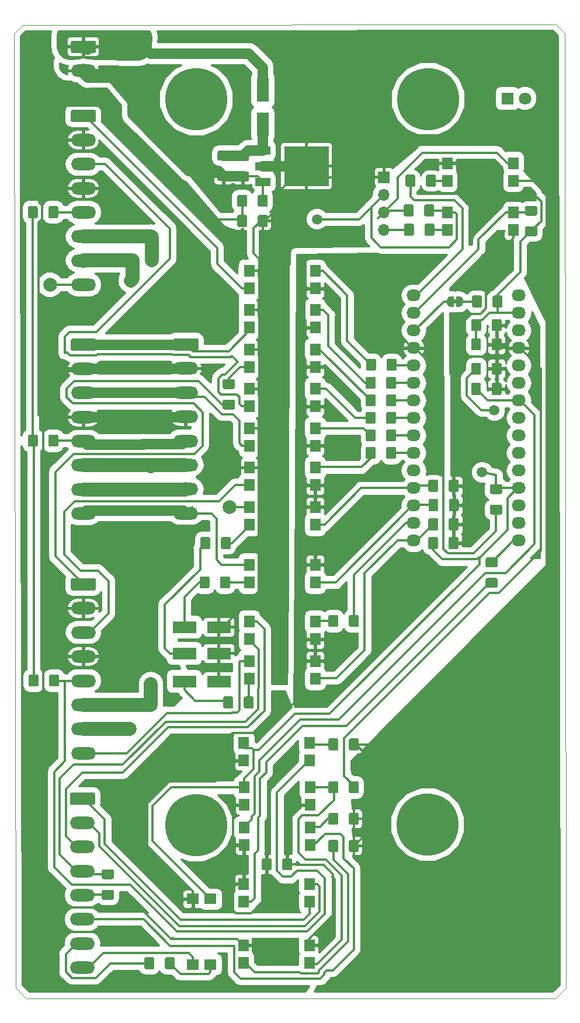
<source format=gbr>
G04 #@! TF.GenerationSoftware,KiCad,Pcbnew,(6.0.0-rc1-dev-347-gd8782b751)*
G04 #@! TF.CreationDate,2019-11-17T15:03:13+01:00*
G04 #@! TF.ProjectId,nano,6E616E6F2E6B696361645F7063620000,rev?*
G04 #@! TF.SameCoordinates,Original*
G04 #@! TF.FileFunction,Copper,L2,Bot,Signal*
G04 #@! TF.FilePolarity,Positive*
%FSLAX46Y46*%
G04 Gerber Fmt 4.6, Leading zero omitted, Abs format (unit mm)*
G04 Created by KiCad (PCBNEW (6.0.0-rc1-dev-347-gd8782b751)) date 11/17/19 15:03:13*
%MOMM*%
%LPD*%
G01*
G04 APERTURE LIST*
G04 #@! TA.AperFunction,NonConductor*
%ADD10C,0.100000*%
G04 #@! TD*
G04 #@! TA.AperFunction,ComponentPad*
%ADD11C,1.800000*%
G04 #@! TD*
G04 #@! TA.AperFunction,ComponentPad*
%ADD12R,1.800000X1.800000*%
G04 #@! TD*
G04 #@! TA.AperFunction,Conductor*
%ADD13C,0.100000*%
G04 #@! TD*
G04 #@! TA.AperFunction,SMDPad,CuDef*
%ADD14C,1.425000*%
G04 #@! TD*
G04 #@! TA.AperFunction,SMDPad,CuDef*
%ADD15R,3.500000X1.800000*%
G04 #@! TD*
G04 #@! TA.AperFunction,SMDPad,CuDef*
%ADD16R,1.800000X3.500000*%
G04 #@! TD*
G04 #@! TA.AperFunction,SMDPad,CuDef*
%ADD17R,1.500000X1.780000*%
G04 #@! TD*
G04 #@! TA.AperFunction,SMDPad,CuDef*
%ADD18C,0.500000*%
G04 #@! TD*
G04 #@! TA.AperFunction,ComponentPad*
%ADD19O,1.700000X1.700000*%
G04 #@! TD*
G04 #@! TA.AperFunction,ComponentPad*
%ADD20R,1.700000X1.700000*%
G04 #@! TD*
G04 #@! TA.AperFunction,ComponentPad*
%ADD21O,3.600000X1.800000*%
G04 #@! TD*
G04 #@! TA.AperFunction,SMDPad,CuDef*
%ADD22R,1.780000X1.500000*%
G04 #@! TD*
G04 #@! TA.AperFunction,ComponentPad*
%ADD23C,9.000000*%
G04 #@! TD*
G04 #@! TA.AperFunction,SMDPad,CuDef*
%ADD24R,6.400000X5.800000*%
G04 #@! TD*
G04 #@! TA.AperFunction,SMDPad,CuDef*
%ADD25R,2.200000X1.200000*%
G04 #@! TD*
G04 #@! TA.AperFunction,ComponentPad*
%ADD26O,2.032000X1.727200*%
G04 #@! TD*
G04 #@! TA.AperFunction,ViaPad*
%ADD27C,2.000000*%
G04 #@! TD*
G04 #@! TA.AperFunction,ViaPad*
%ADD28C,1.500000*%
G04 #@! TD*
G04 #@! TA.AperFunction,Conductor*
%ADD29C,0.350000*%
G04 #@! TD*
G04 #@! TA.AperFunction,Conductor*
%ADD30C,2.000000*%
G04 #@! TD*
G04 #@! TA.AperFunction,Conductor*
%ADD31C,1.500000*%
G04 #@! TD*
G04 #@! TA.AperFunction,Conductor*
%ADD32C,0.254000*%
G04 #@! TD*
G04 APERTURE END LIST*
D10*
X24130000Y-166751000D02*
X22606000Y-165227000D01*
X23622000Y-25527000D02*
X22352000Y-26797000D01*
X102362000Y-165227000D02*
X100838000Y-166751000D01*
X102171500Y-26733500D02*
X100901500Y-25463500D01*
X51564885Y-141544384D02*
G75*
G03X51564885Y-141544384I-2796885J0D01*
G01*
X85026500Y-141541500D02*
G75*
G03X85026500Y-141541500I-2794000J0D01*
G01*
X51510022Y-36397021D02*
G75*
G03X51510022Y-36397021I-2805522J0D01*
G01*
X84848668Y-36398168D02*
G75*
G03X84848668Y-36398168I-2552668J0D01*
G01*
X22606000Y-165227000D02*
X22352000Y-26797000D01*
X100838000Y-166751000D02*
X24130000Y-166751000D01*
X102171500Y-26733500D02*
X102362000Y-165227000D01*
X23622000Y-25527000D02*
X100901500Y-25463500D01*
D11*
G04 #@! TO.P,D1,2*
G04 #@! TO.N,Net-(D1-Pad2)*
X96393000Y-36195000D03*
D12*
G04 #@! TO.P,D1,1*
G04 #@! TO.N,ABORT*
X93853000Y-36195000D03*
G04 #@! TD*
D13*
G04 #@! TO.N,ABORT*
G04 #@! TO.C,C7*
G36*
X92851504Y-92162204D02*
X92875773Y-92165804D01*
X92899571Y-92171765D01*
X92922671Y-92180030D01*
X92944849Y-92190520D01*
X92965893Y-92203133D01*
X92985598Y-92217747D01*
X93003777Y-92234223D01*
X93020253Y-92252402D01*
X93034867Y-92272107D01*
X93047480Y-92293151D01*
X93057970Y-92315329D01*
X93066235Y-92338429D01*
X93072196Y-92362227D01*
X93075796Y-92386496D01*
X93077000Y-92411000D01*
X93077000Y-93336000D01*
X93075796Y-93360504D01*
X93072196Y-93384773D01*
X93066235Y-93408571D01*
X93057970Y-93431671D01*
X93047480Y-93453849D01*
X93034867Y-93474893D01*
X93020253Y-93494598D01*
X93003777Y-93512777D01*
X92985598Y-93529253D01*
X92965893Y-93543867D01*
X92944849Y-93556480D01*
X92922671Y-93566970D01*
X92899571Y-93575235D01*
X92875773Y-93581196D01*
X92851504Y-93584796D01*
X92827000Y-93586000D01*
X91577000Y-93586000D01*
X91552496Y-93584796D01*
X91528227Y-93581196D01*
X91504429Y-93575235D01*
X91481329Y-93566970D01*
X91459151Y-93556480D01*
X91438107Y-93543867D01*
X91418402Y-93529253D01*
X91400223Y-93512777D01*
X91383747Y-93494598D01*
X91369133Y-93474893D01*
X91356520Y-93453849D01*
X91346030Y-93431671D01*
X91337765Y-93408571D01*
X91331804Y-93384773D01*
X91328204Y-93360504D01*
X91327000Y-93336000D01*
X91327000Y-92411000D01*
X91328204Y-92386496D01*
X91331804Y-92362227D01*
X91337765Y-92338429D01*
X91346030Y-92315329D01*
X91356520Y-92293151D01*
X91369133Y-92272107D01*
X91383747Y-92252402D01*
X91400223Y-92234223D01*
X91418402Y-92217747D01*
X91438107Y-92203133D01*
X91459151Y-92190520D01*
X91481329Y-92180030D01*
X91504429Y-92171765D01*
X91528227Y-92165804D01*
X91552496Y-92162204D01*
X91577000Y-92161000D01*
X92827000Y-92161000D01*
X92851504Y-92162204D01*
X92851504Y-92162204D01*
G37*
D14*
G04 #@! TD*
G04 #@! TO.P,C7,2*
G04 #@! TO.N,ABORT*
X92202000Y-92873500D03*
D13*
G04 #@! TO.N,GND*
G04 #@! TO.C,C7*
G36*
X92851504Y-95137204D02*
X92875773Y-95140804D01*
X92899571Y-95146765D01*
X92922671Y-95155030D01*
X92944849Y-95165520D01*
X92965893Y-95178133D01*
X92985598Y-95192747D01*
X93003777Y-95209223D01*
X93020253Y-95227402D01*
X93034867Y-95247107D01*
X93047480Y-95268151D01*
X93057970Y-95290329D01*
X93066235Y-95313429D01*
X93072196Y-95337227D01*
X93075796Y-95361496D01*
X93077000Y-95386000D01*
X93077000Y-96311000D01*
X93075796Y-96335504D01*
X93072196Y-96359773D01*
X93066235Y-96383571D01*
X93057970Y-96406671D01*
X93047480Y-96428849D01*
X93034867Y-96449893D01*
X93020253Y-96469598D01*
X93003777Y-96487777D01*
X92985598Y-96504253D01*
X92965893Y-96518867D01*
X92944849Y-96531480D01*
X92922671Y-96541970D01*
X92899571Y-96550235D01*
X92875773Y-96556196D01*
X92851504Y-96559796D01*
X92827000Y-96561000D01*
X91577000Y-96561000D01*
X91552496Y-96559796D01*
X91528227Y-96556196D01*
X91504429Y-96550235D01*
X91481329Y-96541970D01*
X91459151Y-96531480D01*
X91438107Y-96518867D01*
X91418402Y-96504253D01*
X91400223Y-96487777D01*
X91383747Y-96469598D01*
X91369133Y-96449893D01*
X91356520Y-96428849D01*
X91346030Y-96406671D01*
X91337765Y-96383571D01*
X91331804Y-96359773D01*
X91328204Y-96335504D01*
X91327000Y-96311000D01*
X91327000Y-95386000D01*
X91328204Y-95361496D01*
X91331804Y-95337227D01*
X91337765Y-95313429D01*
X91346030Y-95290329D01*
X91356520Y-95268151D01*
X91369133Y-95247107D01*
X91383747Y-95227402D01*
X91400223Y-95209223D01*
X91418402Y-95192747D01*
X91438107Y-95178133D01*
X91459151Y-95165520D01*
X91481329Y-95155030D01*
X91504429Y-95146765D01*
X91528227Y-95140804D01*
X91552496Y-95137204D01*
X91577000Y-95136000D01*
X92827000Y-95136000D01*
X92851504Y-95137204D01*
X92851504Y-95137204D01*
G37*
D14*
G04 #@! TD*
G04 #@! TO.P,C7,1*
G04 #@! TO.N,GND*
X92202000Y-95848500D03*
D15*
G04 #@! TO.P,D5,2*
G04 #@! TO.N,5V_ISO*
X52030000Y-120777000D03*
G04 #@! TO.P,D5,1*
G04 #@! TO.N,Net-(D5-Pad1)*
X47030000Y-120777000D03*
G04 #@! TD*
G04 #@! TO.P,D4,2*
G04 #@! TO.N,5V_ISO*
X52030000Y-112903000D03*
G04 #@! TO.P,D4,1*
G04 #@! TO.N,Net-(D4-Pad1)*
X47030000Y-112903000D03*
G04 #@! TD*
G04 #@! TO.P,D3,2*
G04 #@! TO.N,5V_ISO*
X52030000Y-116713000D03*
G04 #@! TO.P,D3,1*
G04 #@! TO.N,Net-(D3-Pad1)*
X47030000Y-116713000D03*
G04 #@! TD*
D16*
G04 #@! TO.P,D2,2*
G04 #@! TO.N,+36V*
X58420000Y-34965000D03*
G04 #@! TO.P,D2,1*
G04 #@! TO.N,Net-(C2-Pad1)*
X58420000Y-39965000D03*
G04 #@! TD*
D17*
G04 #@! TO.P,U19,4*
G04 #@! TO.N,5V_ISO*
X94681000Y-48133000D03*
G04 #@! TO.P,U19,2*
G04 #@! TO.N,GND*
X85151000Y-45593000D03*
G04 #@! TO.P,U19,3*
G04 #@! TO.N,Tx_conn*
X94681000Y-45593000D03*
G04 #@! TO.P,U19,1*
G04 #@! TO.N,Net-(R32-Pad1)*
X85151000Y-48133000D03*
G04 #@! TD*
G04 #@! TO.P,U18,4*
G04 #@! TO.N,+5V*
X94681000Y-55245000D03*
G04 #@! TO.P,U18,2*
G04 #@! TO.N,GNDS*
X85151000Y-52705000D03*
G04 #@! TO.P,U18,3*
G04 #@! TO.N,Rx*
X94681000Y-52705000D03*
G04 #@! TO.P,U18,1*
G04 #@! TO.N,Net-(R29-Pad1)*
X85151000Y-55245000D03*
G04 #@! TD*
D13*
G04 #@! TO.N,Tx_conn*
G04 #@! TO.C,R33*
G36*
X80025504Y-51577204D02*
X80049773Y-51580804D01*
X80073571Y-51586765D01*
X80096671Y-51595030D01*
X80118849Y-51605520D01*
X80139893Y-51618133D01*
X80159598Y-51632747D01*
X80177777Y-51649223D01*
X80194253Y-51667402D01*
X80208867Y-51687107D01*
X80221480Y-51708151D01*
X80231970Y-51730329D01*
X80240235Y-51753429D01*
X80246196Y-51777227D01*
X80249796Y-51801496D01*
X80251000Y-51826000D01*
X80251000Y-53076000D01*
X80249796Y-53100504D01*
X80246196Y-53124773D01*
X80240235Y-53148571D01*
X80231970Y-53171671D01*
X80221480Y-53193849D01*
X80208867Y-53214893D01*
X80194253Y-53234598D01*
X80177777Y-53252777D01*
X80159598Y-53269253D01*
X80139893Y-53283867D01*
X80118849Y-53296480D01*
X80096671Y-53306970D01*
X80073571Y-53315235D01*
X80049773Y-53321196D01*
X80025504Y-53324796D01*
X80001000Y-53326000D01*
X79076000Y-53326000D01*
X79051496Y-53324796D01*
X79027227Y-53321196D01*
X79003429Y-53315235D01*
X78980329Y-53306970D01*
X78958151Y-53296480D01*
X78937107Y-53283867D01*
X78917402Y-53269253D01*
X78899223Y-53252777D01*
X78882747Y-53234598D01*
X78868133Y-53214893D01*
X78855520Y-53193849D01*
X78845030Y-53171671D01*
X78836765Y-53148571D01*
X78830804Y-53124773D01*
X78827204Y-53100504D01*
X78826000Y-53076000D01*
X78826000Y-51826000D01*
X78827204Y-51801496D01*
X78830804Y-51777227D01*
X78836765Y-51753429D01*
X78845030Y-51730329D01*
X78855520Y-51708151D01*
X78868133Y-51687107D01*
X78882747Y-51667402D01*
X78899223Y-51649223D01*
X78917402Y-51632747D01*
X78937107Y-51618133D01*
X78958151Y-51605520D01*
X78980329Y-51595030D01*
X79003429Y-51586765D01*
X79027227Y-51580804D01*
X79051496Y-51577204D01*
X79076000Y-51576000D01*
X80001000Y-51576000D01*
X80025504Y-51577204D01*
X80025504Y-51577204D01*
G37*
D14*
G04 #@! TD*
G04 #@! TO.P,R33,2*
G04 #@! TO.N,Tx_conn*
X79538500Y-52451000D03*
D13*
G04 #@! TO.N,GNDS*
G04 #@! TO.C,R33*
G36*
X83000504Y-51577204D02*
X83024773Y-51580804D01*
X83048571Y-51586765D01*
X83071671Y-51595030D01*
X83093849Y-51605520D01*
X83114893Y-51618133D01*
X83134598Y-51632747D01*
X83152777Y-51649223D01*
X83169253Y-51667402D01*
X83183867Y-51687107D01*
X83196480Y-51708151D01*
X83206970Y-51730329D01*
X83215235Y-51753429D01*
X83221196Y-51777227D01*
X83224796Y-51801496D01*
X83226000Y-51826000D01*
X83226000Y-53076000D01*
X83224796Y-53100504D01*
X83221196Y-53124773D01*
X83215235Y-53148571D01*
X83206970Y-53171671D01*
X83196480Y-53193849D01*
X83183867Y-53214893D01*
X83169253Y-53234598D01*
X83152777Y-53252777D01*
X83134598Y-53269253D01*
X83114893Y-53283867D01*
X83093849Y-53296480D01*
X83071671Y-53306970D01*
X83048571Y-53315235D01*
X83024773Y-53321196D01*
X83000504Y-53324796D01*
X82976000Y-53326000D01*
X82051000Y-53326000D01*
X82026496Y-53324796D01*
X82002227Y-53321196D01*
X81978429Y-53315235D01*
X81955329Y-53306970D01*
X81933151Y-53296480D01*
X81912107Y-53283867D01*
X81892402Y-53269253D01*
X81874223Y-53252777D01*
X81857747Y-53234598D01*
X81843133Y-53214893D01*
X81830520Y-53193849D01*
X81820030Y-53171671D01*
X81811765Y-53148571D01*
X81805804Y-53124773D01*
X81802204Y-53100504D01*
X81801000Y-53076000D01*
X81801000Y-51826000D01*
X81802204Y-51801496D01*
X81805804Y-51777227D01*
X81811765Y-51753429D01*
X81820030Y-51730329D01*
X81830520Y-51708151D01*
X81843133Y-51687107D01*
X81857747Y-51667402D01*
X81874223Y-51649223D01*
X81892402Y-51632747D01*
X81912107Y-51618133D01*
X81933151Y-51605520D01*
X81955329Y-51595030D01*
X81978429Y-51586765D01*
X82002227Y-51580804D01*
X82026496Y-51577204D01*
X82051000Y-51576000D01*
X82976000Y-51576000D01*
X83000504Y-51577204D01*
X83000504Y-51577204D01*
G37*
D14*
G04 #@! TD*
G04 #@! TO.P,R33,1*
G04 #@! TO.N,GNDS*
X82513500Y-52451000D03*
D13*
G04 #@! TO.N,Tx*
G04 #@! TO.C,R32*
G36*
X80279504Y-47259204D02*
X80303773Y-47262804D01*
X80327571Y-47268765D01*
X80350671Y-47277030D01*
X80372849Y-47287520D01*
X80393893Y-47300133D01*
X80413598Y-47314747D01*
X80431777Y-47331223D01*
X80448253Y-47349402D01*
X80462867Y-47369107D01*
X80475480Y-47390151D01*
X80485970Y-47412329D01*
X80494235Y-47435429D01*
X80500196Y-47459227D01*
X80503796Y-47483496D01*
X80505000Y-47508000D01*
X80505000Y-48758000D01*
X80503796Y-48782504D01*
X80500196Y-48806773D01*
X80494235Y-48830571D01*
X80485970Y-48853671D01*
X80475480Y-48875849D01*
X80462867Y-48896893D01*
X80448253Y-48916598D01*
X80431777Y-48934777D01*
X80413598Y-48951253D01*
X80393893Y-48965867D01*
X80372849Y-48978480D01*
X80350671Y-48988970D01*
X80327571Y-48997235D01*
X80303773Y-49003196D01*
X80279504Y-49006796D01*
X80255000Y-49008000D01*
X79330000Y-49008000D01*
X79305496Y-49006796D01*
X79281227Y-49003196D01*
X79257429Y-48997235D01*
X79234329Y-48988970D01*
X79212151Y-48978480D01*
X79191107Y-48965867D01*
X79171402Y-48951253D01*
X79153223Y-48934777D01*
X79136747Y-48916598D01*
X79122133Y-48896893D01*
X79109520Y-48875849D01*
X79099030Y-48853671D01*
X79090765Y-48830571D01*
X79084804Y-48806773D01*
X79081204Y-48782504D01*
X79080000Y-48758000D01*
X79080000Y-47508000D01*
X79081204Y-47483496D01*
X79084804Y-47459227D01*
X79090765Y-47435429D01*
X79099030Y-47412329D01*
X79109520Y-47390151D01*
X79122133Y-47369107D01*
X79136747Y-47349402D01*
X79153223Y-47331223D01*
X79171402Y-47314747D01*
X79191107Y-47300133D01*
X79212151Y-47287520D01*
X79234329Y-47277030D01*
X79257429Y-47268765D01*
X79281227Y-47262804D01*
X79305496Y-47259204D01*
X79330000Y-47258000D01*
X80255000Y-47258000D01*
X80279504Y-47259204D01*
X80279504Y-47259204D01*
G37*
D14*
G04 #@! TD*
G04 #@! TO.P,R32,2*
G04 #@! TO.N,Tx*
X79792500Y-48133000D03*
D13*
G04 #@! TO.N,Net-(R32-Pad1)*
G04 #@! TO.C,R32*
G36*
X83254504Y-47259204D02*
X83278773Y-47262804D01*
X83302571Y-47268765D01*
X83325671Y-47277030D01*
X83347849Y-47287520D01*
X83368893Y-47300133D01*
X83388598Y-47314747D01*
X83406777Y-47331223D01*
X83423253Y-47349402D01*
X83437867Y-47369107D01*
X83450480Y-47390151D01*
X83460970Y-47412329D01*
X83469235Y-47435429D01*
X83475196Y-47459227D01*
X83478796Y-47483496D01*
X83480000Y-47508000D01*
X83480000Y-48758000D01*
X83478796Y-48782504D01*
X83475196Y-48806773D01*
X83469235Y-48830571D01*
X83460970Y-48853671D01*
X83450480Y-48875849D01*
X83437867Y-48896893D01*
X83423253Y-48916598D01*
X83406777Y-48934777D01*
X83388598Y-48951253D01*
X83368893Y-48965867D01*
X83347849Y-48978480D01*
X83325671Y-48988970D01*
X83302571Y-48997235D01*
X83278773Y-49003196D01*
X83254504Y-49006796D01*
X83230000Y-49008000D01*
X82305000Y-49008000D01*
X82280496Y-49006796D01*
X82256227Y-49003196D01*
X82232429Y-48997235D01*
X82209329Y-48988970D01*
X82187151Y-48978480D01*
X82166107Y-48965867D01*
X82146402Y-48951253D01*
X82128223Y-48934777D01*
X82111747Y-48916598D01*
X82097133Y-48896893D01*
X82084520Y-48875849D01*
X82074030Y-48853671D01*
X82065765Y-48830571D01*
X82059804Y-48806773D01*
X82056204Y-48782504D01*
X82055000Y-48758000D01*
X82055000Y-47508000D01*
X82056204Y-47483496D01*
X82059804Y-47459227D01*
X82065765Y-47435429D01*
X82074030Y-47412329D01*
X82084520Y-47390151D01*
X82097133Y-47369107D01*
X82111747Y-47349402D01*
X82128223Y-47331223D01*
X82146402Y-47314747D01*
X82166107Y-47300133D01*
X82187151Y-47287520D01*
X82209329Y-47277030D01*
X82232429Y-47268765D01*
X82256227Y-47262804D01*
X82280496Y-47259204D01*
X82305000Y-47258000D01*
X83230000Y-47258000D01*
X83254504Y-47259204D01*
X83254504Y-47259204D01*
G37*
D14*
G04 #@! TD*
G04 #@! TO.P,R32,1*
G04 #@! TO.N,Net-(R32-Pad1)*
X82767500Y-48133000D03*
D13*
G04 #@! TO.N,+5V*
G04 #@! TO.C,R31*
G36*
X86520004Y-99837204D02*
X86544273Y-99840804D01*
X86568071Y-99846765D01*
X86591171Y-99855030D01*
X86613349Y-99865520D01*
X86634393Y-99878133D01*
X86654098Y-99892747D01*
X86672277Y-99909223D01*
X86688753Y-99927402D01*
X86703367Y-99947107D01*
X86715980Y-99968151D01*
X86726470Y-99990329D01*
X86734735Y-100013429D01*
X86740696Y-100037227D01*
X86744296Y-100061496D01*
X86745500Y-100086000D01*
X86745500Y-101336000D01*
X86744296Y-101360504D01*
X86740696Y-101384773D01*
X86734735Y-101408571D01*
X86726470Y-101431671D01*
X86715980Y-101453849D01*
X86703367Y-101474893D01*
X86688753Y-101494598D01*
X86672277Y-101512777D01*
X86654098Y-101529253D01*
X86634393Y-101543867D01*
X86613349Y-101556480D01*
X86591171Y-101566970D01*
X86568071Y-101575235D01*
X86544273Y-101581196D01*
X86520004Y-101584796D01*
X86495500Y-101586000D01*
X85570500Y-101586000D01*
X85545996Y-101584796D01*
X85521727Y-101581196D01*
X85497929Y-101575235D01*
X85474829Y-101566970D01*
X85452651Y-101556480D01*
X85431607Y-101543867D01*
X85411902Y-101529253D01*
X85393723Y-101512777D01*
X85377247Y-101494598D01*
X85362633Y-101474893D01*
X85350020Y-101453849D01*
X85339530Y-101431671D01*
X85331265Y-101408571D01*
X85325304Y-101384773D01*
X85321704Y-101360504D01*
X85320500Y-101336000D01*
X85320500Y-100086000D01*
X85321704Y-100061496D01*
X85325304Y-100037227D01*
X85331265Y-100013429D01*
X85339530Y-99990329D01*
X85350020Y-99968151D01*
X85362633Y-99947107D01*
X85377247Y-99927402D01*
X85393723Y-99909223D01*
X85411902Y-99892747D01*
X85431607Y-99878133D01*
X85452651Y-99865520D01*
X85474829Y-99855030D01*
X85497929Y-99846765D01*
X85521727Y-99840804D01*
X85545996Y-99837204D01*
X85570500Y-99836000D01*
X86495500Y-99836000D01*
X86520004Y-99837204D01*
X86520004Y-99837204D01*
G37*
D14*
G04 #@! TD*
G04 #@! TO.P,R31,2*
G04 #@! TO.N,+5V*
X86033000Y-100711000D03*
D13*
G04 #@! TO.N,ABORT*
G04 #@! TO.C,R31*
G36*
X83545004Y-99837204D02*
X83569273Y-99840804D01*
X83593071Y-99846765D01*
X83616171Y-99855030D01*
X83638349Y-99865520D01*
X83659393Y-99878133D01*
X83679098Y-99892747D01*
X83697277Y-99909223D01*
X83713753Y-99927402D01*
X83728367Y-99947107D01*
X83740980Y-99968151D01*
X83751470Y-99990329D01*
X83759735Y-100013429D01*
X83765696Y-100037227D01*
X83769296Y-100061496D01*
X83770500Y-100086000D01*
X83770500Y-101336000D01*
X83769296Y-101360504D01*
X83765696Y-101384773D01*
X83759735Y-101408571D01*
X83751470Y-101431671D01*
X83740980Y-101453849D01*
X83728367Y-101474893D01*
X83713753Y-101494598D01*
X83697277Y-101512777D01*
X83679098Y-101529253D01*
X83659393Y-101543867D01*
X83638349Y-101556480D01*
X83616171Y-101566970D01*
X83593071Y-101575235D01*
X83569273Y-101581196D01*
X83545004Y-101584796D01*
X83520500Y-101586000D01*
X82595500Y-101586000D01*
X82570996Y-101584796D01*
X82546727Y-101581196D01*
X82522929Y-101575235D01*
X82499829Y-101566970D01*
X82477651Y-101556480D01*
X82456607Y-101543867D01*
X82436902Y-101529253D01*
X82418723Y-101512777D01*
X82402247Y-101494598D01*
X82387633Y-101474893D01*
X82375020Y-101453849D01*
X82364530Y-101431671D01*
X82356265Y-101408571D01*
X82350304Y-101384773D01*
X82346704Y-101360504D01*
X82345500Y-101336000D01*
X82345500Y-100086000D01*
X82346704Y-100061496D01*
X82350304Y-100037227D01*
X82356265Y-100013429D01*
X82364530Y-99990329D01*
X82375020Y-99968151D01*
X82387633Y-99947107D01*
X82402247Y-99927402D01*
X82418723Y-99909223D01*
X82436902Y-99892747D01*
X82456607Y-99878133D01*
X82477651Y-99865520D01*
X82499829Y-99855030D01*
X82522929Y-99846765D01*
X82546727Y-99840804D01*
X82570996Y-99837204D01*
X82595500Y-99836000D01*
X83520500Y-99836000D01*
X83545004Y-99837204D01*
X83545004Y-99837204D01*
G37*
D14*
G04 #@! TD*
G04 #@! TO.P,R31,1*
G04 #@! TO.N,ABORT*
X83058000Y-100711000D03*
D13*
G04 #@! TO.N,Rx*
G04 #@! TO.C,R30*
G36*
X97931504Y-51776204D02*
X97955773Y-51779804D01*
X97979571Y-51785765D01*
X98002671Y-51794030D01*
X98024849Y-51804520D01*
X98045893Y-51817133D01*
X98065598Y-51831747D01*
X98083777Y-51848223D01*
X98100253Y-51866402D01*
X98114867Y-51886107D01*
X98127480Y-51907151D01*
X98137970Y-51929329D01*
X98146235Y-51952429D01*
X98152196Y-51976227D01*
X98155796Y-52000496D01*
X98157000Y-52025000D01*
X98157000Y-52950000D01*
X98155796Y-52974504D01*
X98152196Y-52998773D01*
X98146235Y-53022571D01*
X98137970Y-53045671D01*
X98127480Y-53067849D01*
X98114867Y-53088893D01*
X98100253Y-53108598D01*
X98083777Y-53126777D01*
X98065598Y-53143253D01*
X98045893Y-53157867D01*
X98024849Y-53170480D01*
X98002671Y-53180970D01*
X97979571Y-53189235D01*
X97955773Y-53195196D01*
X97931504Y-53198796D01*
X97907000Y-53200000D01*
X96657000Y-53200000D01*
X96632496Y-53198796D01*
X96608227Y-53195196D01*
X96584429Y-53189235D01*
X96561329Y-53180970D01*
X96539151Y-53170480D01*
X96518107Y-53157867D01*
X96498402Y-53143253D01*
X96480223Y-53126777D01*
X96463747Y-53108598D01*
X96449133Y-53088893D01*
X96436520Y-53067849D01*
X96426030Y-53045671D01*
X96417765Y-53022571D01*
X96411804Y-52998773D01*
X96408204Y-52974504D01*
X96407000Y-52950000D01*
X96407000Y-52025000D01*
X96408204Y-52000496D01*
X96411804Y-51976227D01*
X96417765Y-51952429D01*
X96426030Y-51929329D01*
X96436520Y-51907151D01*
X96449133Y-51886107D01*
X96463747Y-51866402D01*
X96480223Y-51848223D01*
X96498402Y-51831747D01*
X96518107Y-51817133D01*
X96539151Y-51804520D01*
X96561329Y-51794030D01*
X96584429Y-51785765D01*
X96608227Y-51779804D01*
X96632496Y-51776204D01*
X96657000Y-51775000D01*
X97907000Y-51775000D01*
X97931504Y-51776204D01*
X97931504Y-51776204D01*
G37*
D14*
G04 #@! TD*
G04 #@! TO.P,R30,2*
G04 #@! TO.N,Rx*
X97282000Y-52487500D03*
D13*
G04 #@! TO.N,GND*
G04 #@! TO.C,R30*
G36*
X97931504Y-54751204D02*
X97955773Y-54754804D01*
X97979571Y-54760765D01*
X98002671Y-54769030D01*
X98024849Y-54779520D01*
X98045893Y-54792133D01*
X98065598Y-54806747D01*
X98083777Y-54823223D01*
X98100253Y-54841402D01*
X98114867Y-54861107D01*
X98127480Y-54882151D01*
X98137970Y-54904329D01*
X98146235Y-54927429D01*
X98152196Y-54951227D01*
X98155796Y-54975496D01*
X98157000Y-55000000D01*
X98157000Y-55925000D01*
X98155796Y-55949504D01*
X98152196Y-55973773D01*
X98146235Y-55997571D01*
X98137970Y-56020671D01*
X98127480Y-56042849D01*
X98114867Y-56063893D01*
X98100253Y-56083598D01*
X98083777Y-56101777D01*
X98065598Y-56118253D01*
X98045893Y-56132867D01*
X98024849Y-56145480D01*
X98002671Y-56155970D01*
X97979571Y-56164235D01*
X97955773Y-56170196D01*
X97931504Y-56173796D01*
X97907000Y-56175000D01*
X96657000Y-56175000D01*
X96632496Y-56173796D01*
X96608227Y-56170196D01*
X96584429Y-56164235D01*
X96561329Y-56155970D01*
X96539151Y-56145480D01*
X96518107Y-56132867D01*
X96498402Y-56118253D01*
X96480223Y-56101777D01*
X96463747Y-56083598D01*
X96449133Y-56063893D01*
X96436520Y-56042849D01*
X96426030Y-56020671D01*
X96417765Y-55997571D01*
X96411804Y-55973773D01*
X96408204Y-55949504D01*
X96407000Y-55925000D01*
X96407000Y-55000000D01*
X96408204Y-54975496D01*
X96411804Y-54951227D01*
X96417765Y-54927429D01*
X96426030Y-54904329D01*
X96436520Y-54882151D01*
X96449133Y-54861107D01*
X96463747Y-54841402D01*
X96480223Y-54823223D01*
X96498402Y-54806747D01*
X96518107Y-54792133D01*
X96539151Y-54779520D01*
X96561329Y-54769030D01*
X96584429Y-54760765D01*
X96608227Y-54754804D01*
X96632496Y-54751204D01*
X96657000Y-54750000D01*
X97907000Y-54750000D01*
X97931504Y-54751204D01*
X97931504Y-54751204D01*
G37*
D14*
G04 #@! TD*
G04 #@! TO.P,R30,1*
G04 #@! TO.N,GND*
X97282000Y-55462500D03*
D13*
G04 #@! TO.N,Rx_conn*
G04 #@! TO.C,R29*
G36*
X80062004Y-54371204D02*
X80086273Y-54374804D01*
X80110071Y-54380765D01*
X80133171Y-54389030D01*
X80155349Y-54399520D01*
X80176393Y-54412133D01*
X80196098Y-54426747D01*
X80214277Y-54443223D01*
X80230753Y-54461402D01*
X80245367Y-54481107D01*
X80257980Y-54502151D01*
X80268470Y-54524329D01*
X80276735Y-54547429D01*
X80282696Y-54571227D01*
X80286296Y-54595496D01*
X80287500Y-54620000D01*
X80287500Y-55870000D01*
X80286296Y-55894504D01*
X80282696Y-55918773D01*
X80276735Y-55942571D01*
X80268470Y-55965671D01*
X80257980Y-55987849D01*
X80245367Y-56008893D01*
X80230753Y-56028598D01*
X80214277Y-56046777D01*
X80196098Y-56063253D01*
X80176393Y-56077867D01*
X80155349Y-56090480D01*
X80133171Y-56100970D01*
X80110071Y-56109235D01*
X80086273Y-56115196D01*
X80062004Y-56118796D01*
X80037500Y-56120000D01*
X79112500Y-56120000D01*
X79087996Y-56118796D01*
X79063727Y-56115196D01*
X79039929Y-56109235D01*
X79016829Y-56100970D01*
X78994651Y-56090480D01*
X78973607Y-56077867D01*
X78953902Y-56063253D01*
X78935723Y-56046777D01*
X78919247Y-56028598D01*
X78904633Y-56008893D01*
X78892020Y-55987849D01*
X78881530Y-55965671D01*
X78873265Y-55942571D01*
X78867304Y-55918773D01*
X78863704Y-55894504D01*
X78862500Y-55870000D01*
X78862500Y-54620000D01*
X78863704Y-54595496D01*
X78867304Y-54571227D01*
X78873265Y-54547429D01*
X78881530Y-54524329D01*
X78892020Y-54502151D01*
X78904633Y-54481107D01*
X78919247Y-54461402D01*
X78935723Y-54443223D01*
X78953902Y-54426747D01*
X78973607Y-54412133D01*
X78994651Y-54399520D01*
X79016829Y-54389030D01*
X79039929Y-54380765D01*
X79063727Y-54374804D01*
X79087996Y-54371204D01*
X79112500Y-54370000D01*
X80037500Y-54370000D01*
X80062004Y-54371204D01*
X80062004Y-54371204D01*
G37*
D14*
G04 #@! TD*
G04 #@! TO.P,R29,2*
G04 #@! TO.N,Rx_conn*
X79575000Y-55245000D03*
D13*
G04 #@! TO.N,Net-(R29-Pad1)*
G04 #@! TO.C,R29*
G36*
X83037004Y-54371204D02*
X83061273Y-54374804D01*
X83085071Y-54380765D01*
X83108171Y-54389030D01*
X83130349Y-54399520D01*
X83151393Y-54412133D01*
X83171098Y-54426747D01*
X83189277Y-54443223D01*
X83205753Y-54461402D01*
X83220367Y-54481107D01*
X83232980Y-54502151D01*
X83243470Y-54524329D01*
X83251735Y-54547429D01*
X83257696Y-54571227D01*
X83261296Y-54595496D01*
X83262500Y-54620000D01*
X83262500Y-55870000D01*
X83261296Y-55894504D01*
X83257696Y-55918773D01*
X83251735Y-55942571D01*
X83243470Y-55965671D01*
X83232980Y-55987849D01*
X83220367Y-56008893D01*
X83205753Y-56028598D01*
X83189277Y-56046777D01*
X83171098Y-56063253D01*
X83151393Y-56077867D01*
X83130349Y-56090480D01*
X83108171Y-56100970D01*
X83085071Y-56109235D01*
X83061273Y-56115196D01*
X83037004Y-56118796D01*
X83012500Y-56120000D01*
X82087500Y-56120000D01*
X82062996Y-56118796D01*
X82038727Y-56115196D01*
X82014929Y-56109235D01*
X81991829Y-56100970D01*
X81969651Y-56090480D01*
X81948607Y-56077867D01*
X81928902Y-56063253D01*
X81910723Y-56046777D01*
X81894247Y-56028598D01*
X81879633Y-56008893D01*
X81867020Y-55987849D01*
X81856530Y-55965671D01*
X81848265Y-55942571D01*
X81842304Y-55918773D01*
X81838704Y-55894504D01*
X81837500Y-55870000D01*
X81837500Y-54620000D01*
X81838704Y-54595496D01*
X81842304Y-54571227D01*
X81848265Y-54547429D01*
X81856530Y-54524329D01*
X81867020Y-54502151D01*
X81879633Y-54481107D01*
X81894247Y-54461402D01*
X81910723Y-54443223D01*
X81928902Y-54426747D01*
X81948607Y-54412133D01*
X81969651Y-54399520D01*
X81991829Y-54389030D01*
X82014929Y-54380765D01*
X82038727Y-54374804D01*
X82062996Y-54371204D01*
X82087500Y-54370000D01*
X83012500Y-54370000D01*
X83037004Y-54371204D01*
X83037004Y-54371204D01*
G37*
D14*
G04 #@! TD*
G04 #@! TO.P,R29,1*
G04 #@! TO.N,Net-(R29-Pad1)*
X82550000Y-55245000D03*
D18*
G04 #@! TO.P,RESET_CAP_JUMPER1,2*
G04 #@! TO.N,Net-(C4-Pad2)*
X86898000Y-65659000D03*
D13*
G04 #@! TD*
G04 #@! TO.N,Net-(C4-Pad2)*
G04 #@! TO.C,RESET_CAP_JUMPER1*
G36*
X86898000Y-64909602D02*
X86922534Y-64909602D01*
X86971365Y-64914412D01*
X87019490Y-64923984D01*
X87066445Y-64938228D01*
X87111778Y-64957005D01*
X87155051Y-64980136D01*
X87195850Y-65007396D01*
X87233779Y-65038524D01*
X87268476Y-65073221D01*
X87299604Y-65111150D01*
X87326864Y-65151949D01*
X87349995Y-65195222D01*
X87368772Y-65240555D01*
X87383016Y-65287510D01*
X87392588Y-65335635D01*
X87397398Y-65384466D01*
X87397398Y-65409000D01*
X87398000Y-65409000D01*
X87398000Y-65909000D01*
X87397398Y-65909000D01*
X87397398Y-65933534D01*
X87392588Y-65982365D01*
X87383016Y-66030490D01*
X87368772Y-66077445D01*
X87349995Y-66122778D01*
X87326864Y-66166051D01*
X87299604Y-66206850D01*
X87268476Y-66244779D01*
X87233779Y-66279476D01*
X87195850Y-66310604D01*
X87155051Y-66337864D01*
X87111778Y-66360995D01*
X87066445Y-66379772D01*
X87019490Y-66394016D01*
X86971365Y-66403588D01*
X86922534Y-66408398D01*
X86898000Y-66408398D01*
X86898000Y-66409000D01*
X86398000Y-66409000D01*
X86398000Y-64909000D01*
X86898000Y-64909000D01*
X86898000Y-64909602D01*
X86898000Y-64909602D01*
G37*
D18*
G04 #@! TO.P,RESET_CAP_JUMPER1,1*
G04 #@! TO.N,RESET*
X85598000Y-65659000D03*
D13*
G04 #@! TD*
G04 #@! TO.N,RESET*
G04 #@! TO.C,RESET_CAP_JUMPER1*
G36*
X86098000Y-65359000D02*
X86498000Y-65359000D01*
X86498000Y-65959000D01*
X86098000Y-65959000D01*
X86098000Y-66409000D01*
X85598000Y-66409000D01*
X85598000Y-66408398D01*
X85573466Y-66408398D01*
X85524635Y-66403588D01*
X85476510Y-66394016D01*
X85429555Y-66379772D01*
X85384222Y-66360995D01*
X85340949Y-66337864D01*
X85300150Y-66310604D01*
X85262221Y-66279476D01*
X85227524Y-66244779D01*
X85196396Y-66206850D01*
X85169136Y-66166051D01*
X85146005Y-66122778D01*
X85127228Y-66077445D01*
X85112984Y-66030490D01*
X85103412Y-65982365D01*
X85098602Y-65933534D01*
X85098602Y-65909000D01*
X85098000Y-65909000D01*
X85098000Y-65409000D01*
X85098602Y-65409000D01*
X85098602Y-65384466D01*
X85103412Y-65335635D01*
X85112984Y-65287510D01*
X85127228Y-65240555D01*
X85146005Y-65195222D01*
X85169136Y-65151949D01*
X85196396Y-65111150D01*
X85227524Y-65073221D01*
X85262221Y-65038524D01*
X85300150Y-65007396D01*
X85340949Y-64980136D01*
X85384222Y-64957005D01*
X85429555Y-64938228D01*
X85476510Y-64923984D01*
X85524635Y-64914412D01*
X85573466Y-64909602D01*
X85598000Y-64909602D01*
X85598000Y-64909000D01*
X86098000Y-64909000D01*
X86098000Y-65359000D01*
X86098000Y-65359000D01*
G37*
D19*
G04 #@! TO.P,Serial_conn1,4*
G04 #@! TO.N,Rx_conn*
X75946000Y-55245000D03*
G04 #@! TO.P,Serial_conn1,3*
G04 #@! TO.N,Tx_conn*
X75946000Y-52705000D03*
G04 #@! TO.P,Serial_conn1,2*
G04 #@! TO.N,GNDS*
X75946000Y-50165000D03*
D20*
G04 #@! TO.P,Serial_conn1,1*
G04 #@! TO.N,5V_ISO*
X75946000Y-47625000D03*
G04 #@! TD*
D13*
G04 #@! TO.N,Net-(C4-Pad2)*
G04 #@! TO.C,C4*
G36*
X89931504Y-64785204D02*
X89955773Y-64788804D01*
X89979571Y-64794765D01*
X90002671Y-64803030D01*
X90024849Y-64813520D01*
X90045893Y-64826133D01*
X90065598Y-64840747D01*
X90083777Y-64857223D01*
X90100253Y-64875402D01*
X90114867Y-64895107D01*
X90127480Y-64916151D01*
X90137970Y-64938329D01*
X90146235Y-64961429D01*
X90152196Y-64985227D01*
X90155796Y-65009496D01*
X90157000Y-65034000D01*
X90157000Y-66284000D01*
X90155796Y-66308504D01*
X90152196Y-66332773D01*
X90146235Y-66356571D01*
X90137970Y-66379671D01*
X90127480Y-66401849D01*
X90114867Y-66422893D01*
X90100253Y-66442598D01*
X90083777Y-66460777D01*
X90065598Y-66477253D01*
X90045893Y-66491867D01*
X90024849Y-66504480D01*
X90002671Y-66514970D01*
X89979571Y-66523235D01*
X89955773Y-66529196D01*
X89931504Y-66532796D01*
X89907000Y-66534000D01*
X88982000Y-66534000D01*
X88957496Y-66532796D01*
X88933227Y-66529196D01*
X88909429Y-66523235D01*
X88886329Y-66514970D01*
X88864151Y-66504480D01*
X88843107Y-66491867D01*
X88823402Y-66477253D01*
X88805223Y-66460777D01*
X88788747Y-66442598D01*
X88774133Y-66422893D01*
X88761520Y-66401849D01*
X88751030Y-66379671D01*
X88742765Y-66356571D01*
X88736804Y-66332773D01*
X88733204Y-66308504D01*
X88732000Y-66284000D01*
X88732000Y-65034000D01*
X88733204Y-65009496D01*
X88736804Y-64985227D01*
X88742765Y-64961429D01*
X88751030Y-64938329D01*
X88761520Y-64916151D01*
X88774133Y-64895107D01*
X88788747Y-64875402D01*
X88805223Y-64857223D01*
X88823402Y-64840747D01*
X88843107Y-64826133D01*
X88864151Y-64813520D01*
X88886329Y-64803030D01*
X88909429Y-64794765D01*
X88933227Y-64788804D01*
X88957496Y-64785204D01*
X88982000Y-64784000D01*
X89907000Y-64784000D01*
X89931504Y-64785204D01*
X89931504Y-64785204D01*
G37*
D14*
G04 #@! TD*
G04 #@! TO.P,C4,2*
G04 #@! TO.N,Net-(C4-Pad2)*
X89444500Y-65659000D03*
D13*
G04 #@! TO.N,GND*
G04 #@! TO.C,C4*
G36*
X92906504Y-64785204D02*
X92930773Y-64788804D01*
X92954571Y-64794765D01*
X92977671Y-64803030D01*
X92999849Y-64813520D01*
X93020893Y-64826133D01*
X93040598Y-64840747D01*
X93058777Y-64857223D01*
X93075253Y-64875402D01*
X93089867Y-64895107D01*
X93102480Y-64916151D01*
X93112970Y-64938329D01*
X93121235Y-64961429D01*
X93127196Y-64985227D01*
X93130796Y-65009496D01*
X93132000Y-65034000D01*
X93132000Y-66284000D01*
X93130796Y-66308504D01*
X93127196Y-66332773D01*
X93121235Y-66356571D01*
X93112970Y-66379671D01*
X93102480Y-66401849D01*
X93089867Y-66422893D01*
X93075253Y-66442598D01*
X93058777Y-66460777D01*
X93040598Y-66477253D01*
X93020893Y-66491867D01*
X92999849Y-66504480D01*
X92977671Y-66514970D01*
X92954571Y-66523235D01*
X92930773Y-66529196D01*
X92906504Y-66532796D01*
X92882000Y-66534000D01*
X91957000Y-66534000D01*
X91932496Y-66532796D01*
X91908227Y-66529196D01*
X91884429Y-66523235D01*
X91861329Y-66514970D01*
X91839151Y-66504480D01*
X91818107Y-66491867D01*
X91798402Y-66477253D01*
X91780223Y-66460777D01*
X91763747Y-66442598D01*
X91749133Y-66422893D01*
X91736520Y-66401849D01*
X91726030Y-66379671D01*
X91717765Y-66356571D01*
X91711804Y-66332773D01*
X91708204Y-66308504D01*
X91707000Y-66284000D01*
X91707000Y-65034000D01*
X91708204Y-65009496D01*
X91711804Y-64985227D01*
X91717765Y-64961429D01*
X91726030Y-64938329D01*
X91736520Y-64916151D01*
X91749133Y-64895107D01*
X91763747Y-64875402D01*
X91780223Y-64857223D01*
X91798402Y-64840747D01*
X91818107Y-64826133D01*
X91839151Y-64813520D01*
X91861329Y-64803030D01*
X91884429Y-64794765D01*
X91908227Y-64788804D01*
X91932496Y-64785204D01*
X91957000Y-64784000D01*
X92882000Y-64784000D01*
X92906504Y-64785204D01*
X92906504Y-64785204D01*
G37*
D14*
G04 #@! TD*
G04 #@! TO.P,C4,1*
G04 #@! TO.N,GND*
X92419500Y-65659000D03*
D21*
G04 #@! TO.P,SIGNAL_SOCKET1,8*
G04 #@! TO.N,EXTRA_ALARM_OUT*
X32258000Y-162295000D03*
G04 #@! TO.P,SIGNAL_SOCKET1,7*
G04 #@! TO.N,EXTRA_ALARM_IN*
X32258000Y-158795000D03*
G04 #@! TO.P,SIGNAL_SOCKET1,6*
G04 #@! TO.N,PROBE_PLATE*
X32258000Y-155295000D03*
G04 #@! TO.P,SIGNAL_SOCKET1,5*
G04 #@! TO.N,GND_SPEED*
X32258000Y-151795000D03*
G04 #@! TO.P,SIGNAL_SOCKET1,4*
G04 #@! TO.N,SIGNAL_SPEED*
X32258000Y-148295000D03*
G04 #@! TO.P,SIGNAL_SOCKET1,3*
G04 #@! TO.N,SOURCE_SPEED*
X32258000Y-144795000D03*
G04 #@! TO.P,SIGNAL_SOCKET1,2*
G04 #@! TO.N,GND_FOR*
X32258000Y-141295000D03*
D13*
G04 #@! TD*
G04 #@! TO.N,SOURCE_FOR*
G04 #@! TO.C,SIGNAL_SOCKET1*
G36*
X33832504Y-136896204D02*
X33856773Y-136899804D01*
X33880571Y-136905765D01*
X33903671Y-136914030D01*
X33925849Y-136924520D01*
X33946893Y-136937133D01*
X33966598Y-136951747D01*
X33984777Y-136968223D01*
X34001253Y-136986402D01*
X34015867Y-137006107D01*
X34028480Y-137027151D01*
X34038970Y-137049329D01*
X34047235Y-137072429D01*
X34053196Y-137096227D01*
X34056796Y-137120496D01*
X34058000Y-137145000D01*
X34058000Y-138445000D01*
X34056796Y-138469504D01*
X34053196Y-138493773D01*
X34047235Y-138517571D01*
X34038970Y-138540671D01*
X34028480Y-138562849D01*
X34015867Y-138583893D01*
X34001253Y-138603598D01*
X33984777Y-138621777D01*
X33966598Y-138638253D01*
X33946893Y-138652867D01*
X33925849Y-138665480D01*
X33903671Y-138675970D01*
X33880571Y-138684235D01*
X33856773Y-138690196D01*
X33832504Y-138693796D01*
X33808000Y-138695000D01*
X30708000Y-138695000D01*
X30683496Y-138693796D01*
X30659227Y-138690196D01*
X30635429Y-138684235D01*
X30612329Y-138675970D01*
X30590151Y-138665480D01*
X30569107Y-138652867D01*
X30549402Y-138638253D01*
X30531223Y-138621777D01*
X30514747Y-138603598D01*
X30500133Y-138583893D01*
X30487520Y-138562849D01*
X30477030Y-138540671D01*
X30468765Y-138517571D01*
X30462804Y-138493773D01*
X30459204Y-138469504D01*
X30458000Y-138445000D01*
X30458000Y-137145000D01*
X30459204Y-137120496D01*
X30462804Y-137096227D01*
X30468765Y-137072429D01*
X30477030Y-137049329D01*
X30487520Y-137027151D01*
X30500133Y-137006107D01*
X30514747Y-136986402D01*
X30531223Y-136968223D01*
X30549402Y-136951747D01*
X30569107Y-136937133D01*
X30590151Y-136924520D01*
X30612329Y-136914030D01*
X30635429Y-136905765D01*
X30659227Y-136899804D01*
X30683496Y-136896204D01*
X30708000Y-136895000D01*
X33808000Y-136895000D01*
X33832504Y-136896204D01*
X33832504Y-136896204D01*
G37*
D11*
G04 #@! TO.P,SIGNAL_SOCKET1,1*
G04 #@! TO.N,SOURCE_FOR*
X32258000Y-137795000D03*
G04 #@! TD*
D21*
G04 #@! TO.P,Z_PLUG_SOCKET1,8*
G04 #@! TO.N,LIM_Z_IN*
X32385000Y-131180000D03*
G04 #@! TO.P,Z_PLUG_SOCKET1,7*
G04 #@! TO.N,GNDPWR*
X32385000Y-127680000D03*
G04 #@! TO.P,Z_PLUG_SOCKET1,6*
G04 #@! TO.N,+36V*
X32385000Y-124180000D03*
G04 #@! TO.P,Z_PLUG_SOCKET1,5*
G04 #@! TO.N,ALARM_IN*
X32385000Y-120680000D03*
G04 #@! TO.P,Z_PLUG_SOCKET1,4*
G04 #@! TO.N,GNDS*
X32385000Y-117180000D03*
G04 #@! TO.P,Z_PLUG_SOCKET1,3*
G04 #@! TO.N,DIR_Z_OUT*
X32385000Y-113680000D03*
G04 #@! TO.P,Z_PLUG_SOCKET1,2*
G04 #@! TO.N,GNDS*
X32385000Y-110180000D03*
D13*
G04 #@! TD*
G04 #@! TO.N,PUL_Z_OUT*
G04 #@! TO.C,Z_PLUG_SOCKET1*
G36*
X33959504Y-105781204D02*
X33983773Y-105784804D01*
X34007571Y-105790765D01*
X34030671Y-105799030D01*
X34052849Y-105809520D01*
X34073893Y-105822133D01*
X34093598Y-105836747D01*
X34111777Y-105853223D01*
X34128253Y-105871402D01*
X34142867Y-105891107D01*
X34155480Y-105912151D01*
X34165970Y-105934329D01*
X34174235Y-105957429D01*
X34180196Y-105981227D01*
X34183796Y-106005496D01*
X34185000Y-106030000D01*
X34185000Y-107330000D01*
X34183796Y-107354504D01*
X34180196Y-107378773D01*
X34174235Y-107402571D01*
X34165970Y-107425671D01*
X34155480Y-107447849D01*
X34142867Y-107468893D01*
X34128253Y-107488598D01*
X34111777Y-107506777D01*
X34093598Y-107523253D01*
X34073893Y-107537867D01*
X34052849Y-107550480D01*
X34030671Y-107560970D01*
X34007571Y-107569235D01*
X33983773Y-107575196D01*
X33959504Y-107578796D01*
X33935000Y-107580000D01*
X30835000Y-107580000D01*
X30810496Y-107578796D01*
X30786227Y-107575196D01*
X30762429Y-107569235D01*
X30739329Y-107560970D01*
X30717151Y-107550480D01*
X30696107Y-107537867D01*
X30676402Y-107523253D01*
X30658223Y-107506777D01*
X30641747Y-107488598D01*
X30627133Y-107468893D01*
X30614520Y-107447849D01*
X30604030Y-107425671D01*
X30595765Y-107402571D01*
X30589804Y-107378773D01*
X30586204Y-107354504D01*
X30585000Y-107330000D01*
X30585000Y-106030000D01*
X30586204Y-106005496D01*
X30589804Y-105981227D01*
X30595765Y-105957429D01*
X30604030Y-105934329D01*
X30614520Y-105912151D01*
X30627133Y-105891107D01*
X30641747Y-105871402D01*
X30658223Y-105853223D01*
X30676402Y-105836747D01*
X30696107Y-105822133D01*
X30717151Y-105809520D01*
X30739329Y-105799030D01*
X30762429Y-105790765D01*
X30786227Y-105784804D01*
X30810496Y-105781204D01*
X30835000Y-105780000D01*
X33935000Y-105780000D01*
X33959504Y-105781204D01*
X33959504Y-105781204D01*
G37*
D11*
G04 #@! TO.P,Z_PLUG_SOCKET1,1*
G04 #@! TO.N,PUL_Z_OUT*
X32385000Y-106680000D03*
G04 #@! TD*
D17*
G04 #@! TO.P,U3,4*
G04 #@! TO.N,ABORT*
X55623500Y-129730500D03*
G04 #@! TO.P,U3,2*
G04 #@! TO.N,ALARM_IN*
X65153500Y-132270500D03*
G04 #@! TO.P,U3,3*
G04 #@! TO.N,GND*
X55623500Y-132270500D03*
G04 #@! TO.P,U3,1*
G04 #@! TO.N,Net-(R13-Pad1)*
X65153500Y-129730500D03*
G04 #@! TD*
D22*
G04 #@! TO.P,U17,4*
G04 #@! TO.N,ABORT*
X50800000Y-152334000D03*
G04 #@! TO.P,U17,2*
G04 #@! TO.N,EXTRA_ALARM_OUT*
X48260000Y-161864000D03*
G04 #@! TO.P,U17,3*
G04 #@! TO.N,GND*
X48260000Y-152334000D03*
G04 #@! TO.P,U17,1*
G04 #@! TO.N,Net-(R28-Pad1)*
X50800000Y-161864000D03*
G04 #@! TD*
D13*
G04 #@! TO.N,EXTRA_ALARM_IN*
G04 #@! TO.C,R28*
G36*
X42433504Y-160797204D02*
X42457773Y-160800804D01*
X42481571Y-160806765D01*
X42504671Y-160815030D01*
X42526849Y-160825520D01*
X42547893Y-160838133D01*
X42567598Y-160852747D01*
X42585777Y-160869223D01*
X42602253Y-160887402D01*
X42616867Y-160907107D01*
X42629480Y-160928151D01*
X42639970Y-160950329D01*
X42648235Y-160973429D01*
X42654196Y-160997227D01*
X42657796Y-161021496D01*
X42659000Y-161046000D01*
X42659000Y-162296000D01*
X42657796Y-162320504D01*
X42654196Y-162344773D01*
X42648235Y-162368571D01*
X42639970Y-162391671D01*
X42629480Y-162413849D01*
X42616867Y-162434893D01*
X42602253Y-162454598D01*
X42585777Y-162472777D01*
X42567598Y-162489253D01*
X42547893Y-162503867D01*
X42526849Y-162516480D01*
X42504671Y-162526970D01*
X42481571Y-162535235D01*
X42457773Y-162541196D01*
X42433504Y-162544796D01*
X42409000Y-162546000D01*
X41484000Y-162546000D01*
X41459496Y-162544796D01*
X41435227Y-162541196D01*
X41411429Y-162535235D01*
X41388329Y-162526970D01*
X41366151Y-162516480D01*
X41345107Y-162503867D01*
X41325402Y-162489253D01*
X41307223Y-162472777D01*
X41290747Y-162454598D01*
X41276133Y-162434893D01*
X41263520Y-162413849D01*
X41253030Y-162391671D01*
X41244765Y-162368571D01*
X41238804Y-162344773D01*
X41235204Y-162320504D01*
X41234000Y-162296000D01*
X41234000Y-161046000D01*
X41235204Y-161021496D01*
X41238804Y-160997227D01*
X41244765Y-160973429D01*
X41253030Y-160950329D01*
X41263520Y-160928151D01*
X41276133Y-160907107D01*
X41290747Y-160887402D01*
X41307223Y-160869223D01*
X41325402Y-160852747D01*
X41345107Y-160838133D01*
X41366151Y-160825520D01*
X41388329Y-160815030D01*
X41411429Y-160806765D01*
X41435227Y-160800804D01*
X41459496Y-160797204D01*
X41484000Y-160796000D01*
X42409000Y-160796000D01*
X42433504Y-160797204D01*
X42433504Y-160797204D01*
G37*
D14*
G04 #@! TD*
G04 #@! TO.P,R28,2*
G04 #@! TO.N,EXTRA_ALARM_IN*
X41946500Y-161671000D03*
D13*
G04 #@! TO.N,Net-(R28-Pad1)*
G04 #@! TO.C,R28*
G36*
X45408504Y-160797204D02*
X45432773Y-160800804D01*
X45456571Y-160806765D01*
X45479671Y-160815030D01*
X45501849Y-160825520D01*
X45522893Y-160838133D01*
X45542598Y-160852747D01*
X45560777Y-160869223D01*
X45577253Y-160887402D01*
X45591867Y-160907107D01*
X45604480Y-160928151D01*
X45614970Y-160950329D01*
X45623235Y-160973429D01*
X45629196Y-160997227D01*
X45632796Y-161021496D01*
X45634000Y-161046000D01*
X45634000Y-162296000D01*
X45632796Y-162320504D01*
X45629196Y-162344773D01*
X45623235Y-162368571D01*
X45614970Y-162391671D01*
X45604480Y-162413849D01*
X45591867Y-162434893D01*
X45577253Y-162454598D01*
X45560777Y-162472777D01*
X45542598Y-162489253D01*
X45522893Y-162503867D01*
X45501849Y-162516480D01*
X45479671Y-162526970D01*
X45456571Y-162535235D01*
X45432773Y-162541196D01*
X45408504Y-162544796D01*
X45384000Y-162546000D01*
X44459000Y-162546000D01*
X44434496Y-162544796D01*
X44410227Y-162541196D01*
X44386429Y-162535235D01*
X44363329Y-162526970D01*
X44341151Y-162516480D01*
X44320107Y-162503867D01*
X44300402Y-162489253D01*
X44282223Y-162472777D01*
X44265747Y-162454598D01*
X44251133Y-162434893D01*
X44238520Y-162413849D01*
X44228030Y-162391671D01*
X44219765Y-162368571D01*
X44213804Y-162344773D01*
X44210204Y-162320504D01*
X44209000Y-162296000D01*
X44209000Y-161046000D01*
X44210204Y-161021496D01*
X44213804Y-160997227D01*
X44219765Y-160973429D01*
X44228030Y-160950329D01*
X44238520Y-160928151D01*
X44251133Y-160907107D01*
X44265747Y-160887402D01*
X44282223Y-160869223D01*
X44300402Y-160852747D01*
X44320107Y-160838133D01*
X44341151Y-160825520D01*
X44363329Y-160815030D01*
X44386429Y-160806765D01*
X44410227Y-160800804D01*
X44434496Y-160797204D01*
X44459000Y-160796000D01*
X45384000Y-160796000D01*
X45408504Y-160797204D01*
X45408504Y-160797204D01*
G37*
D14*
G04 #@! TD*
G04 #@! TO.P,R28,1*
G04 #@! TO.N,Net-(R28-Pad1)*
X44921500Y-161671000D03*
D13*
G04 #@! TO.N,SIGNAL_SPEED*
G04 #@! TO.C,R27*
G36*
X36590504Y-148042204D02*
X36614773Y-148045804D01*
X36638571Y-148051765D01*
X36661671Y-148060030D01*
X36683849Y-148070520D01*
X36704893Y-148083133D01*
X36724598Y-148097747D01*
X36742777Y-148114223D01*
X36759253Y-148132402D01*
X36773867Y-148152107D01*
X36786480Y-148173151D01*
X36796970Y-148195329D01*
X36805235Y-148218429D01*
X36811196Y-148242227D01*
X36814796Y-148266496D01*
X36816000Y-148291000D01*
X36816000Y-149216000D01*
X36814796Y-149240504D01*
X36811196Y-149264773D01*
X36805235Y-149288571D01*
X36796970Y-149311671D01*
X36786480Y-149333849D01*
X36773867Y-149354893D01*
X36759253Y-149374598D01*
X36742777Y-149392777D01*
X36724598Y-149409253D01*
X36704893Y-149423867D01*
X36683849Y-149436480D01*
X36661671Y-149446970D01*
X36638571Y-149455235D01*
X36614773Y-149461196D01*
X36590504Y-149464796D01*
X36566000Y-149466000D01*
X35316000Y-149466000D01*
X35291496Y-149464796D01*
X35267227Y-149461196D01*
X35243429Y-149455235D01*
X35220329Y-149446970D01*
X35198151Y-149436480D01*
X35177107Y-149423867D01*
X35157402Y-149409253D01*
X35139223Y-149392777D01*
X35122747Y-149374598D01*
X35108133Y-149354893D01*
X35095520Y-149333849D01*
X35085030Y-149311671D01*
X35076765Y-149288571D01*
X35070804Y-149264773D01*
X35067204Y-149240504D01*
X35066000Y-149216000D01*
X35066000Y-148291000D01*
X35067204Y-148266496D01*
X35070804Y-148242227D01*
X35076765Y-148218429D01*
X35085030Y-148195329D01*
X35095520Y-148173151D01*
X35108133Y-148152107D01*
X35122747Y-148132402D01*
X35139223Y-148114223D01*
X35157402Y-148097747D01*
X35177107Y-148083133D01*
X35198151Y-148070520D01*
X35220329Y-148060030D01*
X35243429Y-148051765D01*
X35267227Y-148045804D01*
X35291496Y-148042204D01*
X35316000Y-148041000D01*
X36566000Y-148041000D01*
X36590504Y-148042204D01*
X36590504Y-148042204D01*
G37*
D14*
G04 #@! TD*
G04 #@! TO.P,R27,2*
G04 #@! TO.N,SIGNAL_SPEED*
X35941000Y-148753500D03*
D13*
G04 #@! TO.N,GND_SPEED*
G04 #@! TO.C,R27*
G36*
X36590504Y-151017204D02*
X36614773Y-151020804D01*
X36638571Y-151026765D01*
X36661671Y-151035030D01*
X36683849Y-151045520D01*
X36704893Y-151058133D01*
X36724598Y-151072747D01*
X36742777Y-151089223D01*
X36759253Y-151107402D01*
X36773867Y-151127107D01*
X36786480Y-151148151D01*
X36796970Y-151170329D01*
X36805235Y-151193429D01*
X36811196Y-151217227D01*
X36814796Y-151241496D01*
X36816000Y-151266000D01*
X36816000Y-152191000D01*
X36814796Y-152215504D01*
X36811196Y-152239773D01*
X36805235Y-152263571D01*
X36796970Y-152286671D01*
X36786480Y-152308849D01*
X36773867Y-152329893D01*
X36759253Y-152349598D01*
X36742777Y-152367777D01*
X36724598Y-152384253D01*
X36704893Y-152398867D01*
X36683849Y-152411480D01*
X36661671Y-152421970D01*
X36638571Y-152430235D01*
X36614773Y-152436196D01*
X36590504Y-152439796D01*
X36566000Y-152441000D01*
X35316000Y-152441000D01*
X35291496Y-152439796D01*
X35267227Y-152436196D01*
X35243429Y-152430235D01*
X35220329Y-152421970D01*
X35198151Y-152411480D01*
X35177107Y-152398867D01*
X35157402Y-152384253D01*
X35139223Y-152367777D01*
X35122747Y-152349598D01*
X35108133Y-152329893D01*
X35095520Y-152308849D01*
X35085030Y-152286671D01*
X35076765Y-152263571D01*
X35070804Y-152239773D01*
X35067204Y-152215504D01*
X35066000Y-152191000D01*
X35066000Y-151266000D01*
X35067204Y-151241496D01*
X35070804Y-151217227D01*
X35076765Y-151193429D01*
X35085030Y-151170329D01*
X35095520Y-151148151D01*
X35108133Y-151127107D01*
X35122747Y-151107402D01*
X35139223Y-151089223D01*
X35157402Y-151072747D01*
X35177107Y-151058133D01*
X35198151Y-151045520D01*
X35220329Y-151035030D01*
X35243429Y-151026765D01*
X35267227Y-151020804D01*
X35291496Y-151017204D01*
X35316000Y-151016000D01*
X36566000Y-151016000D01*
X36590504Y-151017204D01*
X36590504Y-151017204D01*
G37*
D14*
G04 #@! TD*
G04 #@! TO.P,R27,1*
G04 #@! TO.N,GND_SPEED*
X35941000Y-151728500D03*
D13*
G04 #@! TO.N,+5V*
G04 #@! TO.C,C6*
G36*
X92770965Y-71008204D02*
X92795234Y-71011804D01*
X92819032Y-71017765D01*
X92842132Y-71026030D01*
X92864310Y-71036520D01*
X92885354Y-71049133D01*
X92905059Y-71063747D01*
X92923238Y-71080223D01*
X92939714Y-71098402D01*
X92954328Y-71118107D01*
X92966941Y-71139151D01*
X92977431Y-71161329D01*
X92985696Y-71184429D01*
X92991657Y-71208227D01*
X92995257Y-71232496D01*
X92996461Y-71257000D01*
X92996461Y-72507000D01*
X92995257Y-72531504D01*
X92991657Y-72555773D01*
X92985696Y-72579571D01*
X92977431Y-72602671D01*
X92966941Y-72624849D01*
X92954328Y-72645893D01*
X92939714Y-72665598D01*
X92923238Y-72683777D01*
X92905059Y-72700253D01*
X92885354Y-72714867D01*
X92864310Y-72727480D01*
X92842132Y-72737970D01*
X92819032Y-72746235D01*
X92795234Y-72752196D01*
X92770965Y-72755796D01*
X92746461Y-72757000D01*
X91821461Y-72757000D01*
X91796957Y-72755796D01*
X91772688Y-72752196D01*
X91748890Y-72746235D01*
X91725790Y-72737970D01*
X91703612Y-72727480D01*
X91682568Y-72714867D01*
X91662863Y-72700253D01*
X91644684Y-72683777D01*
X91628208Y-72665598D01*
X91613594Y-72645893D01*
X91600981Y-72624849D01*
X91590491Y-72602671D01*
X91582226Y-72579571D01*
X91576265Y-72555773D01*
X91572665Y-72531504D01*
X91571461Y-72507000D01*
X91571461Y-71257000D01*
X91572665Y-71232496D01*
X91576265Y-71208227D01*
X91582226Y-71184429D01*
X91590491Y-71161329D01*
X91600981Y-71139151D01*
X91613594Y-71118107D01*
X91628208Y-71098402D01*
X91644684Y-71080223D01*
X91662863Y-71063747D01*
X91682568Y-71049133D01*
X91703612Y-71036520D01*
X91725790Y-71026030D01*
X91748890Y-71017765D01*
X91772688Y-71011804D01*
X91796957Y-71008204D01*
X91821461Y-71007000D01*
X92746461Y-71007000D01*
X92770965Y-71008204D01*
X92770965Y-71008204D01*
G37*
D14*
G04 #@! TD*
G04 #@! TO.P,C6,2*
G04 #@! TO.N,+5V*
X92283961Y-71882000D03*
D13*
G04 #@! TO.N,GND*
G04 #@! TO.C,C6*
G36*
X89795965Y-71008204D02*
X89820234Y-71011804D01*
X89844032Y-71017765D01*
X89867132Y-71026030D01*
X89889310Y-71036520D01*
X89910354Y-71049133D01*
X89930059Y-71063747D01*
X89948238Y-71080223D01*
X89964714Y-71098402D01*
X89979328Y-71118107D01*
X89991941Y-71139151D01*
X90002431Y-71161329D01*
X90010696Y-71184429D01*
X90016657Y-71208227D01*
X90020257Y-71232496D01*
X90021461Y-71257000D01*
X90021461Y-72507000D01*
X90020257Y-72531504D01*
X90016657Y-72555773D01*
X90010696Y-72579571D01*
X90002431Y-72602671D01*
X89991941Y-72624849D01*
X89979328Y-72645893D01*
X89964714Y-72665598D01*
X89948238Y-72683777D01*
X89930059Y-72700253D01*
X89910354Y-72714867D01*
X89889310Y-72727480D01*
X89867132Y-72737970D01*
X89844032Y-72746235D01*
X89820234Y-72752196D01*
X89795965Y-72755796D01*
X89771461Y-72757000D01*
X88846461Y-72757000D01*
X88821957Y-72755796D01*
X88797688Y-72752196D01*
X88773890Y-72746235D01*
X88750790Y-72737970D01*
X88728612Y-72727480D01*
X88707568Y-72714867D01*
X88687863Y-72700253D01*
X88669684Y-72683777D01*
X88653208Y-72665598D01*
X88638594Y-72645893D01*
X88625981Y-72624849D01*
X88615491Y-72602671D01*
X88607226Y-72579571D01*
X88601265Y-72555773D01*
X88597665Y-72531504D01*
X88596461Y-72507000D01*
X88596461Y-71257000D01*
X88597665Y-71232496D01*
X88601265Y-71208227D01*
X88607226Y-71184429D01*
X88615491Y-71161329D01*
X88625981Y-71139151D01*
X88638594Y-71118107D01*
X88653208Y-71098402D01*
X88669684Y-71080223D01*
X88687863Y-71063747D01*
X88707568Y-71049133D01*
X88728612Y-71036520D01*
X88750790Y-71026030D01*
X88773890Y-71017765D01*
X88797688Y-71011804D01*
X88821957Y-71008204D01*
X88846461Y-71007000D01*
X89771461Y-71007000D01*
X89795965Y-71008204D01*
X89795965Y-71008204D01*
G37*
D14*
G04 #@! TD*
G04 #@! TO.P,C6,1*
G04 #@! TO.N,GND*
X89308961Y-71882000D03*
D13*
G04 #@! TO.N,GNDPWR*
G04 #@! TO.C,C5*
G36*
X53354504Y-46750204D02*
X53378773Y-46753804D01*
X53402571Y-46759765D01*
X53425671Y-46768030D01*
X53447849Y-46778520D01*
X53468893Y-46791133D01*
X53488598Y-46805747D01*
X53506777Y-46822223D01*
X53523253Y-46840402D01*
X53537867Y-46860107D01*
X53550480Y-46881151D01*
X53560970Y-46903329D01*
X53569235Y-46926429D01*
X53575196Y-46950227D01*
X53578796Y-46974496D01*
X53580000Y-46999000D01*
X53580000Y-47924000D01*
X53578796Y-47948504D01*
X53575196Y-47972773D01*
X53569235Y-47996571D01*
X53560970Y-48019671D01*
X53550480Y-48041849D01*
X53537867Y-48062893D01*
X53523253Y-48082598D01*
X53506777Y-48100777D01*
X53488598Y-48117253D01*
X53468893Y-48131867D01*
X53447849Y-48144480D01*
X53425671Y-48154970D01*
X53402571Y-48163235D01*
X53378773Y-48169196D01*
X53354504Y-48172796D01*
X53330000Y-48174000D01*
X52080000Y-48174000D01*
X52055496Y-48172796D01*
X52031227Y-48169196D01*
X52007429Y-48163235D01*
X51984329Y-48154970D01*
X51962151Y-48144480D01*
X51941107Y-48131867D01*
X51921402Y-48117253D01*
X51903223Y-48100777D01*
X51886747Y-48082598D01*
X51872133Y-48062893D01*
X51859520Y-48041849D01*
X51849030Y-48019671D01*
X51840765Y-47996571D01*
X51834804Y-47972773D01*
X51831204Y-47948504D01*
X51830000Y-47924000D01*
X51830000Y-46999000D01*
X51831204Y-46974496D01*
X51834804Y-46950227D01*
X51840765Y-46926429D01*
X51849030Y-46903329D01*
X51859520Y-46881151D01*
X51872133Y-46860107D01*
X51886747Y-46840402D01*
X51903223Y-46822223D01*
X51921402Y-46805747D01*
X51941107Y-46791133D01*
X51962151Y-46778520D01*
X51984329Y-46768030D01*
X52007429Y-46759765D01*
X52031227Y-46753804D01*
X52055496Y-46750204D01*
X52080000Y-46749000D01*
X53330000Y-46749000D01*
X53354504Y-46750204D01*
X53354504Y-46750204D01*
G37*
D14*
G04 #@! TD*
G04 #@! TO.P,C5,2*
G04 #@! TO.N,GNDPWR*
X52705000Y-47461500D03*
D13*
G04 #@! TO.N,Net-(C2-Pad1)*
G04 #@! TO.C,C5*
G36*
X53354504Y-43775204D02*
X53378773Y-43778804D01*
X53402571Y-43784765D01*
X53425671Y-43793030D01*
X53447849Y-43803520D01*
X53468893Y-43816133D01*
X53488598Y-43830747D01*
X53506777Y-43847223D01*
X53523253Y-43865402D01*
X53537867Y-43885107D01*
X53550480Y-43906151D01*
X53560970Y-43928329D01*
X53569235Y-43951429D01*
X53575196Y-43975227D01*
X53578796Y-43999496D01*
X53580000Y-44024000D01*
X53580000Y-44949000D01*
X53578796Y-44973504D01*
X53575196Y-44997773D01*
X53569235Y-45021571D01*
X53560970Y-45044671D01*
X53550480Y-45066849D01*
X53537867Y-45087893D01*
X53523253Y-45107598D01*
X53506777Y-45125777D01*
X53488598Y-45142253D01*
X53468893Y-45156867D01*
X53447849Y-45169480D01*
X53425671Y-45179970D01*
X53402571Y-45188235D01*
X53378773Y-45194196D01*
X53354504Y-45197796D01*
X53330000Y-45199000D01*
X52080000Y-45199000D01*
X52055496Y-45197796D01*
X52031227Y-45194196D01*
X52007429Y-45188235D01*
X51984329Y-45179970D01*
X51962151Y-45169480D01*
X51941107Y-45156867D01*
X51921402Y-45142253D01*
X51903223Y-45125777D01*
X51886747Y-45107598D01*
X51872133Y-45087893D01*
X51859520Y-45066849D01*
X51849030Y-45044671D01*
X51840765Y-45021571D01*
X51834804Y-44997773D01*
X51831204Y-44973504D01*
X51830000Y-44949000D01*
X51830000Y-44024000D01*
X51831204Y-43999496D01*
X51834804Y-43975227D01*
X51840765Y-43951429D01*
X51849030Y-43928329D01*
X51859520Y-43906151D01*
X51872133Y-43885107D01*
X51886747Y-43865402D01*
X51903223Y-43847223D01*
X51921402Y-43830747D01*
X51941107Y-43816133D01*
X51962151Y-43803520D01*
X51984329Y-43793030D01*
X52007429Y-43784765D01*
X52031227Y-43778804D01*
X52055496Y-43775204D01*
X52080000Y-43774000D01*
X53330000Y-43774000D01*
X53354504Y-43775204D01*
X53354504Y-43775204D01*
G37*
D14*
G04 #@! TD*
G04 #@! TO.P,C5,1*
G04 #@! TO.N,Net-(C2-Pad1)*
X52705000Y-44486500D03*
D13*
G04 #@! TO.N,PROBE*
G04 #@! TO.C,R26*
G36*
X89795965Y-77465409D02*
X89820234Y-77469009D01*
X89844032Y-77474970D01*
X89867132Y-77483235D01*
X89889310Y-77493725D01*
X89910354Y-77506338D01*
X89930059Y-77520952D01*
X89948238Y-77537428D01*
X89964714Y-77555607D01*
X89979328Y-77575312D01*
X89991941Y-77596356D01*
X90002431Y-77618534D01*
X90010696Y-77641634D01*
X90016657Y-77665432D01*
X90020257Y-77689701D01*
X90021461Y-77714205D01*
X90021461Y-78964205D01*
X90020257Y-78988709D01*
X90016657Y-79012978D01*
X90010696Y-79036776D01*
X90002431Y-79059876D01*
X89991941Y-79082054D01*
X89979328Y-79103098D01*
X89964714Y-79122803D01*
X89948238Y-79140982D01*
X89930059Y-79157458D01*
X89910354Y-79172072D01*
X89889310Y-79184685D01*
X89867132Y-79195175D01*
X89844032Y-79203440D01*
X89820234Y-79209401D01*
X89795965Y-79213001D01*
X89771461Y-79214205D01*
X88846461Y-79214205D01*
X88821957Y-79213001D01*
X88797688Y-79209401D01*
X88773890Y-79203440D01*
X88750790Y-79195175D01*
X88728612Y-79184685D01*
X88707568Y-79172072D01*
X88687863Y-79157458D01*
X88669684Y-79140982D01*
X88653208Y-79122803D01*
X88638594Y-79103098D01*
X88625981Y-79082054D01*
X88615491Y-79059876D01*
X88607226Y-79036776D01*
X88601265Y-79012978D01*
X88597665Y-78988709D01*
X88596461Y-78964205D01*
X88596461Y-77714205D01*
X88597665Y-77689701D01*
X88601265Y-77665432D01*
X88607226Y-77641634D01*
X88615491Y-77618534D01*
X88625981Y-77596356D01*
X88638594Y-77575312D01*
X88653208Y-77555607D01*
X88669684Y-77537428D01*
X88687863Y-77520952D01*
X88707568Y-77506338D01*
X88728612Y-77493725D01*
X88750790Y-77483235D01*
X88773890Y-77474970D01*
X88797688Y-77469009D01*
X88821957Y-77465409D01*
X88846461Y-77464205D01*
X89771461Y-77464205D01*
X89795965Y-77465409D01*
X89795965Y-77465409D01*
G37*
D14*
G04 #@! TD*
G04 #@! TO.P,R26,2*
G04 #@! TO.N,PROBE*
X89308961Y-78339205D03*
D13*
G04 #@! TO.N,+5V*
G04 #@! TO.C,R26*
G36*
X92770965Y-77465409D02*
X92795234Y-77469009D01*
X92819032Y-77474970D01*
X92842132Y-77483235D01*
X92864310Y-77493725D01*
X92885354Y-77506338D01*
X92905059Y-77520952D01*
X92923238Y-77537428D01*
X92939714Y-77555607D01*
X92954328Y-77575312D01*
X92966941Y-77596356D01*
X92977431Y-77618534D01*
X92985696Y-77641634D01*
X92991657Y-77665432D01*
X92995257Y-77689701D01*
X92996461Y-77714205D01*
X92996461Y-78964205D01*
X92995257Y-78988709D01*
X92991657Y-79012978D01*
X92985696Y-79036776D01*
X92977431Y-79059876D01*
X92966941Y-79082054D01*
X92954328Y-79103098D01*
X92939714Y-79122803D01*
X92923238Y-79140982D01*
X92905059Y-79157458D01*
X92885354Y-79172072D01*
X92864310Y-79184685D01*
X92842132Y-79195175D01*
X92819032Y-79203440D01*
X92795234Y-79209401D01*
X92770965Y-79213001D01*
X92746461Y-79214205D01*
X91821461Y-79214205D01*
X91796957Y-79213001D01*
X91772688Y-79209401D01*
X91748890Y-79203440D01*
X91725790Y-79195175D01*
X91703612Y-79184685D01*
X91682568Y-79172072D01*
X91662863Y-79157458D01*
X91644684Y-79140982D01*
X91628208Y-79122803D01*
X91613594Y-79103098D01*
X91600981Y-79082054D01*
X91590491Y-79059876D01*
X91582226Y-79036776D01*
X91576265Y-79012978D01*
X91572665Y-78988709D01*
X91571461Y-78964205D01*
X91571461Y-77714205D01*
X91572665Y-77689701D01*
X91576265Y-77665432D01*
X91582226Y-77641634D01*
X91590491Y-77618534D01*
X91600981Y-77596356D01*
X91613594Y-77575312D01*
X91628208Y-77555607D01*
X91644684Y-77537428D01*
X91662863Y-77520952D01*
X91682568Y-77506338D01*
X91703612Y-77493725D01*
X91725790Y-77483235D01*
X91748890Y-77474970D01*
X91772688Y-77469009D01*
X91796957Y-77465409D01*
X91821461Y-77464205D01*
X92746461Y-77464205D01*
X92770965Y-77465409D01*
X92770965Y-77465409D01*
G37*
D14*
G04 #@! TD*
G04 #@! TO.P,R26,1*
G04 #@! TO.N,+5V*
X92283961Y-78339205D03*
D13*
G04 #@! TO.N,LIM_Z*
G04 #@! TO.C,R25*
G36*
X83581504Y-97106704D02*
X83605773Y-97110304D01*
X83629571Y-97116265D01*
X83652671Y-97124530D01*
X83674849Y-97135020D01*
X83695893Y-97147633D01*
X83715598Y-97162247D01*
X83733777Y-97178723D01*
X83750253Y-97196902D01*
X83764867Y-97216607D01*
X83777480Y-97237651D01*
X83787970Y-97259829D01*
X83796235Y-97282929D01*
X83802196Y-97306727D01*
X83805796Y-97330996D01*
X83807000Y-97355500D01*
X83807000Y-98605500D01*
X83805796Y-98630004D01*
X83802196Y-98654273D01*
X83796235Y-98678071D01*
X83787970Y-98701171D01*
X83777480Y-98723349D01*
X83764867Y-98744393D01*
X83750253Y-98764098D01*
X83733777Y-98782277D01*
X83715598Y-98798753D01*
X83695893Y-98813367D01*
X83674849Y-98825980D01*
X83652671Y-98836470D01*
X83629571Y-98844735D01*
X83605773Y-98850696D01*
X83581504Y-98854296D01*
X83557000Y-98855500D01*
X82632000Y-98855500D01*
X82607496Y-98854296D01*
X82583227Y-98850696D01*
X82559429Y-98844735D01*
X82536329Y-98836470D01*
X82514151Y-98825980D01*
X82493107Y-98813367D01*
X82473402Y-98798753D01*
X82455223Y-98782277D01*
X82438747Y-98764098D01*
X82424133Y-98744393D01*
X82411520Y-98723349D01*
X82401030Y-98701171D01*
X82392765Y-98678071D01*
X82386804Y-98654273D01*
X82383204Y-98630004D01*
X82382000Y-98605500D01*
X82382000Y-97355500D01*
X82383204Y-97330996D01*
X82386804Y-97306727D01*
X82392765Y-97282929D01*
X82401030Y-97259829D01*
X82411520Y-97237651D01*
X82424133Y-97216607D01*
X82438747Y-97196902D01*
X82455223Y-97178723D01*
X82473402Y-97162247D01*
X82493107Y-97147633D01*
X82514151Y-97135020D01*
X82536329Y-97124530D01*
X82559429Y-97116265D01*
X82583227Y-97110304D01*
X82607496Y-97106704D01*
X82632000Y-97105500D01*
X83557000Y-97105500D01*
X83581504Y-97106704D01*
X83581504Y-97106704D01*
G37*
D14*
G04 #@! TD*
G04 #@! TO.P,R25,2*
G04 #@! TO.N,LIM_Z*
X83094500Y-97980500D03*
D13*
G04 #@! TO.N,+5V*
G04 #@! TO.C,R25*
G36*
X86556504Y-97106704D02*
X86580773Y-97110304D01*
X86604571Y-97116265D01*
X86627671Y-97124530D01*
X86649849Y-97135020D01*
X86670893Y-97147633D01*
X86690598Y-97162247D01*
X86708777Y-97178723D01*
X86725253Y-97196902D01*
X86739867Y-97216607D01*
X86752480Y-97237651D01*
X86762970Y-97259829D01*
X86771235Y-97282929D01*
X86777196Y-97306727D01*
X86780796Y-97330996D01*
X86782000Y-97355500D01*
X86782000Y-98605500D01*
X86780796Y-98630004D01*
X86777196Y-98654273D01*
X86771235Y-98678071D01*
X86762970Y-98701171D01*
X86752480Y-98723349D01*
X86739867Y-98744393D01*
X86725253Y-98764098D01*
X86708777Y-98782277D01*
X86690598Y-98798753D01*
X86670893Y-98813367D01*
X86649849Y-98825980D01*
X86627671Y-98836470D01*
X86604571Y-98844735D01*
X86580773Y-98850696D01*
X86556504Y-98854296D01*
X86532000Y-98855500D01*
X85607000Y-98855500D01*
X85582496Y-98854296D01*
X85558227Y-98850696D01*
X85534429Y-98844735D01*
X85511329Y-98836470D01*
X85489151Y-98825980D01*
X85468107Y-98813367D01*
X85448402Y-98798753D01*
X85430223Y-98782277D01*
X85413747Y-98764098D01*
X85399133Y-98744393D01*
X85386520Y-98723349D01*
X85376030Y-98701171D01*
X85367765Y-98678071D01*
X85361804Y-98654273D01*
X85358204Y-98630004D01*
X85357000Y-98605500D01*
X85357000Y-97355500D01*
X85358204Y-97330996D01*
X85361804Y-97306727D01*
X85367765Y-97282929D01*
X85376030Y-97259829D01*
X85386520Y-97237651D01*
X85399133Y-97216607D01*
X85413747Y-97196902D01*
X85430223Y-97178723D01*
X85448402Y-97162247D01*
X85468107Y-97147633D01*
X85489151Y-97135020D01*
X85511329Y-97124530D01*
X85534429Y-97116265D01*
X85558227Y-97110304D01*
X85582496Y-97106704D01*
X85607000Y-97105500D01*
X86532000Y-97105500D01*
X86556504Y-97106704D01*
X86556504Y-97106704D01*
G37*
D14*
G04 #@! TD*
G04 #@! TO.P,R25,1*
G04 #@! TO.N,+5V*
X86069500Y-97980500D03*
D13*
G04 #@! TO.N,LIM_Y*
G04 #@! TO.C,R24*
G36*
X83608504Y-94312704D02*
X83632773Y-94316304D01*
X83656571Y-94322265D01*
X83679671Y-94330530D01*
X83701849Y-94341020D01*
X83722893Y-94353633D01*
X83742598Y-94368247D01*
X83760777Y-94384723D01*
X83777253Y-94402902D01*
X83791867Y-94422607D01*
X83804480Y-94443651D01*
X83814970Y-94465829D01*
X83823235Y-94488929D01*
X83829196Y-94512727D01*
X83832796Y-94536996D01*
X83834000Y-94561500D01*
X83834000Y-95811500D01*
X83832796Y-95836004D01*
X83829196Y-95860273D01*
X83823235Y-95884071D01*
X83814970Y-95907171D01*
X83804480Y-95929349D01*
X83791867Y-95950393D01*
X83777253Y-95970098D01*
X83760777Y-95988277D01*
X83742598Y-96004753D01*
X83722893Y-96019367D01*
X83701849Y-96031980D01*
X83679671Y-96042470D01*
X83656571Y-96050735D01*
X83632773Y-96056696D01*
X83608504Y-96060296D01*
X83584000Y-96061500D01*
X82659000Y-96061500D01*
X82634496Y-96060296D01*
X82610227Y-96056696D01*
X82586429Y-96050735D01*
X82563329Y-96042470D01*
X82541151Y-96031980D01*
X82520107Y-96019367D01*
X82500402Y-96004753D01*
X82482223Y-95988277D01*
X82465747Y-95970098D01*
X82451133Y-95950393D01*
X82438520Y-95929349D01*
X82428030Y-95907171D01*
X82419765Y-95884071D01*
X82413804Y-95860273D01*
X82410204Y-95836004D01*
X82409000Y-95811500D01*
X82409000Y-94561500D01*
X82410204Y-94536996D01*
X82413804Y-94512727D01*
X82419765Y-94488929D01*
X82428030Y-94465829D01*
X82438520Y-94443651D01*
X82451133Y-94422607D01*
X82465747Y-94402902D01*
X82482223Y-94384723D01*
X82500402Y-94368247D01*
X82520107Y-94353633D01*
X82541151Y-94341020D01*
X82563329Y-94330530D01*
X82586429Y-94322265D01*
X82610227Y-94316304D01*
X82634496Y-94312704D01*
X82659000Y-94311500D01*
X83584000Y-94311500D01*
X83608504Y-94312704D01*
X83608504Y-94312704D01*
G37*
D14*
G04 #@! TD*
G04 #@! TO.P,R24,2*
G04 #@! TO.N,LIM_Y*
X83121500Y-95186500D03*
D13*
G04 #@! TO.N,+5V*
G04 #@! TO.C,R24*
G36*
X86583504Y-94312704D02*
X86607773Y-94316304D01*
X86631571Y-94322265D01*
X86654671Y-94330530D01*
X86676849Y-94341020D01*
X86697893Y-94353633D01*
X86717598Y-94368247D01*
X86735777Y-94384723D01*
X86752253Y-94402902D01*
X86766867Y-94422607D01*
X86779480Y-94443651D01*
X86789970Y-94465829D01*
X86798235Y-94488929D01*
X86804196Y-94512727D01*
X86807796Y-94536996D01*
X86809000Y-94561500D01*
X86809000Y-95811500D01*
X86807796Y-95836004D01*
X86804196Y-95860273D01*
X86798235Y-95884071D01*
X86789970Y-95907171D01*
X86779480Y-95929349D01*
X86766867Y-95950393D01*
X86752253Y-95970098D01*
X86735777Y-95988277D01*
X86717598Y-96004753D01*
X86697893Y-96019367D01*
X86676849Y-96031980D01*
X86654671Y-96042470D01*
X86631571Y-96050735D01*
X86607773Y-96056696D01*
X86583504Y-96060296D01*
X86559000Y-96061500D01*
X85634000Y-96061500D01*
X85609496Y-96060296D01*
X85585227Y-96056696D01*
X85561429Y-96050735D01*
X85538329Y-96042470D01*
X85516151Y-96031980D01*
X85495107Y-96019367D01*
X85475402Y-96004753D01*
X85457223Y-95988277D01*
X85440747Y-95970098D01*
X85426133Y-95950393D01*
X85413520Y-95929349D01*
X85403030Y-95907171D01*
X85394765Y-95884071D01*
X85388804Y-95860273D01*
X85385204Y-95836004D01*
X85384000Y-95811500D01*
X85384000Y-94561500D01*
X85385204Y-94536996D01*
X85388804Y-94512727D01*
X85394765Y-94488929D01*
X85403030Y-94465829D01*
X85413520Y-94443651D01*
X85426133Y-94422607D01*
X85440747Y-94402902D01*
X85457223Y-94384723D01*
X85475402Y-94368247D01*
X85495107Y-94353633D01*
X85516151Y-94341020D01*
X85538329Y-94330530D01*
X85561429Y-94322265D01*
X85585227Y-94316304D01*
X85609496Y-94312704D01*
X85634000Y-94311500D01*
X86559000Y-94311500D01*
X86583504Y-94312704D01*
X86583504Y-94312704D01*
G37*
D14*
G04 #@! TD*
G04 #@! TO.P,R24,1*
G04 #@! TO.N,+5V*
X86096500Y-95186500D03*
D13*
G04 #@! TO.N,LIM_X*
G04 #@! TO.C,R23*
G36*
X83581504Y-91518704D02*
X83605773Y-91522304D01*
X83629571Y-91528265D01*
X83652671Y-91536530D01*
X83674849Y-91547020D01*
X83695893Y-91559633D01*
X83715598Y-91574247D01*
X83733777Y-91590723D01*
X83750253Y-91608902D01*
X83764867Y-91628607D01*
X83777480Y-91649651D01*
X83787970Y-91671829D01*
X83796235Y-91694929D01*
X83802196Y-91718727D01*
X83805796Y-91742996D01*
X83807000Y-91767500D01*
X83807000Y-93017500D01*
X83805796Y-93042004D01*
X83802196Y-93066273D01*
X83796235Y-93090071D01*
X83787970Y-93113171D01*
X83777480Y-93135349D01*
X83764867Y-93156393D01*
X83750253Y-93176098D01*
X83733777Y-93194277D01*
X83715598Y-93210753D01*
X83695893Y-93225367D01*
X83674849Y-93237980D01*
X83652671Y-93248470D01*
X83629571Y-93256735D01*
X83605773Y-93262696D01*
X83581504Y-93266296D01*
X83557000Y-93267500D01*
X82632000Y-93267500D01*
X82607496Y-93266296D01*
X82583227Y-93262696D01*
X82559429Y-93256735D01*
X82536329Y-93248470D01*
X82514151Y-93237980D01*
X82493107Y-93225367D01*
X82473402Y-93210753D01*
X82455223Y-93194277D01*
X82438747Y-93176098D01*
X82424133Y-93156393D01*
X82411520Y-93135349D01*
X82401030Y-93113171D01*
X82392765Y-93090071D01*
X82386804Y-93066273D01*
X82383204Y-93042004D01*
X82382000Y-93017500D01*
X82382000Y-91767500D01*
X82383204Y-91742996D01*
X82386804Y-91718727D01*
X82392765Y-91694929D01*
X82401030Y-91671829D01*
X82411520Y-91649651D01*
X82424133Y-91628607D01*
X82438747Y-91608902D01*
X82455223Y-91590723D01*
X82473402Y-91574247D01*
X82493107Y-91559633D01*
X82514151Y-91547020D01*
X82536329Y-91536530D01*
X82559429Y-91528265D01*
X82583227Y-91522304D01*
X82607496Y-91518704D01*
X82632000Y-91517500D01*
X83557000Y-91517500D01*
X83581504Y-91518704D01*
X83581504Y-91518704D01*
G37*
D14*
G04 #@! TD*
G04 #@! TO.P,R23,2*
G04 #@! TO.N,LIM_X*
X83094500Y-92392500D03*
D13*
G04 #@! TO.N,+5V*
G04 #@! TO.C,R23*
G36*
X86556504Y-91518704D02*
X86580773Y-91522304D01*
X86604571Y-91528265D01*
X86627671Y-91536530D01*
X86649849Y-91547020D01*
X86670893Y-91559633D01*
X86690598Y-91574247D01*
X86708777Y-91590723D01*
X86725253Y-91608902D01*
X86739867Y-91628607D01*
X86752480Y-91649651D01*
X86762970Y-91671829D01*
X86771235Y-91694929D01*
X86777196Y-91718727D01*
X86780796Y-91742996D01*
X86782000Y-91767500D01*
X86782000Y-93017500D01*
X86780796Y-93042004D01*
X86777196Y-93066273D01*
X86771235Y-93090071D01*
X86762970Y-93113171D01*
X86752480Y-93135349D01*
X86739867Y-93156393D01*
X86725253Y-93176098D01*
X86708777Y-93194277D01*
X86690598Y-93210753D01*
X86670893Y-93225367D01*
X86649849Y-93237980D01*
X86627671Y-93248470D01*
X86604571Y-93256735D01*
X86580773Y-93262696D01*
X86556504Y-93266296D01*
X86532000Y-93267500D01*
X85607000Y-93267500D01*
X85582496Y-93266296D01*
X85558227Y-93262696D01*
X85534429Y-93256735D01*
X85511329Y-93248470D01*
X85489151Y-93237980D01*
X85468107Y-93225367D01*
X85448402Y-93210753D01*
X85430223Y-93194277D01*
X85413747Y-93176098D01*
X85399133Y-93156393D01*
X85386520Y-93135349D01*
X85376030Y-93113171D01*
X85367765Y-93090071D01*
X85361804Y-93066273D01*
X85358204Y-93042004D01*
X85357000Y-93017500D01*
X85357000Y-91767500D01*
X85358204Y-91742996D01*
X85361804Y-91718727D01*
X85367765Y-91694929D01*
X85376030Y-91671829D01*
X85386520Y-91649651D01*
X85399133Y-91628607D01*
X85413747Y-91608902D01*
X85430223Y-91590723D01*
X85448402Y-91574247D01*
X85468107Y-91559633D01*
X85489151Y-91547020D01*
X85511329Y-91536530D01*
X85534429Y-91528265D01*
X85558227Y-91522304D01*
X85582496Y-91518704D01*
X85607000Y-91517500D01*
X86532000Y-91517500D01*
X86556504Y-91518704D01*
X86556504Y-91518704D01*
G37*
D14*
G04 #@! TD*
G04 #@! TO.P,R23,1*
G04 #@! TO.N,+5V*
X86069500Y-92392500D03*
D17*
G04 #@! TO.P,U16,4*
G04 #@! TO.N,PROBE*
X55687000Y-141986000D03*
G04 #@! TO.P,U16,2*
G04 #@! TO.N,PROBE_PLATE*
X65217000Y-144526000D03*
G04 #@! TO.P,U16,3*
G04 #@! TO.N,GND*
X55687000Y-144526000D03*
G04 #@! TO.P,U16,1*
G04 #@! TO.N,Net-(R14-Pad1)*
X65217000Y-141986000D03*
G04 #@! TD*
D13*
G04 #@! TO.N,GND*
G04 #@! TO.C,R22*
G36*
X62426504Y-146446204D02*
X62450773Y-146449804D01*
X62474571Y-146455765D01*
X62497671Y-146464030D01*
X62519849Y-146474520D01*
X62540893Y-146487133D01*
X62560598Y-146501747D01*
X62578777Y-146518223D01*
X62595253Y-146536402D01*
X62609867Y-146556107D01*
X62622480Y-146577151D01*
X62632970Y-146599329D01*
X62641235Y-146622429D01*
X62647196Y-146646227D01*
X62650796Y-146670496D01*
X62652000Y-146695000D01*
X62652000Y-147945000D01*
X62650796Y-147969504D01*
X62647196Y-147993773D01*
X62641235Y-148017571D01*
X62632970Y-148040671D01*
X62622480Y-148062849D01*
X62609867Y-148083893D01*
X62595253Y-148103598D01*
X62578777Y-148121777D01*
X62560598Y-148138253D01*
X62540893Y-148152867D01*
X62519849Y-148165480D01*
X62497671Y-148175970D01*
X62474571Y-148184235D01*
X62450773Y-148190196D01*
X62426504Y-148193796D01*
X62402000Y-148195000D01*
X61477000Y-148195000D01*
X61452496Y-148193796D01*
X61428227Y-148190196D01*
X61404429Y-148184235D01*
X61381329Y-148175970D01*
X61359151Y-148165480D01*
X61338107Y-148152867D01*
X61318402Y-148138253D01*
X61300223Y-148121777D01*
X61283747Y-148103598D01*
X61269133Y-148083893D01*
X61256520Y-148062849D01*
X61246030Y-148040671D01*
X61237765Y-148017571D01*
X61231804Y-147993773D01*
X61228204Y-147969504D01*
X61227000Y-147945000D01*
X61227000Y-146695000D01*
X61228204Y-146670496D01*
X61231804Y-146646227D01*
X61237765Y-146622429D01*
X61246030Y-146599329D01*
X61256520Y-146577151D01*
X61269133Y-146556107D01*
X61283747Y-146536402D01*
X61300223Y-146518223D01*
X61318402Y-146501747D01*
X61338107Y-146487133D01*
X61359151Y-146474520D01*
X61381329Y-146464030D01*
X61404429Y-146455765D01*
X61428227Y-146449804D01*
X61452496Y-146446204D01*
X61477000Y-146445000D01*
X62402000Y-146445000D01*
X62426504Y-146446204D01*
X62426504Y-146446204D01*
G37*
D14*
G04 #@! TD*
G04 #@! TO.P,R22,2*
G04 #@! TO.N,GND*
X61939500Y-147320000D03*
D13*
G04 #@! TO.N,GND*
G04 #@! TO.C,R22*
G36*
X59451504Y-146446204D02*
X59475773Y-146449804D01*
X59499571Y-146455765D01*
X59522671Y-146464030D01*
X59544849Y-146474520D01*
X59565893Y-146487133D01*
X59585598Y-146501747D01*
X59603777Y-146518223D01*
X59620253Y-146536402D01*
X59634867Y-146556107D01*
X59647480Y-146577151D01*
X59657970Y-146599329D01*
X59666235Y-146622429D01*
X59672196Y-146646227D01*
X59675796Y-146670496D01*
X59677000Y-146695000D01*
X59677000Y-147945000D01*
X59675796Y-147969504D01*
X59672196Y-147993773D01*
X59666235Y-148017571D01*
X59657970Y-148040671D01*
X59647480Y-148062849D01*
X59634867Y-148083893D01*
X59620253Y-148103598D01*
X59603777Y-148121777D01*
X59585598Y-148138253D01*
X59565893Y-148152867D01*
X59544849Y-148165480D01*
X59522671Y-148175970D01*
X59499571Y-148184235D01*
X59475773Y-148190196D01*
X59451504Y-148193796D01*
X59427000Y-148195000D01*
X58502000Y-148195000D01*
X58477496Y-148193796D01*
X58453227Y-148190196D01*
X58429429Y-148184235D01*
X58406329Y-148175970D01*
X58384151Y-148165480D01*
X58363107Y-148152867D01*
X58343402Y-148138253D01*
X58325223Y-148121777D01*
X58308747Y-148103598D01*
X58294133Y-148083893D01*
X58281520Y-148062849D01*
X58271030Y-148040671D01*
X58262765Y-148017571D01*
X58256804Y-147993773D01*
X58253204Y-147969504D01*
X58252000Y-147945000D01*
X58252000Y-146695000D01*
X58253204Y-146670496D01*
X58256804Y-146646227D01*
X58262765Y-146622429D01*
X58271030Y-146599329D01*
X58281520Y-146577151D01*
X58294133Y-146556107D01*
X58308747Y-146536402D01*
X58325223Y-146518223D01*
X58343402Y-146501747D01*
X58363107Y-146487133D01*
X58384151Y-146474520D01*
X58406329Y-146464030D01*
X58429429Y-146455765D01*
X58453227Y-146449804D01*
X58477496Y-146446204D01*
X58502000Y-146445000D01*
X59427000Y-146445000D01*
X59451504Y-146446204D01*
X59451504Y-146446204D01*
G37*
D14*
G04 #@! TD*
G04 #@! TO.P,R22,1*
G04 #@! TO.N,GND*
X58964500Y-147320000D03*
D13*
G04 #@! TO.N,+5V*
G04 #@! TO.C,R21*
G36*
X92770965Y-74544409D02*
X92795234Y-74548009D01*
X92819032Y-74553970D01*
X92842132Y-74562235D01*
X92864310Y-74572725D01*
X92885354Y-74585338D01*
X92905059Y-74599952D01*
X92923238Y-74616428D01*
X92939714Y-74634607D01*
X92954328Y-74654312D01*
X92966941Y-74675356D01*
X92977431Y-74697534D01*
X92985696Y-74720634D01*
X92991657Y-74744432D01*
X92995257Y-74768701D01*
X92996461Y-74793205D01*
X92996461Y-76043205D01*
X92995257Y-76067709D01*
X92991657Y-76091978D01*
X92985696Y-76115776D01*
X92977431Y-76138876D01*
X92966941Y-76161054D01*
X92954328Y-76182098D01*
X92939714Y-76201803D01*
X92923238Y-76219982D01*
X92905059Y-76236458D01*
X92885354Y-76251072D01*
X92864310Y-76263685D01*
X92842132Y-76274175D01*
X92819032Y-76282440D01*
X92795234Y-76288401D01*
X92770965Y-76292001D01*
X92746461Y-76293205D01*
X91821461Y-76293205D01*
X91796957Y-76292001D01*
X91772688Y-76288401D01*
X91748890Y-76282440D01*
X91725790Y-76274175D01*
X91703612Y-76263685D01*
X91682568Y-76251072D01*
X91662863Y-76236458D01*
X91644684Y-76219982D01*
X91628208Y-76201803D01*
X91613594Y-76182098D01*
X91600981Y-76161054D01*
X91590491Y-76138876D01*
X91582226Y-76115776D01*
X91576265Y-76091978D01*
X91572665Y-76067709D01*
X91571461Y-76043205D01*
X91571461Y-74793205D01*
X91572665Y-74768701D01*
X91576265Y-74744432D01*
X91582226Y-74720634D01*
X91590491Y-74697534D01*
X91600981Y-74675356D01*
X91613594Y-74654312D01*
X91628208Y-74634607D01*
X91644684Y-74616428D01*
X91662863Y-74599952D01*
X91682568Y-74585338D01*
X91703612Y-74572725D01*
X91725790Y-74562235D01*
X91748890Y-74553970D01*
X91772688Y-74548009D01*
X91796957Y-74544409D01*
X91821461Y-74543205D01*
X92746461Y-74543205D01*
X92770965Y-74544409D01*
X92770965Y-74544409D01*
G37*
D14*
G04 #@! TD*
G04 #@! TO.P,R21,2*
G04 #@! TO.N,+5V*
X92283961Y-75418205D03*
D13*
G04 #@! TO.N,Net-(D1-Pad2)*
G04 #@! TO.C,R21*
G36*
X89795965Y-74544409D02*
X89820234Y-74548009D01*
X89844032Y-74553970D01*
X89867132Y-74562235D01*
X89889310Y-74572725D01*
X89910354Y-74585338D01*
X89930059Y-74599952D01*
X89948238Y-74616428D01*
X89964714Y-74634607D01*
X89979328Y-74654312D01*
X89991941Y-74675356D01*
X90002431Y-74697534D01*
X90010696Y-74720634D01*
X90016657Y-74744432D01*
X90020257Y-74768701D01*
X90021461Y-74793205D01*
X90021461Y-76043205D01*
X90020257Y-76067709D01*
X90016657Y-76091978D01*
X90010696Y-76115776D01*
X90002431Y-76138876D01*
X89991941Y-76161054D01*
X89979328Y-76182098D01*
X89964714Y-76201803D01*
X89948238Y-76219982D01*
X89930059Y-76236458D01*
X89910354Y-76251072D01*
X89889310Y-76263685D01*
X89867132Y-76274175D01*
X89844032Y-76282440D01*
X89820234Y-76288401D01*
X89795965Y-76292001D01*
X89771461Y-76293205D01*
X88846461Y-76293205D01*
X88821957Y-76292001D01*
X88797688Y-76288401D01*
X88773890Y-76282440D01*
X88750790Y-76274175D01*
X88728612Y-76263685D01*
X88707568Y-76251072D01*
X88687863Y-76236458D01*
X88669684Y-76219982D01*
X88653208Y-76201803D01*
X88638594Y-76182098D01*
X88625981Y-76161054D01*
X88615491Y-76138876D01*
X88607226Y-76115776D01*
X88601265Y-76091978D01*
X88597665Y-76067709D01*
X88596461Y-76043205D01*
X88596461Y-74793205D01*
X88597665Y-74768701D01*
X88601265Y-74744432D01*
X88607226Y-74720634D01*
X88615491Y-74697534D01*
X88625981Y-74675356D01*
X88638594Y-74654312D01*
X88653208Y-74634607D01*
X88669684Y-74616428D01*
X88687863Y-74599952D01*
X88707568Y-74585338D01*
X88728612Y-74572725D01*
X88750790Y-74562235D01*
X88773890Y-74553970D01*
X88797688Y-74548009D01*
X88821957Y-74544409D01*
X88846461Y-74543205D01*
X89771461Y-74543205D01*
X89795965Y-74544409D01*
X89795965Y-74544409D01*
G37*
D14*
G04 #@! TD*
G04 #@! TO.P,R21,1*
G04 #@! TO.N,Net-(D1-Pad2)*
X89308961Y-75418205D03*
D21*
G04 #@! TO.P,PWR_IN1,2*
G04 #@! TO.N,GNDPWR*
X32385000Y-32202000D03*
D13*
G04 #@! TD*
G04 #@! TO.N,+36V*
G04 #@! TO.C,PWR_IN1*
G36*
X33959504Y-27803204D02*
X33983773Y-27806804D01*
X34007571Y-27812765D01*
X34030671Y-27821030D01*
X34052849Y-27831520D01*
X34073893Y-27844133D01*
X34093598Y-27858747D01*
X34111777Y-27875223D01*
X34128253Y-27893402D01*
X34142867Y-27913107D01*
X34155480Y-27934151D01*
X34165970Y-27956329D01*
X34174235Y-27979429D01*
X34180196Y-28003227D01*
X34183796Y-28027496D01*
X34185000Y-28052000D01*
X34185000Y-29352000D01*
X34183796Y-29376504D01*
X34180196Y-29400773D01*
X34174235Y-29424571D01*
X34165970Y-29447671D01*
X34155480Y-29469849D01*
X34142867Y-29490893D01*
X34128253Y-29510598D01*
X34111777Y-29528777D01*
X34093598Y-29545253D01*
X34073893Y-29559867D01*
X34052849Y-29572480D01*
X34030671Y-29582970D01*
X34007571Y-29591235D01*
X33983773Y-29597196D01*
X33959504Y-29600796D01*
X33935000Y-29602000D01*
X30835000Y-29602000D01*
X30810496Y-29600796D01*
X30786227Y-29597196D01*
X30762429Y-29591235D01*
X30739329Y-29582970D01*
X30717151Y-29572480D01*
X30696107Y-29559867D01*
X30676402Y-29545253D01*
X30658223Y-29528777D01*
X30641747Y-29510598D01*
X30627133Y-29490893D01*
X30614520Y-29469849D01*
X30604030Y-29447671D01*
X30595765Y-29424571D01*
X30589804Y-29400773D01*
X30586204Y-29376504D01*
X30585000Y-29352000D01*
X30585000Y-28052000D01*
X30586204Y-28027496D01*
X30589804Y-28003227D01*
X30595765Y-27979429D01*
X30604030Y-27956329D01*
X30614520Y-27934151D01*
X30627133Y-27913107D01*
X30641747Y-27893402D01*
X30658223Y-27875223D01*
X30676402Y-27858747D01*
X30696107Y-27844133D01*
X30717151Y-27831520D01*
X30739329Y-27821030D01*
X30762429Y-27812765D01*
X30786227Y-27806804D01*
X30810496Y-27803204D01*
X30835000Y-27802000D01*
X33935000Y-27802000D01*
X33959504Y-27803204D01*
X33959504Y-27803204D01*
G37*
D11*
G04 #@! TO.P,PWR_IN1,1*
G04 #@! TO.N,+36V*
X32385000Y-28702000D03*
G04 #@! TD*
D21*
G04 #@! TO.P,Y2_PLUG_SOCKET1,8*
G04 #@! TO.N,LIM_Y_IN*
X47244000Y-96382000D03*
G04 #@! TO.P,Y2_PLUG_SOCKET1,7*
G04 #@! TO.N,GNDPWR*
X47244000Y-92882000D03*
G04 #@! TO.P,Y2_PLUG_SOCKET1,6*
G04 #@! TO.N,+36V*
X47244000Y-89382000D03*
G04 #@! TO.P,Y2_PLUG_SOCKET1,5*
G04 #@! TO.N,ALARM_IN*
X47244000Y-85882000D03*
G04 #@! TO.P,Y2_PLUG_SOCKET1,4*
G04 #@! TO.N,GNDS*
X47244000Y-82382000D03*
G04 #@! TO.P,Y2_PLUG_SOCKET1,3*
G04 #@! TO.N,DIR_Y_OUT*
X47244000Y-78882000D03*
G04 #@! TO.P,Y2_PLUG_SOCKET1,2*
G04 #@! TO.N,GNDS*
X47244000Y-75382000D03*
D13*
G04 #@! TD*
G04 #@! TO.N,PUL_Y_OUT*
G04 #@! TO.C,Y2_PLUG_SOCKET1*
G36*
X48818504Y-70983204D02*
X48842773Y-70986804D01*
X48866571Y-70992765D01*
X48889671Y-71001030D01*
X48911849Y-71011520D01*
X48932893Y-71024133D01*
X48952598Y-71038747D01*
X48970777Y-71055223D01*
X48987253Y-71073402D01*
X49001867Y-71093107D01*
X49014480Y-71114151D01*
X49024970Y-71136329D01*
X49033235Y-71159429D01*
X49039196Y-71183227D01*
X49042796Y-71207496D01*
X49044000Y-71232000D01*
X49044000Y-72532000D01*
X49042796Y-72556504D01*
X49039196Y-72580773D01*
X49033235Y-72604571D01*
X49024970Y-72627671D01*
X49014480Y-72649849D01*
X49001867Y-72670893D01*
X48987253Y-72690598D01*
X48970777Y-72708777D01*
X48952598Y-72725253D01*
X48932893Y-72739867D01*
X48911849Y-72752480D01*
X48889671Y-72762970D01*
X48866571Y-72771235D01*
X48842773Y-72777196D01*
X48818504Y-72780796D01*
X48794000Y-72782000D01*
X45694000Y-72782000D01*
X45669496Y-72780796D01*
X45645227Y-72777196D01*
X45621429Y-72771235D01*
X45598329Y-72762970D01*
X45576151Y-72752480D01*
X45555107Y-72739867D01*
X45535402Y-72725253D01*
X45517223Y-72708777D01*
X45500747Y-72690598D01*
X45486133Y-72670893D01*
X45473520Y-72649849D01*
X45463030Y-72627671D01*
X45454765Y-72604571D01*
X45448804Y-72580773D01*
X45445204Y-72556504D01*
X45444000Y-72532000D01*
X45444000Y-71232000D01*
X45445204Y-71207496D01*
X45448804Y-71183227D01*
X45454765Y-71159429D01*
X45463030Y-71136329D01*
X45473520Y-71114151D01*
X45486133Y-71093107D01*
X45500747Y-71073402D01*
X45517223Y-71055223D01*
X45535402Y-71038747D01*
X45555107Y-71024133D01*
X45576151Y-71011520D01*
X45598329Y-71001030D01*
X45621429Y-70992765D01*
X45645227Y-70986804D01*
X45669496Y-70983204D01*
X45694000Y-70982000D01*
X48794000Y-70982000D01*
X48818504Y-70983204D01*
X48818504Y-70983204D01*
G37*
D11*
G04 #@! TO.P,Y2_PLUG_SOCKET1,1*
G04 #@! TO.N,PUL_Y_OUT*
X47244000Y-71882000D03*
G04 #@! TD*
D21*
G04 #@! TO.P,Y1_PLUG_SOCKET1,8*
G04 #@! TO.N,LIM_Y_IN*
X32385000Y-96433278D03*
G04 #@! TO.P,Y1_PLUG_SOCKET1,7*
G04 #@! TO.N,GNDPWR*
X32385000Y-92933278D03*
G04 #@! TO.P,Y1_PLUG_SOCKET1,6*
G04 #@! TO.N,+36V*
X32385000Y-89433278D03*
G04 #@! TO.P,Y1_PLUG_SOCKET1,5*
G04 #@! TO.N,ALARM_IN*
X32385000Y-85933278D03*
G04 #@! TO.P,Y1_PLUG_SOCKET1,4*
G04 #@! TO.N,GNDS*
X32385000Y-82433278D03*
G04 #@! TO.P,Y1_PLUG_SOCKET1,3*
G04 #@! TO.N,DIR_Y_OUT*
X32385000Y-78933278D03*
G04 #@! TO.P,Y1_PLUG_SOCKET1,2*
G04 #@! TO.N,GNDS*
X32385000Y-75433278D03*
D13*
G04 #@! TD*
G04 #@! TO.N,PUL_Y_OUT*
G04 #@! TO.C,Y1_PLUG_SOCKET1*
G36*
X33959504Y-71034482D02*
X33983773Y-71038082D01*
X34007571Y-71044043D01*
X34030671Y-71052308D01*
X34052849Y-71062798D01*
X34073893Y-71075411D01*
X34093598Y-71090025D01*
X34111777Y-71106501D01*
X34128253Y-71124680D01*
X34142867Y-71144385D01*
X34155480Y-71165429D01*
X34165970Y-71187607D01*
X34174235Y-71210707D01*
X34180196Y-71234505D01*
X34183796Y-71258774D01*
X34185000Y-71283278D01*
X34185000Y-72583278D01*
X34183796Y-72607782D01*
X34180196Y-72632051D01*
X34174235Y-72655849D01*
X34165970Y-72678949D01*
X34155480Y-72701127D01*
X34142867Y-72722171D01*
X34128253Y-72741876D01*
X34111777Y-72760055D01*
X34093598Y-72776531D01*
X34073893Y-72791145D01*
X34052849Y-72803758D01*
X34030671Y-72814248D01*
X34007571Y-72822513D01*
X33983773Y-72828474D01*
X33959504Y-72832074D01*
X33935000Y-72833278D01*
X30835000Y-72833278D01*
X30810496Y-72832074D01*
X30786227Y-72828474D01*
X30762429Y-72822513D01*
X30739329Y-72814248D01*
X30717151Y-72803758D01*
X30696107Y-72791145D01*
X30676402Y-72776531D01*
X30658223Y-72760055D01*
X30641747Y-72741876D01*
X30627133Y-72722171D01*
X30614520Y-72701127D01*
X30604030Y-72678949D01*
X30595765Y-72655849D01*
X30589804Y-72632051D01*
X30586204Y-72607782D01*
X30585000Y-72583278D01*
X30585000Y-71283278D01*
X30586204Y-71258774D01*
X30589804Y-71234505D01*
X30595765Y-71210707D01*
X30604030Y-71187607D01*
X30614520Y-71165429D01*
X30627133Y-71144385D01*
X30641747Y-71124680D01*
X30658223Y-71106501D01*
X30676402Y-71090025D01*
X30696107Y-71075411D01*
X30717151Y-71062798D01*
X30739329Y-71052308D01*
X30762429Y-71044043D01*
X30786227Y-71038082D01*
X30810496Y-71034482D01*
X30835000Y-71033278D01*
X33935000Y-71033278D01*
X33959504Y-71034482D01*
X33959504Y-71034482D01*
G37*
D11*
G04 #@! TO.P,Y1_PLUG_SOCKET1,1*
G04 #@! TO.N,PUL_Y_OUT*
X32385000Y-71933278D03*
G04 #@! TD*
D21*
G04 #@! TO.P,X_PLUG_SOCKET1,8*
G04 #@! TO.N,LIM_X_IN*
X32385000Y-63235000D03*
G04 #@! TO.P,X_PLUG_SOCKET1,7*
G04 #@! TO.N,GNDPWR*
X32385000Y-59735000D03*
G04 #@! TO.P,X_PLUG_SOCKET1,6*
G04 #@! TO.N,+36V*
X32385000Y-56235000D03*
G04 #@! TO.P,X_PLUG_SOCKET1,5*
G04 #@! TO.N,ALARM_IN*
X32385000Y-52735000D03*
G04 #@! TO.P,X_PLUG_SOCKET1,4*
G04 #@! TO.N,GNDS*
X32385000Y-49235000D03*
G04 #@! TO.P,X_PLUG_SOCKET1,3*
G04 #@! TO.N,DIR_X_OUT*
X32385000Y-45735000D03*
G04 #@! TO.P,X_PLUG_SOCKET1,2*
G04 #@! TO.N,GNDS*
X32385000Y-42235000D03*
D13*
G04 #@! TD*
G04 #@! TO.N,PUL_X_OUT*
G04 #@! TO.C,X_PLUG_SOCKET1*
G36*
X33959504Y-37836204D02*
X33983773Y-37839804D01*
X34007571Y-37845765D01*
X34030671Y-37854030D01*
X34052849Y-37864520D01*
X34073893Y-37877133D01*
X34093598Y-37891747D01*
X34111777Y-37908223D01*
X34128253Y-37926402D01*
X34142867Y-37946107D01*
X34155480Y-37967151D01*
X34165970Y-37989329D01*
X34174235Y-38012429D01*
X34180196Y-38036227D01*
X34183796Y-38060496D01*
X34185000Y-38085000D01*
X34185000Y-39385000D01*
X34183796Y-39409504D01*
X34180196Y-39433773D01*
X34174235Y-39457571D01*
X34165970Y-39480671D01*
X34155480Y-39502849D01*
X34142867Y-39523893D01*
X34128253Y-39543598D01*
X34111777Y-39561777D01*
X34093598Y-39578253D01*
X34073893Y-39592867D01*
X34052849Y-39605480D01*
X34030671Y-39615970D01*
X34007571Y-39624235D01*
X33983773Y-39630196D01*
X33959504Y-39633796D01*
X33935000Y-39635000D01*
X30835000Y-39635000D01*
X30810496Y-39633796D01*
X30786227Y-39630196D01*
X30762429Y-39624235D01*
X30739329Y-39615970D01*
X30717151Y-39605480D01*
X30696107Y-39592867D01*
X30676402Y-39578253D01*
X30658223Y-39561777D01*
X30641747Y-39543598D01*
X30627133Y-39523893D01*
X30614520Y-39502849D01*
X30604030Y-39480671D01*
X30595765Y-39457571D01*
X30589804Y-39433773D01*
X30586204Y-39409504D01*
X30585000Y-39385000D01*
X30585000Y-38085000D01*
X30586204Y-38060496D01*
X30589804Y-38036227D01*
X30595765Y-38012429D01*
X30604030Y-37989329D01*
X30614520Y-37967151D01*
X30627133Y-37946107D01*
X30641747Y-37926402D01*
X30658223Y-37908223D01*
X30676402Y-37891747D01*
X30696107Y-37877133D01*
X30717151Y-37864520D01*
X30739329Y-37854030D01*
X30762429Y-37845765D01*
X30786227Y-37839804D01*
X30810496Y-37836204D01*
X30835000Y-37835000D01*
X33935000Y-37835000D01*
X33959504Y-37836204D01*
X33959504Y-37836204D01*
G37*
D11*
G04 #@! TO.P,X_PLUG_SOCKET1,1*
G04 #@! TO.N,PUL_X_OUT*
X32385000Y-38735000D03*
G04 #@! TD*
D23*
G04 #@! TO.P,MH4,1*
G04 #@! TO.N,N/C*
X48704500Y-141605000D03*
G04 #@! TD*
G04 #@! TO.P,MH3,1*
G04 #@! TO.N,N/C*
X82296000Y-141541500D03*
G04 #@! TD*
G04 #@! TO.P,MH2,1*
G04 #@! TO.N,N/C*
X48768000Y-36322000D03*
G04 #@! TD*
G04 #@! TO.P,MH1,1*
G04 #@! TO.N,N/C*
X82359500Y-36322000D03*
G04 #@! TD*
D13*
G04 #@! TO.N,GNDPWR*
G04 #@! TO.C,R20*
G36*
X58870504Y-50180204D02*
X58894773Y-50183804D01*
X58918571Y-50189765D01*
X58941671Y-50198030D01*
X58963849Y-50208520D01*
X58984893Y-50221133D01*
X59004598Y-50235747D01*
X59022777Y-50252223D01*
X59039253Y-50270402D01*
X59053867Y-50290107D01*
X59066480Y-50311151D01*
X59076970Y-50333329D01*
X59085235Y-50356429D01*
X59091196Y-50380227D01*
X59094796Y-50404496D01*
X59096000Y-50429000D01*
X59096000Y-51679000D01*
X59094796Y-51703504D01*
X59091196Y-51727773D01*
X59085235Y-51751571D01*
X59076970Y-51774671D01*
X59066480Y-51796849D01*
X59053867Y-51817893D01*
X59039253Y-51837598D01*
X59022777Y-51855777D01*
X59004598Y-51872253D01*
X58984893Y-51886867D01*
X58963849Y-51899480D01*
X58941671Y-51909970D01*
X58918571Y-51918235D01*
X58894773Y-51924196D01*
X58870504Y-51927796D01*
X58846000Y-51929000D01*
X57921000Y-51929000D01*
X57896496Y-51927796D01*
X57872227Y-51924196D01*
X57848429Y-51918235D01*
X57825329Y-51909970D01*
X57803151Y-51899480D01*
X57782107Y-51886867D01*
X57762402Y-51872253D01*
X57744223Y-51855777D01*
X57727747Y-51837598D01*
X57713133Y-51817893D01*
X57700520Y-51796849D01*
X57690030Y-51774671D01*
X57681765Y-51751571D01*
X57675804Y-51727773D01*
X57672204Y-51703504D01*
X57671000Y-51679000D01*
X57671000Y-50429000D01*
X57672204Y-50404496D01*
X57675804Y-50380227D01*
X57681765Y-50356429D01*
X57690030Y-50333329D01*
X57700520Y-50311151D01*
X57713133Y-50290107D01*
X57727747Y-50270402D01*
X57744223Y-50252223D01*
X57762402Y-50235747D01*
X57782107Y-50221133D01*
X57803151Y-50208520D01*
X57825329Y-50198030D01*
X57848429Y-50189765D01*
X57872227Y-50183804D01*
X57896496Y-50180204D01*
X57921000Y-50179000D01*
X58846000Y-50179000D01*
X58870504Y-50180204D01*
X58870504Y-50180204D01*
G37*
D14*
G04 #@! TD*
G04 #@! TO.P,R20,2*
G04 #@! TO.N,GNDPWR*
X58383500Y-51054000D03*
D13*
G04 #@! TO.N,GNDS*
G04 #@! TO.C,R20*
G36*
X55895504Y-50180204D02*
X55919773Y-50183804D01*
X55943571Y-50189765D01*
X55966671Y-50198030D01*
X55988849Y-50208520D01*
X56009893Y-50221133D01*
X56029598Y-50235747D01*
X56047777Y-50252223D01*
X56064253Y-50270402D01*
X56078867Y-50290107D01*
X56091480Y-50311151D01*
X56101970Y-50333329D01*
X56110235Y-50356429D01*
X56116196Y-50380227D01*
X56119796Y-50404496D01*
X56121000Y-50429000D01*
X56121000Y-51679000D01*
X56119796Y-51703504D01*
X56116196Y-51727773D01*
X56110235Y-51751571D01*
X56101970Y-51774671D01*
X56091480Y-51796849D01*
X56078867Y-51817893D01*
X56064253Y-51837598D01*
X56047777Y-51855777D01*
X56029598Y-51872253D01*
X56009893Y-51886867D01*
X55988849Y-51899480D01*
X55966671Y-51909970D01*
X55943571Y-51918235D01*
X55919773Y-51924196D01*
X55895504Y-51927796D01*
X55871000Y-51929000D01*
X54946000Y-51929000D01*
X54921496Y-51927796D01*
X54897227Y-51924196D01*
X54873429Y-51918235D01*
X54850329Y-51909970D01*
X54828151Y-51899480D01*
X54807107Y-51886867D01*
X54787402Y-51872253D01*
X54769223Y-51855777D01*
X54752747Y-51837598D01*
X54738133Y-51817893D01*
X54725520Y-51796849D01*
X54715030Y-51774671D01*
X54706765Y-51751571D01*
X54700804Y-51727773D01*
X54697204Y-51703504D01*
X54696000Y-51679000D01*
X54696000Y-50429000D01*
X54697204Y-50404496D01*
X54700804Y-50380227D01*
X54706765Y-50356429D01*
X54715030Y-50333329D01*
X54725520Y-50311151D01*
X54738133Y-50290107D01*
X54752747Y-50270402D01*
X54769223Y-50252223D01*
X54787402Y-50235747D01*
X54807107Y-50221133D01*
X54828151Y-50208520D01*
X54850329Y-50198030D01*
X54873429Y-50189765D01*
X54897227Y-50183804D01*
X54921496Y-50180204D01*
X54946000Y-50179000D01*
X55871000Y-50179000D01*
X55895504Y-50180204D01*
X55895504Y-50180204D01*
G37*
D14*
G04 #@! TD*
G04 #@! TO.P,R20,1*
G04 #@! TO.N,GNDS*
X55408500Y-51054000D03*
D13*
G04 #@! TO.N,Net-(R19-Pad2)*
G04 #@! TO.C,R19*
G36*
X54116504Y-76922204D02*
X54140773Y-76925804D01*
X54164571Y-76931765D01*
X54187671Y-76940030D01*
X54209849Y-76950520D01*
X54230893Y-76963133D01*
X54250598Y-76977747D01*
X54268777Y-76994223D01*
X54285253Y-77012402D01*
X54299867Y-77032107D01*
X54312480Y-77053151D01*
X54322970Y-77075329D01*
X54331235Y-77098429D01*
X54337196Y-77122227D01*
X54340796Y-77146496D01*
X54342000Y-77171000D01*
X54342000Y-78096000D01*
X54340796Y-78120504D01*
X54337196Y-78144773D01*
X54331235Y-78168571D01*
X54322970Y-78191671D01*
X54312480Y-78213849D01*
X54299867Y-78234893D01*
X54285253Y-78254598D01*
X54268777Y-78272777D01*
X54250598Y-78289253D01*
X54230893Y-78303867D01*
X54209849Y-78316480D01*
X54187671Y-78326970D01*
X54164571Y-78335235D01*
X54140773Y-78341196D01*
X54116504Y-78344796D01*
X54092000Y-78346000D01*
X52842000Y-78346000D01*
X52817496Y-78344796D01*
X52793227Y-78341196D01*
X52769429Y-78335235D01*
X52746329Y-78326970D01*
X52724151Y-78316480D01*
X52703107Y-78303867D01*
X52683402Y-78289253D01*
X52665223Y-78272777D01*
X52648747Y-78254598D01*
X52634133Y-78234893D01*
X52621520Y-78213849D01*
X52611030Y-78191671D01*
X52602765Y-78168571D01*
X52596804Y-78144773D01*
X52593204Y-78120504D01*
X52592000Y-78096000D01*
X52592000Y-77171000D01*
X52593204Y-77146496D01*
X52596804Y-77122227D01*
X52602765Y-77098429D01*
X52611030Y-77075329D01*
X52621520Y-77053151D01*
X52634133Y-77032107D01*
X52648747Y-77012402D01*
X52665223Y-76994223D01*
X52683402Y-76977747D01*
X52703107Y-76963133D01*
X52724151Y-76950520D01*
X52746329Y-76940030D01*
X52769429Y-76931765D01*
X52793227Y-76925804D01*
X52817496Y-76922204D01*
X52842000Y-76921000D01*
X54092000Y-76921000D01*
X54116504Y-76922204D01*
X54116504Y-76922204D01*
G37*
D14*
G04 #@! TD*
G04 #@! TO.P,R19,2*
G04 #@! TO.N,Net-(R19-Pad2)*
X53467000Y-77633500D03*
D13*
G04 #@! TO.N,PUL_Z_OUT*
G04 #@! TO.C,R19*
G36*
X54116504Y-79897204D02*
X54140773Y-79900804D01*
X54164571Y-79906765D01*
X54187671Y-79915030D01*
X54209849Y-79925520D01*
X54230893Y-79938133D01*
X54250598Y-79952747D01*
X54268777Y-79969223D01*
X54285253Y-79987402D01*
X54299867Y-80007107D01*
X54312480Y-80028151D01*
X54322970Y-80050329D01*
X54331235Y-80073429D01*
X54337196Y-80097227D01*
X54340796Y-80121496D01*
X54342000Y-80146000D01*
X54342000Y-81071000D01*
X54340796Y-81095504D01*
X54337196Y-81119773D01*
X54331235Y-81143571D01*
X54322970Y-81166671D01*
X54312480Y-81188849D01*
X54299867Y-81209893D01*
X54285253Y-81229598D01*
X54268777Y-81247777D01*
X54250598Y-81264253D01*
X54230893Y-81278867D01*
X54209849Y-81291480D01*
X54187671Y-81301970D01*
X54164571Y-81310235D01*
X54140773Y-81316196D01*
X54116504Y-81319796D01*
X54092000Y-81321000D01*
X52842000Y-81321000D01*
X52817496Y-81319796D01*
X52793227Y-81316196D01*
X52769429Y-81310235D01*
X52746329Y-81301970D01*
X52724151Y-81291480D01*
X52703107Y-81278867D01*
X52683402Y-81264253D01*
X52665223Y-81247777D01*
X52648747Y-81229598D01*
X52634133Y-81209893D01*
X52621520Y-81188849D01*
X52611030Y-81166671D01*
X52602765Y-81143571D01*
X52596804Y-81119773D01*
X52593204Y-81095504D01*
X52592000Y-81071000D01*
X52592000Y-80146000D01*
X52593204Y-80121496D01*
X52596804Y-80097227D01*
X52602765Y-80073429D01*
X52611030Y-80050329D01*
X52621520Y-80028151D01*
X52634133Y-80007107D01*
X52648747Y-79987402D01*
X52665223Y-79969223D01*
X52683402Y-79952747D01*
X52703107Y-79938133D01*
X52724151Y-79925520D01*
X52746329Y-79915030D01*
X52769429Y-79906765D01*
X52793227Y-79900804D01*
X52817496Y-79897204D01*
X52842000Y-79896000D01*
X54092000Y-79896000D01*
X54116504Y-79897204D01*
X54116504Y-79897204D01*
G37*
D14*
G04 #@! TD*
G04 #@! TO.P,R19,1*
G04 #@! TO.N,PUL_Z_OUT*
X53467000Y-80608500D03*
D13*
G04 #@! TO.N,ALARM_IN*
G04 #@! TO.C,R18*
G36*
X25669504Y-119776204D02*
X25693773Y-119779804D01*
X25717571Y-119785765D01*
X25740671Y-119794030D01*
X25762849Y-119804520D01*
X25783893Y-119817133D01*
X25803598Y-119831747D01*
X25821777Y-119848223D01*
X25838253Y-119866402D01*
X25852867Y-119886107D01*
X25865480Y-119907151D01*
X25875970Y-119929329D01*
X25884235Y-119952429D01*
X25890196Y-119976227D01*
X25893796Y-120000496D01*
X25895000Y-120025000D01*
X25895000Y-121275000D01*
X25893796Y-121299504D01*
X25890196Y-121323773D01*
X25884235Y-121347571D01*
X25875970Y-121370671D01*
X25865480Y-121392849D01*
X25852867Y-121413893D01*
X25838253Y-121433598D01*
X25821777Y-121451777D01*
X25803598Y-121468253D01*
X25783893Y-121482867D01*
X25762849Y-121495480D01*
X25740671Y-121505970D01*
X25717571Y-121514235D01*
X25693773Y-121520196D01*
X25669504Y-121523796D01*
X25645000Y-121525000D01*
X24720000Y-121525000D01*
X24695496Y-121523796D01*
X24671227Y-121520196D01*
X24647429Y-121514235D01*
X24624329Y-121505970D01*
X24602151Y-121495480D01*
X24581107Y-121482867D01*
X24561402Y-121468253D01*
X24543223Y-121451777D01*
X24526747Y-121433598D01*
X24512133Y-121413893D01*
X24499520Y-121392849D01*
X24489030Y-121370671D01*
X24480765Y-121347571D01*
X24474804Y-121323773D01*
X24471204Y-121299504D01*
X24470000Y-121275000D01*
X24470000Y-120025000D01*
X24471204Y-120000496D01*
X24474804Y-119976227D01*
X24480765Y-119952429D01*
X24489030Y-119929329D01*
X24499520Y-119907151D01*
X24512133Y-119886107D01*
X24526747Y-119866402D01*
X24543223Y-119848223D01*
X24561402Y-119831747D01*
X24581107Y-119817133D01*
X24602151Y-119804520D01*
X24624329Y-119794030D01*
X24647429Y-119785765D01*
X24671227Y-119779804D01*
X24695496Y-119776204D01*
X24720000Y-119775000D01*
X25645000Y-119775000D01*
X25669504Y-119776204D01*
X25669504Y-119776204D01*
G37*
D14*
G04 #@! TD*
G04 #@! TO.P,R18,2*
G04 #@! TO.N,ALARM_IN*
X25182500Y-120650000D03*
D13*
G04 #@! TO.N,ALARM_IN*
G04 #@! TO.C,R18*
G36*
X28644504Y-119776204D02*
X28668773Y-119779804D01*
X28692571Y-119785765D01*
X28715671Y-119794030D01*
X28737849Y-119804520D01*
X28758893Y-119817133D01*
X28778598Y-119831747D01*
X28796777Y-119848223D01*
X28813253Y-119866402D01*
X28827867Y-119886107D01*
X28840480Y-119907151D01*
X28850970Y-119929329D01*
X28859235Y-119952429D01*
X28865196Y-119976227D01*
X28868796Y-120000496D01*
X28870000Y-120025000D01*
X28870000Y-121275000D01*
X28868796Y-121299504D01*
X28865196Y-121323773D01*
X28859235Y-121347571D01*
X28850970Y-121370671D01*
X28840480Y-121392849D01*
X28827867Y-121413893D01*
X28813253Y-121433598D01*
X28796777Y-121451777D01*
X28778598Y-121468253D01*
X28758893Y-121482867D01*
X28737849Y-121495480D01*
X28715671Y-121505970D01*
X28692571Y-121514235D01*
X28668773Y-121520196D01*
X28644504Y-121523796D01*
X28620000Y-121525000D01*
X27695000Y-121525000D01*
X27670496Y-121523796D01*
X27646227Y-121520196D01*
X27622429Y-121514235D01*
X27599329Y-121505970D01*
X27577151Y-121495480D01*
X27556107Y-121482867D01*
X27536402Y-121468253D01*
X27518223Y-121451777D01*
X27501747Y-121433598D01*
X27487133Y-121413893D01*
X27474520Y-121392849D01*
X27464030Y-121370671D01*
X27455765Y-121347571D01*
X27449804Y-121323773D01*
X27446204Y-121299504D01*
X27445000Y-121275000D01*
X27445000Y-120025000D01*
X27446204Y-120000496D01*
X27449804Y-119976227D01*
X27455765Y-119952429D01*
X27464030Y-119929329D01*
X27474520Y-119907151D01*
X27487133Y-119886107D01*
X27501747Y-119866402D01*
X27518223Y-119848223D01*
X27536402Y-119831747D01*
X27556107Y-119817133D01*
X27577151Y-119804520D01*
X27599329Y-119794030D01*
X27622429Y-119785765D01*
X27646227Y-119779804D01*
X27670496Y-119776204D01*
X27695000Y-119775000D01*
X28620000Y-119775000D01*
X28644504Y-119776204D01*
X28644504Y-119776204D01*
G37*
D14*
G04 #@! TD*
G04 #@! TO.P,R18,1*
G04 #@! TO.N,ALARM_IN*
X28157500Y-120650000D03*
D13*
G04 #@! TO.N,ALARM_IN*
G04 #@! TO.C,R17*
G36*
X25542504Y-84978204D02*
X25566773Y-84981804D01*
X25590571Y-84987765D01*
X25613671Y-84996030D01*
X25635849Y-85006520D01*
X25656893Y-85019133D01*
X25676598Y-85033747D01*
X25694777Y-85050223D01*
X25711253Y-85068402D01*
X25725867Y-85088107D01*
X25738480Y-85109151D01*
X25748970Y-85131329D01*
X25757235Y-85154429D01*
X25763196Y-85178227D01*
X25766796Y-85202496D01*
X25768000Y-85227000D01*
X25768000Y-86477000D01*
X25766796Y-86501504D01*
X25763196Y-86525773D01*
X25757235Y-86549571D01*
X25748970Y-86572671D01*
X25738480Y-86594849D01*
X25725867Y-86615893D01*
X25711253Y-86635598D01*
X25694777Y-86653777D01*
X25676598Y-86670253D01*
X25656893Y-86684867D01*
X25635849Y-86697480D01*
X25613671Y-86707970D01*
X25590571Y-86716235D01*
X25566773Y-86722196D01*
X25542504Y-86725796D01*
X25518000Y-86727000D01*
X24593000Y-86727000D01*
X24568496Y-86725796D01*
X24544227Y-86722196D01*
X24520429Y-86716235D01*
X24497329Y-86707970D01*
X24475151Y-86697480D01*
X24454107Y-86684867D01*
X24434402Y-86670253D01*
X24416223Y-86653777D01*
X24399747Y-86635598D01*
X24385133Y-86615893D01*
X24372520Y-86594849D01*
X24362030Y-86572671D01*
X24353765Y-86549571D01*
X24347804Y-86525773D01*
X24344204Y-86501504D01*
X24343000Y-86477000D01*
X24343000Y-85227000D01*
X24344204Y-85202496D01*
X24347804Y-85178227D01*
X24353765Y-85154429D01*
X24362030Y-85131329D01*
X24372520Y-85109151D01*
X24385133Y-85088107D01*
X24399747Y-85068402D01*
X24416223Y-85050223D01*
X24434402Y-85033747D01*
X24454107Y-85019133D01*
X24475151Y-85006520D01*
X24497329Y-84996030D01*
X24520429Y-84987765D01*
X24544227Y-84981804D01*
X24568496Y-84978204D01*
X24593000Y-84977000D01*
X25518000Y-84977000D01*
X25542504Y-84978204D01*
X25542504Y-84978204D01*
G37*
D14*
G04 #@! TD*
G04 #@! TO.P,R17,2*
G04 #@! TO.N,ALARM_IN*
X25055500Y-85852000D03*
D13*
G04 #@! TO.N,ALARM_IN*
G04 #@! TO.C,R17*
G36*
X28517504Y-84978204D02*
X28541773Y-84981804D01*
X28565571Y-84987765D01*
X28588671Y-84996030D01*
X28610849Y-85006520D01*
X28631893Y-85019133D01*
X28651598Y-85033747D01*
X28669777Y-85050223D01*
X28686253Y-85068402D01*
X28700867Y-85088107D01*
X28713480Y-85109151D01*
X28723970Y-85131329D01*
X28732235Y-85154429D01*
X28738196Y-85178227D01*
X28741796Y-85202496D01*
X28743000Y-85227000D01*
X28743000Y-86477000D01*
X28741796Y-86501504D01*
X28738196Y-86525773D01*
X28732235Y-86549571D01*
X28723970Y-86572671D01*
X28713480Y-86594849D01*
X28700867Y-86615893D01*
X28686253Y-86635598D01*
X28669777Y-86653777D01*
X28651598Y-86670253D01*
X28631893Y-86684867D01*
X28610849Y-86697480D01*
X28588671Y-86707970D01*
X28565571Y-86716235D01*
X28541773Y-86722196D01*
X28517504Y-86725796D01*
X28493000Y-86727000D01*
X27568000Y-86727000D01*
X27543496Y-86725796D01*
X27519227Y-86722196D01*
X27495429Y-86716235D01*
X27472329Y-86707970D01*
X27450151Y-86697480D01*
X27429107Y-86684867D01*
X27409402Y-86670253D01*
X27391223Y-86653777D01*
X27374747Y-86635598D01*
X27360133Y-86615893D01*
X27347520Y-86594849D01*
X27337030Y-86572671D01*
X27328765Y-86549571D01*
X27322804Y-86525773D01*
X27319204Y-86501504D01*
X27318000Y-86477000D01*
X27318000Y-85227000D01*
X27319204Y-85202496D01*
X27322804Y-85178227D01*
X27328765Y-85154429D01*
X27337030Y-85131329D01*
X27347520Y-85109151D01*
X27360133Y-85088107D01*
X27374747Y-85068402D01*
X27391223Y-85050223D01*
X27409402Y-85033747D01*
X27429107Y-85019133D01*
X27450151Y-85006520D01*
X27472329Y-84996030D01*
X27495429Y-84987765D01*
X27519227Y-84981804D01*
X27543496Y-84978204D01*
X27568000Y-84977000D01*
X28493000Y-84977000D01*
X28517504Y-84978204D01*
X28517504Y-84978204D01*
G37*
D14*
G04 #@! TD*
G04 #@! TO.P,R17,1*
G04 #@! TO.N,ALARM_IN*
X28030500Y-85852000D03*
D13*
G04 #@! TO.N,ALARM_IN*
G04 #@! TO.C,R16*
G36*
X25542504Y-51831204D02*
X25566773Y-51834804D01*
X25590571Y-51840765D01*
X25613671Y-51849030D01*
X25635849Y-51859520D01*
X25656893Y-51872133D01*
X25676598Y-51886747D01*
X25694777Y-51903223D01*
X25711253Y-51921402D01*
X25725867Y-51941107D01*
X25738480Y-51962151D01*
X25748970Y-51984329D01*
X25757235Y-52007429D01*
X25763196Y-52031227D01*
X25766796Y-52055496D01*
X25768000Y-52080000D01*
X25768000Y-53330000D01*
X25766796Y-53354504D01*
X25763196Y-53378773D01*
X25757235Y-53402571D01*
X25748970Y-53425671D01*
X25738480Y-53447849D01*
X25725867Y-53468893D01*
X25711253Y-53488598D01*
X25694777Y-53506777D01*
X25676598Y-53523253D01*
X25656893Y-53537867D01*
X25635849Y-53550480D01*
X25613671Y-53560970D01*
X25590571Y-53569235D01*
X25566773Y-53575196D01*
X25542504Y-53578796D01*
X25518000Y-53580000D01*
X24593000Y-53580000D01*
X24568496Y-53578796D01*
X24544227Y-53575196D01*
X24520429Y-53569235D01*
X24497329Y-53560970D01*
X24475151Y-53550480D01*
X24454107Y-53537867D01*
X24434402Y-53523253D01*
X24416223Y-53506777D01*
X24399747Y-53488598D01*
X24385133Y-53468893D01*
X24372520Y-53447849D01*
X24362030Y-53425671D01*
X24353765Y-53402571D01*
X24347804Y-53378773D01*
X24344204Y-53354504D01*
X24343000Y-53330000D01*
X24343000Y-52080000D01*
X24344204Y-52055496D01*
X24347804Y-52031227D01*
X24353765Y-52007429D01*
X24362030Y-51984329D01*
X24372520Y-51962151D01*
X24385133Y-51941107D01*
X24399747Y-51921402D01*
X24416223Y-51903223D01*
X24434402Y-51886747D01*
X24454107Y-51872133D01*
X24475151Y-51859520D01*
X24497329Y-51849030D01*
X24520429Y-51840765D01*
X24544227Y-51834804D01*
X24568496Y-51831204D01*
X24593000Y-51830000D01*
X25518000Y-51830000D01*
X25542504Y-51831204D01*
X25542504Y-51831204D01*
G37*
D14*
G04 #@! TD*
G04 #@! TO.P,R16,2*
G04 #@! TO.N,ALARM_IN*
X25055500Y-52705000D03*
D13*
G04 #@! TO.N,ALARM_IN*
G04 #@! TO.C,R16*
G36*
X28517504Y-51831204D02*
X28541773Y-51834804D01*
X28565571Y-51840765D01*
X28588671Y-51849030D01*
X28610849Y-51859520D01*
X28631893Y-51872133D01*
X28651598Y-51886747D01*
X28669777Y-51903223D01*
X28686253Y-51921402D01*
X28700867Y-51941107D01*
X28713480Y-51962151D01*
X28723970Y-51984329D01*
X28732235Y-52007429D01*
X28738196Y-52031227D01*
X28741796Y-52055496D01*
X28743000Y-52080000D01*
X28743000Y-53330000D01*
X28741796Y-53354504D01*
X28738196Y-53378773D01*
X28732235Y-53402571D01*
X28723970Y-53425671D01*
X28713480Y-53447849D01*
X28700867Y-53468893D01*
X28686253Y-53488598D01*
X28669777Y-53506777D01*
X28651598Y-53523253D01*
X28631893Y-53537867D01*
X28610849Y-53550480D01*
X28588671Y-53560970D01*
X28565571Y-53569235D01*
X28541773Y-53575196D01*
X28517504Y-53578796D01*
X28493000Y-53580000D01*
X27568000Y-53580000D01*
X27543496Y-53578796D01*
X27519227Y-53575196D01*
X27495429Y-53569235D01*
X27472329Y-53560970D01*
X27450151Y-53550480D01*
X27429107Y-53537867D01*
X27409402Y-53523253D01*
X27391223Y-53506777D01*
X27374747Y-53488598D01*
X27360133Y-53468893D01*
X27347520Y-53447849D01*
X27337030Y-53425671D01*
X27328765Y-53402571D01*
X27322804Y-53378773D01*
X27319204Y-53354504D01*
X27318000Y-53330000D01*
X27318000Y-52080000D01*
X27319204Y-52055496D01*
X27322804Y-52031227D01*
X27328765Y-52007429D01*
X27337030Y-51984329D01*
X27347520Y-51962151D01*
X27360133Y-51941107D01*
X27374747Y-51921402D01*
X27391223Y-51903223D01*
X27409402Y-51886747D01*
X27429107Y-51872133D01*
X27450151Y-51859520D01*
X27472329Y-51849030D01*
X27495429Y-51840765D01*
X27519227Y-51834804D01*
X27543496Y-51831204D01*
X27568000Y-51830000D01*
X28493000Y-51830000D01*
X28517504Y-51831204D01*
X28517504Y-51831204D01*
G37*
D14*
G04 #@! TD*
G04 #@! TO.P,R16,1*
G04 #@! TO.N,ALARM_IN*
X28030500Y-52705000D03*
D13*
G04 #@! TO.N,5V_ISO*
G04 #@! TO.C,R12*
G36*
X72078504Y-143779204D02*
X72102773Y-143782804D01*
X72126571Y-143788765D01*
X72149671Y-143797030D01*
X72171849Y-143807520D01*
X72192893Y-143820133D01*
X72212598Y-143834747D01*
X72230777Y-143851223D01*
X72247253Y-143869402D01*
X72261867Y-143889107D01*
X72274480Y-143910151D01*
X72284970Y-143932329D01*
X72293235Y-143955429D01*
X72299196Y-143979227D01*
X72302796Y-144003496D01*
X72304000Y-144028000D01*
X72304000Y-145278000D01*
X72302796Y-145302504D01*
X72299196Y-145326773D01*
X72293235Y-145350571D01*
X72284970Y-145373671D01*
X72274480Y-145395849D01*
X72261867Y-145416893D01*
X72247253Y-145436598D01*
X72230777Y-145454777D01*
X72212598Y-145471253D01*
X72192893Y-145485867D01*
X72171849Y-145498480D01*
X72149671Y-145508970D01*
X72126571Y-145517235D01*
X72102773Y-145523196D01*
X72078504Y-145526796D01*
X72054000Y-145528000D01*
X71129000Y-145528000D01*
X71104496Y-145526796D01*
X71080227Y-145523196D01*
X71056429Y-145517235D01*
X71033329Y-145508970D01*
X71011151Y-145498480D01*
X70990107Y-145485867D01*
X70970402Y-145471253D01*
X70952223Y-145454777D01*
X70935747Y-145436598D01*
X70921133Y-145416893D01*
X70908520Y-145395849D01*
X70898030Y-145373671D01*
X70889765Y-145350571D01*
X70883804Y-145326773D01*
X70880204Y-145302504D01*
X70879000Y-145278000D01*
X70879000Y-144028000D01*
X70880204Y-144003496D01*
X70883804Y-143979227D01*
X70889765Y-143955429D01*
X70898030Y-143932329D01*
X70908520Y-143910151D01*
X70921133Y-143889107D01*
X70935747Y-143869402D01*
X70952223Y-143851223D01*
X70970402Y-143834747D01*
X70990107Y-143820133D01*
X71011151Y-143807520D01*
X71033329Y-143797030D01*
X71056429Y-143788765D01*
X71080227Y-143782804D01*
X71104496Y-143779204D01*
X71129000Y-143778000D01*
X72054000Y-143778000D01*
X72078504Y-143779204D01*
X72078504Y-143779204D01*
G37*
D14*
G04 #@! TD*
G04 #@! TO.P,R12,2*
G04 #@! TO.N,5V_ISO*
X71591500Y-144653000D03*
D13*
G04 #@! TO.N,Net-(R12-Pad1)*
G04 #@! TO.C,R12*
G36*
X69103504Y-143779204D02*
X69127773Y-143782804D01*
X69151571Y-143788765D01*
X69174671Y-143797030D01*
X69196849Y-143807520D01*
X69217893Y-143820133D01*
X69237598Y-143834747D01*
X69255777Y-143851223D01*
X69272253Y-143869402D01*
X69286867Y-143889107D01*
X69299480Y-143910151D01*
X69309970Y-143932329D01*
X69318235Y-143955429D01*
X69324196Y-143979227D01*
X69327796Y-144003496D01*
X69329000Y-144028000D01*
X69329000Y-145278000D01*
X69327796Y-145302504D01*
X69324196Y-145326773D01*
X69318235Y-145350571D01*
X69309970Y-145373671D01*
X69299480Y-145395849D01*
X69286867Y-145416893D01*
X69272253Y-145436598D01*
X69255777Y-145454777D01*
X69237598Y-145471253D01*
X69217893Y-145485867D01*
X69196849Y-145498480D01*
X69174671Y-145508970D01*
X69151571Y-145517235D01*
X69127773Y-145523196D01*
X69103504Y-145526796D01*
X69079000Y-145528000D01*
X68154000Y-145528000D01*
X68129496Y-145526796D01*
X68105227Y-145523196D01*
X68081429Y-145517235D01*
X68058329Y-145508970D01*
X68036151Y-145498480D01*
X68015107Y-145485867D01*
X67995402Y-145471253D01*
X67977223Y-145454777D01*
X67960747Y-145436598D01*
X67946133Y-145416893D01*
X67933520Y-145395849D01*
X67923030Y-145373671D01*
X67914765Y-145350571D01*
X67908804Y-145326773D01*
X67905204Y-145302504D01*
X67904000Y-145278000D01*
X67904000Y-144028000D01*
X67905204Y-144003496D01*
X67908804Y-143979227D01*
X67914765Y-143955429D01*
X67923030Y-143932329D01*
X67933520Y-143910151D01*
X67946133Y-143889107D01*
X67960747Y-143869402D01*
X67977223Y-143851223D01*
X67995402Y-143834747D01*
X68015107Y-143820133D01*
X68036151Y-143807520D01*
X68058329Y-143797030D01*
X68081429Y-143788765D01*
X68105227Y-143782804D01*
X68129496Y-143779204D01*
X68154000Y-143778000D01*
X69079000Y-143778000D01*
X69103504Y-143779204D01*
X69103504Y-143779204D01*
G37*
D14*
G04 #@! TD*
G04 #@! TO.P,R12,1*
G04 #@! TO.N,Net-(R12-Pad1)*
X68616500Y-144653000D03*
D17*
G04 #@! TO.P,U14,4*
G04 #@! TO.N,LIM_Z*
X65979000Y-120371611D03*
G04 #@! TO.P,U14,2*
G04 #@! TO.N,LIM_Z_IN*
X56449000Y-117831611D03*
G04 #@! TO.P,U14,3*
G04 #@! TO.N,GND*
X65979000Y-117831611D03*
G04 #@! TO.P,U14,1*
G04 #@! TO.N,Net-(R4-Pad1)*
X56449000Y-120371611D03*
G04 #@! TD*
G04 #@! TO.P,U13,4*
G04 #@! TO.N,SOURCE_FOR*
X65153500Y-152717500D03*
G04 #@! TO.P,U13,2*
G04 #@! TO.N,GND*
X55623500Y-150177500D03*
G04 #@! TO.P,U13,3*
G04 #@! TO.N,GND_FOR*
X65153500Y-150177500D03*
G04 #@! TO.P,U13,1*
G04 #@! TO.N,Net-(R10-Pad1)*
X55623500Y-152717500D03*
G04 #@! TD*
G04 #@! TO.P,U12,4*
G04 #@! TO.N,5V_ISO*
X56449000Y-89764611D03*
G04 #@! TO.P,U12,2*
G04 #@! TO.N,GND*
X65979000Y-92304611D03*
G04 #@! TO.P,U12,3*
G04 #@! TO.N,DIR_Z_OUT*
X56449000Y-92304611D03*
G04 #@! TO.P,U12,1*
G04 #@! TO.N,Net-(R9-Pad1)*
X65979000Y-89764611D03*
G04 #@! TD*
G04 #@! TO.P,U11,4*
G04 #@! TO.N,5V_ISO*
X56449000Y-84049611D03*
G04 #@! TO.P,U11,2*
G04 #@! TO.N,GND*
X65979000Y-86589611D03*
G04 #@! TO.P,U11,3*
G04 #@! TO.N,DIR_Y_OUT*
X56449000Y-86589611D03*
G04 #@! TO.P,U11,1*
G04 #@! TO.N,Net-(R8-Pad1)*
X65979000Y-84049611D03*
G04 #@! TD*
G04 #@! TO.P,U10,4*
G04 #@! TO.N,5V_ISO*
X56449000Y-78334611D03*
G04 #@! TO.P,U10,2*
G04 #@! TO.N,GND*
X65979000Y-80874611D03*
G04 #@! TO.P,U10,3*
G04 #@! TO.N,DIR_X_OUT*
X56449000Y-80874611D03*
G04 #@! TO.P,U10,1*
G04 #@! TO.N,Net-(R7-Pad1)*
X65979000Y-78334611D03*
G04 #@! TD*
G04 #@! TO.P,U9,4*
G04 #@! TO.N,5V_ISO*
X56449000Y-72619611D03*
G04 #@! TO.P,U9,2*
G04 #@! TO.N,GND*
X65979000Y-75159611D03*
G04 #@! TO.P,U9,3*
G04 #@! TO.N,Net-(R19-Pad2)*
X56449000Y-75159611D03*
G04 #@! TO.P,U9,1*
G04 #@! TO.N,Net-(R6-Pad1)*
X65979000Y-72619611D03*
G04 #@! TD*
G04 #@! TO.P,U8,4*
G04 #@! TO.N,5V_ISO*
X56449000Y-66904611D03*
G04 #@! TO.P,U8,2*
G04 #@! TO.N,GND*
X65979000Y-69444611D03*
G04 #@! TO.P,U8,3*
G04 #@! TO.N,PUL_Y_OUT*
X56449000Y-69444611D03*
G04 #@! TO.P,U8,1*
G04 #@! TO.N,Net-(R5-Pad1)*
X65979000Y-66904611D03*
G04 #@! TD*
G04 #@! TO.P,U7,4*
G04 #@! TO.N,SOURCE_SPEED*
X56449000Y-112116611D03*
G04 #@! TO.P,U7,2*
G04 #@! TO.N,GND*
X65979000Y-114656611D03*
G04 #@! TO.P,U7,3*
G04 #@! TO.N,SIGNAL_SPEED*
X56449000Y-114656611D03*
G04 #@! TO.P,U7,1*
G04 #@! TO.N,Net-(R11-Pad1)*
X65979000Y-112116611D03*
G04 #@! TD*
G04 #@! TO.P,U6,4*
G04 #@! TO.N,5V_ISO*
X56449000Y-61214000D03*
G04 #@! TO.P,U6,2*
G04 #@! TO.N,GND*
X65979000Y-63754000D03*
G04 #@! TO.P,U6,3*
G04 #@! TO.N,PUL_X_OUT*
X56449000Y-63754000D03*
G04 #@! TO.P,U6,1*
G04 #@! TO.N,Net-(R1-Pad1)*
X65979000Y-61214000D03*
G04 #@! TD*
G04 #@! TO.P,U5,4*
G04 #@! TO.N,LIM_Y*
X65979000Y-106401611D03*
G04 #@! TO.P,U5,2*
G04 #@! TO.N,LIM_Y_IN*
X56449000Y-103861611D03*
G04 #@! TO.P,U5,3*
G04 #@! TO.N,GND*
X65979000Y-103861611D03*
G04 #@! TO.P,U5,1*
G04 #@! TO.N,Net-(R3-Pad1)*
X56449000Y-106401611D03*
G04 #@! TD*
G04 #@! TO.P,U4,4*
G04 #@! TO.N,LIM_X*
X65979000Y-98019611D03*
G04 #@! TO.P,U4,2*
G04 #@! TO.N,LIM_X_IN*
X56449000Y-95479611D03*
G04 #@! TO.P,U4,3*
G04 #@! TO.N,GND*
X65979000Y-95479611D03*
G04 #@! TO.P,U4,1*
G04 #@! TO.N,Net-(R2-Pad1)*
X56449000Y-98019611D03*
G04 #@! TD*
G04 #@! TO.P,U2,4*
G04 #@! TO.N,ABORT*
X55687000Y-136144000D03*
G04 #@! TO.P,U2,2*
G04 #@! TO.N,GND*
X65217000Y-138684000D03*
G04 #@! TO.P,U2,3*
X55687000Y-138684000D03*
G04 #@! TO.P,U2,1*
G04 #@! TO.N,Net-(R15-Pad1)*
X65217000Y-136144000D03*
G04 #@! TD*
G04 #@! TO.P,U1,4*
G04 #@! TO.N,Net-(R15-Pad1)*
X65153500Y-161607500D03*
G04 #@! TO.P,U1,2*
G04 #@! TO.N,GNDS*
X55623500Y-159067500D03*
G04 #@! TO.P,U1,3*
G04 #@! TO.N,GND*
X65153500Y-159067500D03*
G04 #@! TO.P,U1,1*
G04 #@! TO.N,Net-(R12-Pad1)*
X55623500Y-161607500D03*
G04 #@! TD*
D24*
G04 #@! TO.P,U15,2*
G04 #@! TO.N,5V_ISO*
X64711000Y-46025548D03*
D25*
G04 #@! TO.P,U15,3*
G04 #@! TO.N,Net-(C2-Pad1)*
X58411000Y-43745548D03*
G04 #@! TO.P,U15,2*
G04 #@! TO.N,5V_ISO*
X58411000Y-46025548D03*
G04 #@! TO.P,U15,1*
G04 #@! TO.N,GNDPWR*
X58411000Y-48305548D03*
G04 #@! TD*
D13*
G04 #@! TO.N,+5V*
G04 #@! TO.C,R15*
G36*
X72078504Y-135270204D02*
X72102773Y-135273804D01*
X72126571Y-135279765D01*
X72149671Y-135288030D01*
X72171849Y-135298520D01*
X72192893Y-135311133D01*
X72212598Y-135325747D01*
X72230777Y-135342223D01*
X72247253Y-135360402D01*
X72261867Y-135380107D01*
X72274480Y-135401151D01*
X72284970Y-135423329D01*
X72293235Y-135446429D01*
X72299196Y-135470227D01*
X72302796Y-135494496D01*
X72304000Y-135519000D01*
X72304000Y-136769000D01*
X72302796Y-136793504D01*
X72299196Y-136817773D01*
X72293235Y-136841571D01*
X72284970Y-136864671D01*
X72274480Y-136886849D01*
X72261867Y-136907893D01*
X72247253Y-136927598D01*
X72230777Y-136945777D01*
X72212598Y-136962253D01*
X72192893Y-136976867D01*
X72171849Y-136989480D01*
X72149671Y-136999970D01*
X72126571Y-137008235D01*
X72102773Y-137014196D01*
X72078504Y-137017796D01*
X72054000Y-137019000D01*
X71129000Y-137019000D01*
X71104496Y-137017796D01*
X71080227Y-137014196D01*
X71056429Y-137008235D01*
X71033329Y-136999970D01*
X71011151Y-136989480D01*
X70990107Y-136976867D01*
X70970402Y-136962253D01*
X70952223Y-136945777D01*
X70935747Y-136927598D01*
X70921133Y-136907893D01*
X70908520Y-136886849D01*
X70898030Y-136864671D01*
X70889765Y-136841571D01*
X70883804Y-136817773D01*
X70880204Y-136793504D01*
X70879000Y-136769000D01*
X70879000Y-135519000D01*
X70880204Y-135494496D01*
X70883804Y-135470227D01*
X70889765Y-135446429D01*
X70898030Y-135423329D01*
X70908520Y-135401151D01*
X70921133Y-135380107D01*
X70935747Y-135360402D01*
X70952223Y-135342223D01*
X70970402Y-135325747D01*
X70990107Y-135311133D01*
X71011151Y-135298520D01*
X71033329Y-135288030D01*
X71056429Y-135279765D01*
X71080227Y-135273804D01*
X71104496Y-135270204D01*
X71129000Y-135269000D01*
X72054000Y-135269000D01*
X72078504Y-135270204D01*
X72078504Y-135270204D01*
G37*
D14*
G04 #@! TD*
G04 #@! TO.P,R15,2*
G04 #@! TO.N,+5V*
X71591500Y-136144000D03*
D13*
G04 #@! TO.N,Net-(R15-Pad1)*
G04 #@! TO.C,R15*
G36*
X69103504Y-135270204D02*
X69127773Y-135273804D01*
X69151571Y-135279765D01*
X69174671Y-135288030D01*
X69196849Y-135298520D01*
X69217893Y-135311133D01*
X69237598Y-135325747D01*
X69255777Y-135342223D01*
X69272253Y-135360402D01*
X69286867Y-135380107D01*
X69299480Y-135401151D01*
X69309970Y-135423329D01*
X69318235Y-135446429D01*
X69324196Y-135470227D01*
X69327796Y-135494496D01*
X69329000Y-135519000D01*
X69329000Y-136769000D01*
X69327796Y-136793504D01*
X69324196Y-136817773D01*
X69318235Y-136841571D01*
X69309970Y-136864671D01*
X69299480Y-136886849D01*
X69286867Y-136907893D01*
X69272253Y-136927598D01*
X69255777Y-136945777D01*
X69237598Y-136962253D01*
X69217893Y-136976867D01*
X69196849Y-136989480D01*
X69174671Y-136999970D01*
X69151571Y-137008235D01*
X69127773Y-137014196D01*
X69103504Y-137017796D01*
X69079000Y-137019000D01*
X68154000Y-137019000D01*
X68129496Y-137017796D01*
X68105227Y-137014196D01*
X68081429Y-137008235D01*
X68058329Y-136999970D01*
X68036151Y-136989480D01*
X68015107Y-136976867D01*
X67995402Y-136962253D01*
X67977223Y-136945777D01*
X67960747Y-136927598D01*
X67946133Y-136907893D01*
X67933520Y-136886849D01*
X67923030Y-136864671D01*
X67914765Y-136841571D01*
X67908804Y-136817773D01*
X67905204Y-136793504D01*
X67904000Y-136769000D01*
X67904000Y-135519000D01*
X67905204Y-135494496D01*
X67908804Y-135470227D01*
X67914765Y-135446429D01*
X67923030Y-135423329D01*
X67933520Y-135401151D01*
X67946133Y-135380107D01*
X67960747Y-135360402D01*
X67977223Y-135342223D01*
X67995402Y-135325747D01*
X68015107Y-135311133D01*
X68036151Y-135298520D01*
X68058329Y-135288030D01*
X68081429Y-135279765D01*
X68105227Y-135273804D01*
X68129496Y-135270204D01*
X68154000Y-135269000D01*
X69079000Y-135269000D01*
X69103504Y-135270204D01*
X69103504Y-135270204D01*
G37*
D14*
G04 #@! TD*
G04 #@! TO.P,R15,1*
G04 #@! TO.N,Net-(R15-Pad1)*
X68616500Y-136144000D03*
D13*
G04 #@! TO.N,5V_ISO*
G04 #@! TO.C,R14*
G36*
X72078504Y-139842204D02*
X72102773Y-139845804D01*
X72126571Y-139851765D01*
X72149671Y-139860030D01*
X72171849Y-139870520D01*
X72192893Y-139883133D01*
X72212598Y-139897747D01*
X72230777Y-139914223D01*
X72247253Y-139932402D01*
X72261867Y-139952107D01*
X72274480Y-139973151D01*
X72284970Y-139995329D01*
X72293235Y-140018429D01*
X72299196Y-140042227D01*
X72302796Y-140066496D01*
X72304000Y-140091000D01*
X72304000Y-141341000D01*
X72302796Y-141365504D01*
X72299196Y-141389773D01*
X72293235Y-141413571D01*
X72284970Y-141436671D01*
X72274480Y-141458849D01*
X72261867Y-141479893D01*
X72247253Y-141499598D01*
X72230777Y-141517777D01*
X72212598Y-141534253D01*
X72192893Y-141548867D01*
X72171849Y-141561480D01*
X72149671Y-141571970D01*
X72126571Y-141580235D01*
X72102773Y-141586196D01*
X72078504Y-141589796D01*
X72054000Y-141591000D01*
X71129000Y-141591000D01*
X71104496Y-141589796D01*
X71080227Y-141586196D01*
X71056429Y-141580235D01*
X71033329Y-141571970D01*
X71011151Y-141561480D01*
X70990107Y-141548867D01*
X70970402Y-141534253D01*
X70952223Y-141517777D01*
X70935747Y-141499598D01*
X70921133Y-141479893D01*
X70908520Y-141458849D01*
X70898030Y-141436671D01*
X70889765Y-141413571D01*
X70883804Y-141389773D01*
X70880204Y-141365504D01*
X70879000Y-141341000D01*
X70879000Y-140091000D01*
X70880204Y-140066496D01*
X70883804Y-140042227D01*
X70889765Y-140018429D01*
X70898030Y-139995329D01*
X70908520Y-139973151D01*
X70921133Y-139952107D01*
X70935747Y-139932402D01*
X70952223Y-139914223D01*
X70970402Y-139897747D01*
X70990107Y-139883133D01*
X71011151Y-139870520D01*
X71033329Y-139860030D01*
X71056429Y-139851765D01*
X71080227Y-139845804D01*
X71104496Y-139842204D01*
X71129000Y-139841000D01*
X72054000Y-139841000D01*
X72078504Y-139842204D01*
X72078504Y-139842204D01*
G37*
D14*
G04 #@! TD*
G04 #@! TO.P,R14,2*
G04 #@! TO.N,5V_ISO*
X71591500Y-140716000D03*
D13*
G04 #@! TO.N,Net-(R14-Pad1)*
G04 #@! TO.C,R14*
G36*
X69103504Y-139842204D02*
X69127773Y-139845804D01*
X69151571Y-139851765D01*
X69174671Y-139860030D01*
X69196849Y-139870520D01*
X69217893Y-139883133D01*
X69237598Y-139897747D01*
X69255777Y-139914223D01*
X69272253Y-139932402D01*
X69286867Y-139952107D01*
X69299480Y-139973151D01*
X69309970Y-139995329D01*
X69318235Y-140018429D01*
X69324196Y-140042227D01*
X69327796Y-140066496D01*
X69329000Y-140091000D01*
X69329000Y-141341000D01*
X69327796Y-141365504D01*
X69324196Y-141389773D01*
X69318235Y-141413571D01*
X69309970Y-141436671D01*
X69299480Y-141458849D01*
X69286867Y-141479893D01*
X69272253Y-141499598D01*
X69255777Y-141517777D01*
X69237598Y-141534253D01*
X69217893Y-141548867D01*
X69196849Y-141561480D01*
X69174671Y-141571970D01*
X69151571Y-141580235D01*
X69127773Y-141586196D01*
X69103504Y-141589796D01*
X69079000Y-141591000D01*
X68154000Y-141591000D01*
X68129496Y-141589796D01*
X68105227Y-141586196D01*
X68081429Y-141580235D01*
X68058329Y-141571970D01*
X68036151Y-141561480D01*
X68015107Y-141548867D01*
X67995402Y-141534253D01*
X67977223Y-141517777D01*
X67960747Y-141499598D01*
X67946133Y-141479893D01*
X67933520Y-141458849D01*
X67923030Y-141436671D01*
X67914765Y-141413571D01*
X67908804Y-141389773D01*
X67905204Y-141365504D01*
X67904000Y-141341000D01*
X67904000Y-140091000D01*
X67905204Y-140066496D01*
X67908804Y-140042227D01*
X67914765Y-140018429D01*
X67923030Y-139995329D01*
X67933520Y-139973151D01*
X67946133Y-139952107D01*
X67960747Y-139932402D01*
X67977223Y-139914223D01*
X67995402Y-139897747D01*
X68015107Y-139883133D01*
X68036151Y-139870520D01*
X68058329Y-139860030D01*
X68081429Y-139851765D01*
X68105227Y-139845804D01*
X68129496Y-139842204D01*
X68154000Y-139841000D01*
X69079000Y-139841000D01*
X69103504Y-139842204D01*
X69103504Y-139842204D01*
G37*
D14*
G04 #@! TD*
G04 #@! TO.P,R14,1*
G04 #@! TO.N,Net-(R14-Pad1)*
X68616500Y-140716000D03*
D13*
G04 #@! TO.N,5V_ISO*
G04 #@! TO.C,R13*
G36*
X72078504Y-129047204D02*
X72102773Y-129050804D01*
X72126571Y-129056765D01*
X72149671Y-129065030D01*
X72171849Y-129075520D01*
X72192893Y-129088133D01*
X72212598Y-129102747D01*
X72230777Y-129119223D01*
X72247253Y-129137402D01*
X72261867Y-129157107D01*
X72274480Y-129178151D01*
X72284970Y-129200329D01*
X72293235Y-129223429D01*
X72299196Y-129247227D01*
X72302796Y-129271496D01*
X72304000Y-129296000D01*
X72304000Y-130546000D01*
X72302796Y-130570504D01*
X72299196Y-130594773D01*
X72293235Y-130618571D01*
X72284970Y-130641671D01*
X72274480Y-130663849D01*
X72261867Y-130684893D01*
X72247253Y-130704598D01*
X72230777Y-130722777D01*
X72212598Y-130739253D01*
X72192893Y-130753867D01*
X72171849Y-130766480D01*
X72149671Y-130776970D01*
X72126571Y-130785235D01*
X72102773Y-130791196D01*
X72078504Y-130794796D01*
X72054000Y-130796000D01*
X71129000Y-130796000D01*
X71104496Y-130794796D01*
X71080227Y-130791196D01*
X71056429Y-130785235D01*
X71033329Y-130776970D01*
X71011151Y-130766480D01*
X70990107Y-130753867D01*
X70970402Y-130739253D01*
X70952223Y-130722777D01*
X70935747Y-130704598D01*
X70921133Y-130684893D01*
X70908520Y-130663849D01*
X70898030Y-130641671D01*
X70889765Y-130618571D01*
X70883804Y-130594773D01*
X70880204Y-130570504D01*
X70879000Y-130546000D01*
X70879000Y-129296000D01*
X70880204Y-129271496D01*
X70883804Y-129247227D01*
X70889765Y-129223429D01*
X70898030Y-129200329D01*
X70908520Y-129178151D01*
X70921133Y-129157107D01*
X70935747Y-129137402D01*
X70952223Y-129119223D01*
X70970402Y-129102747D01*
X70990107Y-129088133D01*
X71011151Y-129075520D01*
X71033329Y-129065030D01*
X71056429Y-129056765D01*
X71080227Y-129050804D01*
X71104496Y-129047204D01*
X71129000Y-129046000D01*
X72054000Y-129046000D01*
X72078504Y-129047204D01*
X72078504Y-129047204D01*
G37*
D14*
G04 #@! TD*
G04 #@! TO.P,R13,2*
G04 #@! TO.N,5V_ISO*
X71591500Y-129921000D03*
D13*
G04 #@! TO.N,Net-(R13-Pad1)*
G04 #@! TO.C,R13*
G36*
X69103504Y-129047204D02*
X69127773Y-129050804D01*
X69151571Y-129056765D01*
X69174671Y-129065030D01*
X69196849Y-129075520D01*
X69217893Y-129088133D01*
X69237598Y-129102747D01*
X69255777Y-129119223D01*
X69272253Y-129137402D01*
X69286867Y-129157107D01*
X69299480Y-129178151D01*
X69309970Y-129200329D01*
X69318235Y-129223429D01*
X69324196Y-129247227D01*
X69327796Y-129271496D01*
X69329000Y-129296000D01*
X69329000Y-130546000D01*
X69327796Y-130570504D01*
X69324196Y-130594773D01*
X69318235Y-130618571D01*
X69309970Y-130641671D01*
X69299480Y-130663849D01*
X69286867Y-130684893D01*
X69272253Y-130704598D01*
X69255777Y-130722777D01*
X69237598Y-130739253D01*
X69217893Y-130753867D01*
X69196849Y-130766480D01*
X69174671Y-130776970D01*
X69151571Y-130785235D01*
X69127773Y-130791196D01*
X69103504Y-130794796D01*
X69079000Y-130796000D01*
X68154000Y-130796000D01*
X68129496Y-130794796D01*
X68105227Y-130791196D01*
X68081429Y-130785235D01*
X68058329Y-130776970D01*
X68036151Y-130766480D01*
X68015107Y-130753867D01*
X67995402Y-130739253D01*
X67977223Y-130722777D01*
X67960747Y-130704598D01*
X67946133Y-130684893D01*
X67933520Y-130663849D01*
X67923030Y-130641671D01*
X67914765Y-130618571D01*
X67908804Y-130594773D01*
X67905204Y-130570504D01*
X67904000Y-130546000D01*
X67904000Y-129296000D01*
X67905204Y-129271496D01*
X67908804Y-129247227D01*
X67914765Y-129223429D01*
X67923030Y-129200329D01*
X67933520Y-129178151D01*
X67946133Y-129157107D01*
X67960747Y-129137402D01*
X67977223Y-129119223D01*
X67995402Y-129102747D01*
X68015107Y-129088133D01*
X68036151Y-129075520D01*
X68058329Y-129065030D01*
X68081429Y-129056765D01*
X68105227Y-129050804D01*
X68129496Y-129047204D01*
X68154000Y-129046000D01*
X69079000Y-129046000D01*
X69103504Y-129047204D01*
X69103504Y-129047204D01*
G37*
D14*
G04 #@! TD*
G04 #@! TO.P,R13,1*
G04 #@! TO.N,Net-(R13-Pad1)*
X68616500Y-129921000D03*
D13*
G04 #@! TO.N,SPINDLE_PWM*
G04 #@! TO.C,R11*
G36*
X72078504Y-111140204D02*
X72102773Y-111143804D01*
X72126571Y-111149765D01*
X72149671Y-111158030D01*
X72171849Y-111168520D01*
X72192893Y-111181133D01*
X72212598Y-111195747D01*
X72230777Y-111212223D01*
X72247253Y-111230402D01*
X72261867Y-111250107D01*
X72274480Y-111271151D01*
X72284970Y-111293329D01*
X72293235Y-111316429D01*
X72299196Y-111340227D01*
X72302796Y-111364496D01*
X72304000Y-111389000D01*
X72304000Y-112639000D01*
X72302796Y-112663504D01*
X72299196Y-112687773D01*
X72293235Y-112711571D01*
X72284970Y-112734671D01*
X72274480Y-112756849D01*
X72261867Y-112777893D01*
X72247253Y-112797598D01*
X72230777Y-112815777D01*
X72212598Y-112832253D01*
X72192893Y-112846867D01*
X72171849Y-112859480D01*
X72149671Y-112869970D01*
X72126571Y-112878235D01*
X72102773Y-112884196D01*
X72078504Y-112887796D01*
X72054000Y-112889000D01*
X71129000Y-112889000D01*
X71104496Y-112887796D01*
X71080227Y-112884196D01*
X71056429Y-112878235D01*
X71033329Y-112869970D01*
X71011151Y-112859480D01*
X70990107Y-112846867D01*
X70970402Y-112832253D01*
X70952223Y-112815777D01*
X70935747Y-112797598D01*
X70921133Y-112777893D01*
X70908520Y-112756849D01*
X70898030Y-112734671D01*
X70889765Y-112711571D01*
X70883804Y-112687773D01*
X70880204Y-112663504D01*
X70879000Y-112639000D01*
X70879000Y-111389000D01*
X70880204Y-111364496D01*
X70883804Y-111340227D01*
X70889765Y-111316429D01*
X70898030Y-111293329D01*
X70908520Y-111271151D01*
X70921133Y-111250107D01*
X70935747Y-111230402D01*
X70952223Y-111212223D01*
X70970402Y-111195747D01*
X70990107Y-111181133D01*
X71011151Y-111168520D01*
X71033329Y-111158030D01*
X71056429Y-111149765D01*
X71080227Y-111143804D01*
X71104496Y-111140204D01*
X71129000Y-111139000D01*
X72054000Y-111139000D01*
X72078504Y-111140204D01*
X72078504Y-111140204D01*
G37*
D14*
G04 #@! TD*
G04 #@! TO.P,R11,2*
G04 #@! TO.N,SPINDLE_PWM*
X71591500Y-112014000D03*
D13*
G04 #@! TO.N,Net-(R11-Pad1)*
G04 #@! TO.C,R11*
G36*
X69103504Y-111140204D02*
X69127773Y-111143804D01*
X69151571Y-111149765D01*
X69174671Y-111158030D01*
X69196849Y-111168520D01*
X69217893Y-111181133D01*
X69237598Y-111195747D01*
X69255777Y-111212223D01*
X69272253Y-111230402D01*
X69286867Y-111250107D01*
X69299480Y-111271151D01*
X69309970Y-111293329D01*
X69318235Y-111316429D01*
X69324196Y-111340227D01*
X69327796Y-111364496D01*
X69329000Y-111389000D01*
X69329000Y-112639000D01*
X69327796Y-112663504D01*
X69324196Y-112687773D01*
X69318235Y-112711571D01*
X69309970Y-112734671D01*
X69299480Y-112756849D01*
X69286867Y-112777893D01*
X69272253Y-112797598D01*
X69255777Y-112815777D01*
X69237598Y-112832253D01*
X69217893Y-112846867D01*
X69196849Y-112859480D01*
X69174671Y-112869970D01*
X69151571Y-112878235D01*
X69127773Y-112884196D01*
X69103504Y-112887796D01*
X69079000Y-112889000D01*
X68154000Y-112889000D01*
X68129496Y-112887796D01*
X68105227Y-112884196D01*
X68081429Y-112878235D01*
X68058329Y-112869970D01*
X68036151Y-112859480D01*
X68015107Y-112846867D01*
X67995402Y-112832253D01*
X67977223Y-112815777D01*
X67960747Y-112797598D01*
X67946133Y-112777893D01*
X67933520Y-112756849D01*
X67923030Y-112734671D01*
X67914765Y-112711571D01*
X67908804Y-112687773D01*
X67905204Y-112663504D01*
X67904000Y-112639000D01*
X67904000Y-111389000D01*
X67905204Y-111364496D01*
X67908804Y-111340227D01*
X67914765Y-111316429D01*
X67923030Y-111293329D01*
X67933520Y-111271151D01*
X67946133Y-111250107D01*
X67960747Y-111230402D01*
X67977223Y-111212223D01*
X67995402Y-111195747D01*
X68015107Y-111181133D01*
X68036151Y-111168520D01*
X68058329Y-111158030D01*
X68081429Y-111149765D01*
X68105227Y-111143804D01*
X68129496Y-111140204D01*
X68154000Y-111139000D01*
X69079000Y-111139000D01*
X69103504Y-111140204D01*
X69103504Y-111140204D01*
G37*
D14*
G04 #@! TD*
G04 #@! TO.P,R11,1*
G04 #@! TO.N,Net-(R11-Pad1)*
X68616500Y-112014000D03*
D13*
G04 #@! TO.N,SPINDLE_EN*
G04 #@! TO.C,R10*
G36*
X92216504Y-102793704D02*
X92240773Y-102797304D01*
X92264571Y-102803265D01*
X92287671Y-102811530D01*
X92309849Y-102822020D01*
X92330893Y-102834633D01*
X92350598Y-102849247D01*
X92368777Y-102865723D01*
X92385253Y-102883902D01*
X92399867Y-102903607D01*
X92412480Y-102924651D01*
X92422970Y-102946829D01*
X92431235Y-102969929D01*
X92437196Y-102993727D01*
X92440796Y-103017996D01*
X92442000Y-103042500D01*
X92442000Y-103967500D01*
X92440796Y-103992004D01*
X92437196Y-104016273D01*
X92431235Y-104040071D01*
X92422970Y-104063171D01*
X92412480Y-104085349D01*
X92399867Y-104106393D01*
X92385253Y-104126098D01*
X92368777Y-104144277D01*
X92350598Y-104160753D01*
X92330893Y-104175367D01*
X92309849Y-104187980D01*
X92287671Y-104198470D01*
X92264571Y-104206735D01*
X92240773Y-104212696D01*
X92216504Y-104216296D01*
X92192000Y-104217500D01*
X90942000Y-104217500D01*
X90917496Y-104216296D01*
X90893227Y-104212696D01*
X90869429Y-104206735D01*
X90846329Y-104198470D01*
X90824151Y-104187980D01*
X90803107Y-104175367D01*
X90783402Y-104160753D01*
X90765223Y-104144277D01*
X90748747Y-104126098D01*
X90734133Y-104106393D01*
X90721520Y-104085349D01*
X90711030Y-104063171D01*
X90702765Y-104040071D01*
X90696804Y-104016273D01*
X90693204Y-103992004D01*
X90692000Y-103967500D01*
X90692000Y-103042500D01*
X90693204Y-103017996D01*
X90696804Y-102993727D01*
X90702765Y-102969929D01*
X90711030Y-102946829D01*
X90721520Y-102924651D01*
X90734133Y-102903607D01*
X90748747Y-102883902D01*
X90765223Y-102865723D01*
X90783402Y-102849247D01*
X90803107Y-102834633D01*
X90824151Y-102822020D01*
X90846329Y-102811530D01*
X90869429Y-102803265D01*
X90893227Y-102797304D01*
X90917496Y-102793704D01*
X90942000Y-102792500D01*
X92192000Y-102792500D01*
X92216504Y-102793704D01*
X92216504Y-102793704D01*
G37*
D14*
G04 #@! TD*
G04 #@! TO.P,R10,2*
G04 #@! TO.N,SPINDLE_EN*
X91567000Y-103505000D03*
D13*
G04 #@! TO.N,Net-(R10-Pad1)*
G04 #@! TO.C,R10*
G36*
X92216504Y-105768704D02*
X92240773Y-105772304D01*
X92264571Y-105778265D01*
X92287671Y-105786530D01*
X92309849Y-105797020D01*
X92330893Y-105809633D01*
X92350598Y-105824247D01*
X92368777Y-105840723D01*
X92385253Y-105858902D01*
X92399867Y-105878607D01*
X92412480Y-105899651D01*
X92422970Y-105921829D01*
X92431235Y-105944929D01*
X92437196Y-105968727D01*
X92440796Y-105992996D01*
X92442000Y-106017500D01*
X92442000Y-106942500D01*
X92440796Y-106967004D01*
X92437196Y-106991273D01*
X92431235Y-107015071D01*
X92422970Y-107038171D01*
X92412480Y-107060349D01*
X92399867Y-107081393D01*
X92385253Y-107101098D01*
X92368777Y-107119277D01*
X92350598Y-107135753D01*
X92330893Y-107150367D01*
X92309849Y-107162980D01*
X92287671Y-107173470D01*
X92264571Y-107181735D01*
X92240773Y-107187696D01*
X92216504Y-107191296D01*
X92192000Y-107192500D01*
X90942000Y-107192500D01*
X90917496Y-107191296D01*
X90893227Y-107187696D01*
X90869429Y-107181735D01*
X90846329Y-107173470D01*
X90824151Y-107162980D01*
X90803107Y-107150367D01*
X90783402Y-107135753D01*
X90765223Y-107119277D01*
X90748747Y-107101098D01*
X90734133Y-107081393D01*
X90721520Y-107060349D01*
X90711030Y-107038171D01*
X90702765Y-107015071D01*
X90696804Y-106991273D01*
X90693204Y-106967004D01*
X90692000Y-106942500D01*
X90692000Y-106017500D01*
X90693204Y-105992996D01*
X90696804Y-105968727D01*
X90702765Y-105944929D01*
X90711030Y-105921829D01*
X90721520Y-105899651D01*
X90734133Y-105878607D01*
X90748747Y-105858902D01*
X90765223Y-105840723D01*
X90783402Y-105824247D01*
X90803107Y-105809633D01*
X90824151Y-105797020D01*
X90846329Y-105786530D01*
X90869429Y-105778265D01*
X90893227Y-105772304D01*
X90917496Y-105768704D01*
X90942000Y-105767500D01*
X92192000Y-105767500D01*
X92216504Y-105768704D01*
X92216504Y-105768704D01*
G37*
D14*
G04 #@! TD*
G04 #@! TO.P,R10,1*
G04 #@! TO.N,Net-(R10-Pad1)*
X91567000Y-106480000D03*
D13*
G04 #@! TO.N,DIR_Z*
G04 #@! TO.C,R9*
G36*
X77481840Y-86753206D02*
X77506109Y-86756806D01*
X77529907Y-86762767D01*
X77553007Y-86771032D01*
X77575185Y-86781522D01*
X77596229Y-86794135D01*
X77615934Y-86808749D01*
X77634113Y-86825225D01*
X77650589Y-86843404D01*
X77665203Y-86863109D01*
X77677816Y-86884153D01*
X77688306Y-86906331D01*
X77696571Y-86929431D01*
X77702532Y-86953229D01*
X77706132Y-86977498D01*
X77707336Y-87002002D01*
X77707336Y-88252002D01*
X77706132Y-88276506D01*
X77702532Y-88300775D01*
X77696571Y-88324573D01*
X77688306Y-88347673D01*
X77677816Y-88369851D01*
X77665203Y-88390895D01*
X77650589Y-88410600D01*
X77634113Y-88428779D01*
X77615934Y-88445255D01*
X77596229Y-88459869D01*
X77575185Y-88472482D01*
X77553007Y-88482972D01*
X77529907Y-88491237D01*
X77506109Y-88497198D01*
X77481840Y-88500798D01*
X77457336Y-88502002D01*
X76532336Y-88502002D01*
X76507832Y-88500798D01*
X76483563Y-88497198D01*
X76459765Y-88491237D01*
X76436665Y-88482972D01*
X76414487Y-88472482D01*
X76393443Y-88459869D01*
X76373738Y-88445255D01*
X76355559Y-88428779D01*
X76339083Y-88410600D01*
X76324469Y-88390895D01*
X76311856Y-88369851D01*
X76301366Y-88347673D01*
X76293101Y-88324573D01*
X76287140Y-88300775D01*
X76283540Y-88276506D01*
X76282336Y-88252002D01*
X76282336Y-87002002D01*
X76283540Y-86977498D01*
X76287140Y-86953229D01*
X76293101Y-86929431D01*
X76301366Y-86906331D01*
X76311856Y-86884153D01*
X76324469Y-86863109D01*
X76339083Y-86843404D01*
X76355559Y-86825225D01*
X76373738Y-86808749D01*
X76393443Y-86794135D01*
X76414487Y-86781522D01*
X76436665Y-86771032D01*
X76459765Y-86762767D01*
X76483563Y-86756806D01*
X76507832Y-86753206D01*
X76532336Y-86752002D01*
X77457336Y-86752002D01*
X77481840Y-86753206D01*
X77481840Y-86753206D01*
G37*
D14*
G04 #@! TD*
G04 #@! TO.P,R9,2*
G04 #@! TO.N,DIR_Z*
X76994836Y-87627002D03*
D13*
G04 #@! TO.N,Net-(R9-Pad1)*
G04 #@! TO.C,R9*
G36*
X74506840Y-86753206D02*
X74531109Y-86756806D01*
X74554907Y-86762767D01*
X74578007Y-86771032D01*
X74600185Y-86781522D01*
X74621229Y-86794135D01*
X74640934Y-86808749D01*
X74659113Y-86825225D01*
X74675589Y-86843404D01*
X74690203Y-86863109D01*
X74702816Y-86884153D01*
X74713306Y-86906331D01*
X74721571Y-86929431D01*
X74727532Y-86953229D01*
X74731132Y-86977498D01*
X74732336Y-87002002D01*
X74732336Y-88252002D01*
X74731132Y-88276506D01*
X74727532Y-88300775D01*
X74721571Y-88324573D01*
X74713306Y-88347673D01*
X74702816Y-88369851D01*
X74690203Y-88390895D01*
X74675589Y-88410600D01*
X74659113Y-88428779D01*
X74640934Y-88445255D01*
X74621229Y-88459869D01*
X74600185Y-88472482D01*
X74578007Y-88482972D01*
X74554907Y-88491237D01*
X74531109Y-88497198D01*
X74506840Y-88500798D01*
X74482336Y-88502002D01*
X73557336Y-88502002D01*
X73532832Y-88500798D01*
X73508563Y-88497198D01*
X73484765Y-88491237D01*
X73461665Y-88482972D01*
X73439487Y-88472482D01*
X73418443Y-88459869D01*
X73398738Y-88445255D01*
X73380559Y-88428779D01*
X73364083Y-88410600D01*
X73349469Y-88390895D01*
X73336856Y-88369851D01*
X73326366Y-88347673D01*
X73318101Y-88324573D01*
X73312140Y-88300775D01*
X73308540Y-88276506D01*
X73307336Y-88252002D01*
X73307336Y-87002002D01*
X73308540Y-86977498D01*
X73312140Y-86953229D01*
X73318101Y-86929431D01*
X73326366Y-86906331D01*
X73336856Y-86884153D01*
X73349469Y-86863109D01*
X73364083Y-86843404D01*
X73380559Y-86825225D01*
X73398738Y-86808749D01*
X73418443Y-86794135D01*
X73439487Y-86781522D01*
X73461665Y-86771032D01*
X73484765Y-86762767D01*
X73508563Y-86756806D01*
X73532832Y-86753206D01*
X73557336Y-86752002D01*
X74482336Y-86752002D01*
X74506840Y-86753206D01*
X74506840Y-86753206D01*
G37*
D14*
G04 #@! TD*
G04 #@! TO.P,R9,1*
G04 #@! TO.N,Net-(R9-Pad1)*
X74019836Y-87627002D03*
D13*
G04 #@! TO.N,DIR_Y*
G04 #@! TO.C,R8*
G36*
X77481840Y-84213206D02*
X77506109Y-84216806D01*
X77529907Y-84222767D01*
X77553007Y-84231032D01*
X77575185Y-84241522D01*
X77596229Y-84254135D01*
X77615934Y-84268749D01*
X77634113Y-84285225D01*
X77650589Y-84303404D01*
X77665203Y-84323109D01*
X77677816Y-84344153D01*
X77688306Y-84366331D01*
X77696571Y-84389431D01*
X77702532Y-84413229D01*
X77706132Y-84437498D01*
X77707336Y-84462002D01*
X77707336Y-85712002D01*
X77706132Y-85736506D01*
X77702532Y-85760775D01*
X77696571Y-85784573D01*
X77688306Y-85807673D01*
X77677816Y-85829851D01*
X77665203Y-85850895D01*
X77650589Y-85870600D01*
X77634113Y-85888779D01*
X77615934Y-85905255D01*
X77596229Y-85919869D01*
X77575185Y-85932482D01*
X77553007Y-85942972D01*
X77529907Y-85951237D01*
X77506109Y-85957198D01*
X77481840Y-85960798D01*
X77457336Y-85962002D01*
X76532336Y-85962002D01*
X76507832Y-85960798D01*
X76483563Y-85957198D01*
X76459765Y-85951237D01*
X76436665Y-85942972D01*
X76414487Y-85932482D01*
X76393443Y-85919869D01*
X76373738Y-85905255D01*
X76355559Y-85888779D01*
X76339083Y-85870600D01*
X76324469Y-85850895D01*
X76311856Y-85829851D01*
X76301366Y-85807673D01*
X76293101Y-85784573D01*
X76287140Y-85760775D01*
X76283540Y-85736506D01*
X76282336Y-85712002D01*
X76282336Y-84462002D01*
X76283540Y-84437498D01*
X76287140Y-84413229D01*
X76293101Y-84389431D01*
X76301366Y-84366331D01*
X76311856Y-84344153D01*
X76324469Y-84323109D01*
X76339083Y-84303404D01*
X76355559Y-84285225D01*
X76373738Y-84268749D01*
X76393443Y-84254135D01*
X76414487Y-84241522D01*
X76436665Y-84231032D01*
X76459765Y-84222767D01*
X76483563Y-84216806D01*
X76507832Y-84213206D01*
X76532336Y-84212002D01*
X77457336Y-84212002D01*
X77481840Y-84213206D01*
X77481840Y-84213206D01*
G37*
D14*
G04 #@! TD*
G04 #@! TO.P,R8,2*
G04 #@! TO.N,DIR_Y*
X76994836Y-85087002D03*
D13*
G04 #@! TO.N,Net-(R8-Pad1)*
G04 #@! TO.C,R8*
G36*
X74506840Y-84213206D02*
X74531109Y-84216806D01*
X74554907Y-84222767D01*
X74578007Y-84231032D01*
X74600185Y-84241522D01*
X74621229Y-84254135D01*
X74640934Y-84268749D01*
X74659113Y-84285225D01*
X74675589Y-84303404D01*
X74690203Y-84323109D01*
X74702816Y-84344153D01*
X74713306Y-84366331D01*
X74721571Y-84389431D01*
X74727532Y-84413229D01*
X74731132Y-84437498D01*
X74732336Y-84462002D01*
X74732336Y-85712002D01*
X74731132Y-85736506D01*
X74727532Y-85760775D01*
X74721571Y-85784573D01*
X74713306Y-85807673D01*
X74702816Y-85829851D01*
X74690203Y-85850895D01*
X74675589Y-85870600D01*
X74659113Y-85888779D01*
X74640934Y-85905255D01*
X74621229Y-85919869D01*
X74600185Y-85932482D01*
X74578007Y-85942972D01*
X74554907Y-85951237D01*
X74531109Y-85957198D01*
X74506840Y-85960798D01*
X74482336Y-85962002D01*
X73557336Y-85962002D01*
X73532832Y-85960798D01*
X73508563Y-85957198D01*
X73484765Y-85951237D01*
X73461665Y-85942972D01*
X73439487Y-85932482D01*
X73418443Y-85919869D01*
X73398738Y-85905255D01*
X73380559Y-85888779D01*
X73364083Y-85870600D01*
X73349469Y-85850895D01*
X73336856Y-85829851D01*
X73326366Y-85807673D01*
X73318101Y-85784573D01*
X73312140Y-85760775D01*
X73308540Y-85736506D01*
X73307336Y-85712002D01*
X73307336Y-84462002D01*
X73308540Y-84437498D01*
X73312140Y-84413229D01*
X73318101Y-84389431D01*
X73326366Y-84366331D01*
X73336856Y-84344153D01*
X73349469Y-84323109D01*
X73364083Y-84303404D01*
X73380559Y-84285225D01*
X73398738Y-84268749D01*
X73418443Y-84254135D01*
X73439487Y-84241522D01*
X73461665Y-84231032D01*
X73484765Y-84222767D01*
X73508563Y-84216806D01*
X73532832Y-84213206D01*
X73557336Y-84212002D01*
X74482336Y-84212002D01*
X74506840Y-84213206D01*
X74506840Y-84213206D01*
G37*
D14*
G04 #@! TD*
G04 #@! TO.P,R8,1*
G04 #@! TO.N,Net-(R8-Pad1)*
X74019836Y-85087002D03*
D13*
G04 #@! TO.N,DIR_X*
G04 #@! TO.C,R7*
G36*
X77481840Y-81673206D02*
X77506109Y-81676806D01*
X77529907Y-81682767D01*
X77553007Y-81691032D01*
X77575185Y-81701522D01*
X77596229Y-81714135D01*
X77615934Y-81728749D01*
X77634113Y-81745225D01*
X77650589Y-81763404D01*
X77665203Y-81783109D01*
X77677816Y-81804153D01*
X77688306Y-81826331D01*
X77696571Y-81849431D01*
X77702532Y-81873229D01*
X77706132Y-81897498D01*
X77707336Y-81922002D01*
X77707336Y-83172002D01*
X77706132Y-83196506D01*
X77702532Y-83220775D01*
X77696571Y-83244573D01*
X77688306Y-83267673D01*
X77677816Y-83289851D01*
X77665203Y-83310895D01*
X77650589Y-83330600D01*
X77634113Y-83348779D01*
X77615934Y-83365255D01*
X77596229Y-83379869D01*
X77575185Y-83392482D01*
X77553007Y-83402972D01*
X77529907Y-83411237D01*
X77506109Y-83417198D01*
X77481840Y-83420798D01*
X77457336Y-83422002D01*
X76532336Y-83422002D01*
X76507832Y-83420798D01*
X76483563Y-83417198D01*
X76459765Y-83411237D01*
X76436665Y-83402972D01*
X76414487Y-83392482D01*
X76393443Y-83379869D01*
X76373738Y-83365255D01*
X76355559Y-83348779D01*
X76339083Y-83330600D01*
X76324469Y-83310895D01*
X76311856Y-83289851D01*
X76301366Y-83267673D01*
X76293101Y-83244573D01*
X76287140Y-83220775D01*
X76283540Y-83196506D01*
X76282336Y-83172002D01*
X76282336Y-81922002D01*
X76283540Y-81897498D01*
X76287140Y-81873229D01*
X76293101Y-81849431D01*
X76301366Y-81826331D01*
X76311856Y-81804153D01*
X76324469Y-81783109D01*
X76339083Y-81763404D01*
X76355559Y-81745225D01*
X76373738Y-81728749D01*
X76393443Y-81714135D01*
X76414487Y-81701522D01*
X76436665Y-81691032D01*
X76459765Y-81682767D01*
X76483563Y-81676806D01*
X76507832Y-81673206D01*
X76532336Y-81672002D01*
X77457336Y-81672002D01*
X77481840Y-81673206D01*
X77481840Y-81673206D01*
G37*
D14*
G04 #@! TD*
G04 #@! TO.P,R7,2*
G04 #@! TO.N,DIR_X*
X76994836Y-82547002D03*
D13*
G04 #@! TO.N,Net-(R7-Pad1)*
G04 #@! TO.C,R7*
G36*
X74506840Y-81673206D02*
X74531109Y-81676806D01*
X74554907Y-81682767D01*
X74578007Y-81691032D01*
X74600185Y-81701522D01*
X74621229Y-81714135D01*
X74640934Y-81728749D01*
X74659113Y-81745225D01*
X74675589Y-81763404D01*
X74690203Y-81783109D01*
X74702816Y-81804153D01*
X74713306Y-81826331D01*
X74721571Y-81849431D01*
X74727532Y-81873229D01*
X74731132Y-81897498D01*
X74732336Y-81922002D01*
X74732336Y-83172002D01*
X74731132Y-83196506D01*
X74727532Y-83220775D01*
X74721571Y-83244573D01*
X74713306Y-83267673D01*
X74702816Y-83289851D01*
X74690203Y-83310895D01*
X74675589Y-83330600D01*
X74659113Y-83348779D01*
X74640934Y-83365255D01*
X74621229Y-83379869D01*
X74600185Y-83392482D01*
X74578007Y-83402972D01*
X74554907Y-83411237D01*
X74531109Y-83417198D01*
X74506840Y-83420798D01*
X74482336Y-83422002D01*
X73557336Y-83422002D01*
X73532832Y-83420798D01*
X73508563Y-83417198D01*
X73484765Y-83411237D01*
X73461665Y-83402972D01*
X73439487Y-83392482D01*
X73418443Y-83379869D01*
X73398738Y-83365255D01*
X73380559Y-83348779D01*
X73364083Y-83330600D01*
X73349469Y-83310895D01*
X73336856Y-83289851D01*
X73326366Y-83267673D01*
X73318101Y-83244573D01*
X73312140Y-83220775D01*
X73308540Y-83196506D01*
X73307336Y-83172002D01*
X73307336Y-81922002D01*
X73308540Y-81897498D01*
X73312140Y-81873229D01*
X73318101Y-81849431D01*
X73326366Y-81826331D01*
X73336856Y-81804153D01*
X73349469Y-81783109D01*
X73364083Y-81763404D01*
X73380559Y-81745225D01*
X73398738Y-81728749D01*
X73418443Y-81714135D01*
X73439487Y-81701522D01*
X73461665Y-81691032D01*
X73484765Y-81682767D01*
X73508563Y-81676806D01*
X73532832Y-81673206D01*
X73557336Y-81672002D01*
X74482336Y-81672002D01*
X74506840Y-81673206D01*
X74506840Y-81673206D01*
G37*
D14*
G04 #@! TD*
G04 #@! TO.P,R7,1*
G04 #@! TO.N,Net-(R7-Pad1)*
X74019836Y-82547002D03*
D13*
G04 #@! TO.N,PUL_Z*
G04 #@! TO.C,R6*
G36*
X77481840Y-79133206D02*
X77506109Y-79136806D01*
X77529907Y-79142767D01*
X77553007Y-79151032D01*
X77575185Y-79161522D01*
X77596229Y-79174135D01*
X77615934Y-79188749D01*
X77634113Y-79205225D01*
X77650589Y-79223404D01*
X77665203Y-79243109D01*
X77677816Y-79264153D01*
X77688306Y-79286331D01*
X77696571Y-79309431D01*
X77702532Y-79333229D01*
X77706132Y-79357498D01*
X77707336Y-79382002D01*
X77707336Y-80632002D01*
X77706132Y-80656506D01*
X77702532Y-80680775D01*
X77696571Y-80704573D01*
X77688306Y-80727673D01*
X77677816Y-80749851D01*
X77665203Y-80770895D01*
X77650589Y-80790600D01*
X77634113Y-80808779D01*
X77615934Y-80825255D01*
X77596229Y-80839869D01*
X77575185Y-80852482D01*
X77553007Y-80862972D01*
X77529907Y-80871237D01*
X77506109Y-80877198D01*
X77481840Y-80880798D01*
X77457336Y-80882002D01*
X76532336Y-80882002D01*
X76507832Y-80880798D01*
X76483563Y-80877198D01*
X76459765Y-80871237D01*
X76436665Y-80862972D01*
X76414487Y-80852482D01*
X76393443Y-80839869D01*
X76373738Y-80825255D01*
X76355559Y-80808779D01*
X76339083Y-80790600D01*
X76324469Y-80770895D01*
X76311856Y-80749851D01*
X76301366Y-80727673D01*
X76293101Y-80704573D01*
X76287140Y-80680775D01*
X76283540Y-80656506D01*
X76282336Y-80632002D01*
X76282336Y-79382002D01*
X76283540Y-79357498D01*
X76287140Y-79333229D01*
X76293101Y-79309431D01*
X76301366Y-79286331D01*
X76311856Y-79264153D01*
X76324469Y-79243109D01*
X76339083Y-79223404D01*
X76355559Y-79205225D01*
X76373738Y-79188749D01*
X76393443Y-79174135D01*
X76414487Y-79161522D01*
X76436665Y-79151032D01*
X76459765Y-79142767D01*
X76483563Y-79136806D01*
X76507832Y-79133206D01*
X76532336Y-79132002D01*
X77457336Y-79132002D01*
X77481840Y-79133206D01*
X77481840Y-79133206D01*
G37*
D14*
G04 #@! TD*
G04 #@! TO.P,R6,2*
G04 #@! TO.N,PUL_Z*
X76994836Y-80007002D03*
D13*
G04 #@! TO.N,Net-(R6-Pad1)*
G04 #@! TO.C,R6*
G36*
X74506840Y-79133206D02*
X74531109Y-79136806D01*
X74554907Y-79142767D01*
X74578007Y-79151032D01*
X74600185Y-79161522D01*
X74621229Y-79174135D01*
X74640934Y-79188749D01*
X74659113Y-79205225D01*
X74675589Y-79223404D01*
X74690203Y-79243109D01*
X74702816Y-79264153D01*
X74713306Y-79286331D01*
X74721571Y-79309431D01*
X74727532Y-79333229D01*
X74731132Y-79357498D01*
X74732336Y-79382002D01*
X74732336Y-80632002D01*
X74731132Y-80656506D01*
X74727532Y-80680775D01*
X74721571Y-80704573D01*
X74713306Y-80727673D01*
X74702816Y-80749851D01*
X74690203Y-80770895D01*
X74675589Y-80790600D01*
X74659113Y-80808779D01*
X74640934Y-80825255D01*
X74621229Y-80839869D01*
X74600185Y-80852482D01*
X74578007Y-80862972D01*
X74554907Y-80871237D01*
X74531109Y-80877198D01*
X74506840Y-80880798D01*
X74482336Y-80882002D01*
X73557336Y-80882002D01*
X73532832Y-80880798D01*
X73508563Y-80877198D01*
X73484765Y-80871237D01*
X73461665Y-80862972D01*
X73439487Y-80852482D01*
X73418443Y-80839869D01*
X73398738Y-80825255D01*
X73380559Y-80808779D01*
X73364083Y-80790600D01*
X73349469Y-80770895D01*
X73336856Y-80749851D01*
X73326366Y-80727673D01*
X73318101Y-80704573D01*
X73312140Y-80680775D01*
X73308540Y-80656506D01*
X73307336Y-80632002D01*
X73307336Y-79382002D01*
X73308540Y-79357498D01*
X73312140Y-79333229D01*
X73318101Y-79309431D01*
X73326366Y-79286331D01*
X73336856Y-79264153D01*
X73349469Y-79243109D01*
X73364083Y-79223404D01*
X73380559Y-79205225D01*
X73398738Y-79188749D01*
X73418443Y-79174135D01*
X73439487Y-79161522D01*
X73461665Y-79151032D01*
X73484765Y-79142767D01*
X73508563Y-79136806D01*
X73532832Y-79133206D01*
X73557336Y-79132002D01*
X74482336Y-79132002D01*
X74506840Y-79133206D01*
X74506840Y-79133206D01*
G37*
D14*
G04 #@! TD*
G04 #@! TO.P,R6,1*
G04 #@! TO.N,Net-(R6-Pad1)*
X74019836Y-80007002D03*
D13*
G04 #@! TO.N,PUL_Y*
G04 #@! TO.C,R5*
G36*
X77481840Y-76593206D02*
X77506109Y-76596806D01*
X77529907Y-76602767D01*
X77553007Y-76611032D01*
X77575185Y-76621522D01*
X77596229Y-76634135D01*
X77615934Y-76648749D01*
X77634113Y-76665225D01*
X77650589Y-76683404D01*
X77665203Y-76703109D01*
X77677816Y-76724153D01*
X77688306Y-76746331D01*
X77696571Y-76769431D01*
X77702532Y-76793229D01*
X77706132Y-76817498D01*
X77707336Y-76842002D01*
X77707336Y-78092002D01*
X77706132Y-78116506D01*
X77702532Y-78140775D01*
X77696571Y-78164573D01*
X77688306Y-78187673D01*
X77677816Y-78209851D01*
X77665203Y-78230895D01*
X77650589Y-78250600D01*
X77634113Y-78268779D01*
X77615934Y-78285255D01*
X77596229Y-78299869D01*
X77575185Y-78312482D01*
X77553007Y-78322972D01*
X77529907Y-78331237D01*
X77506109Y-78337198D01*
X77481840Y-78340798D01*
X77457336Y-78342002D01*
X76532336Y-78342002D01*
X76507832Y-78340798D01*
X76483563Y-78337198D01*
X76459765Y-78331237D01*
X76436665Y-78322972D01*
X76414487Y-78312482D01*
X76393443Y-78299869D01*
X76373738Y-78285255D01*
X76355559Y-78268779D01*
X76339083Y-78250600D01*
X76324469Y-78230895D01*
X76311856Y-78209851D01*
X76301366Y-78187673D01*
X76293101Y-78164573D01*
X76287140Y-78140775D01*
X76283540Y-78116506D01*
X76282336Y-78092002D01*
X76282336Y-76842002D01*
X76283540Y-76817498D01*
X76287140Y-76793229D01*
X76293101Y-76769431D01*
X76301366Y-76746331D01*
X76311856Y-76724153D01*
X76324469Y-76703109D01*
X76339083Y-76683404D01*
X76355559Y-76665225D01*
X76373738Y-76648749D01*
X76393443Y-76634135D01*
X76414487Y-76621522D01*
X76436665Y-76611032D01*
X76459765Y-76602767D01*
X76483563Y-76596806D01*
X76507832Y-76593206D01*
X76532336Y-76592002D01*
X77457336Y-76592002D01*
X77481840Y-76593206D01*
X77481840Y-76593206D01*
G37*
D14*
G04 #@! TD*
G04 #@! TO.P,R5,2*
G04 #@! TO.N,PUL_Y*
X76994836Y-77467002D03*
D13*
G04 #@! TO.N,Net-(R5-Pad1)*
G04 #@! TO.C,R5*
G36*
X74506840Y-76593206D02*
X74531109Y-76596806D01*
X74554907Y-76602767D01*
X74578007Y-76611032D01*
X74600185Y-76621522D01*
X74621229Y-76634135D01*
X74640934Y-76648749D01*
X74659113Y-76665225D01*
X74675589Y-76683404D01*
X74690203Y-76703109D01*
X74702816Y-76724153D01*
X74713306Y-76746331D01*
X74721571Y-76769431D01*
X74727532Y-76793229D01*
X74731132Y-76817498D01*
X74732336Y-76842002D01*
X74732336Y-78092002D01*
X74731132Y-78116506D01*
X74727532Y-78140775D01*
X74721571Y-78164573D01*
X74713306Y-78187673D01*
X74702816Y-78209851D01*
X74690203Y-78230895D01*
X74675589Y-78250600D01*
X74659113Y-78268779D01*
X74640934Y-78285255D01*
X74621229Y-78299869D01*
X74600185Y-78312482D01*
X74578007Y-78322972D01*
X74554907Y-78331237D01*
X74531109Y-78337198D01*
X74506840Y-78340798D01*
X74482336Y-78342002D01*
X73557336Y-78342002D01*
X73532832Y-78340798D01*
X73508563Y-78337198D01*
X73484765Y-78331237D01*
X73461665Y-78322972D01*
X73439487Y-78312482D01*
X73418443Y-78299869D01*
X73398738Y-78285255D01*
X73380559Y-78268779D01*
X73364083Y-78250600D01*
X73349469Y-78230895D01*
X73336856Y-78209851D01*
X73326366Y-78187673D01*
X73318101Y-78164573D01*
X73312140Y-78140775D01*
X73308540Y-78116506D01*
X73307336Y-78092002D01*
X73307336Y-76842002D01*
X73308540Y-76817498D01*
X73312140Y-76793229D01*
X73318101Y-76769431D01*
X73326366Y-76746331D01*
X73336856Y-76724153D01*
X73349469Y-76703109D01*
X73364083Y-76683404D01*
X73380559Y-76665225D01*
X73398738Y-76648749D01*
X73418443Y-76634135D01*
X73439487Y-76621522D01*
X73461665Y-76611032D01*
X73484765Y-76602767D01*
X73508563Y-76596806D01*
X73532832Y-76593206D01*
X73557336Y-76592002D01*
X74482336Y-76592002D01*
X74506840Y-76593206D01*
X74506840Y-76593206D01*
G37*
D14*
G04 #@! TD*
G04 #@! TO.P,R5,1*
G04 #@! TO.N,Net-(R5-Pad1)*
X74019836Y-77467002D03*
D13*
G04 #@! TO.N,Net-(D5-Pad1)*
G04 #@! TO.C,R4*
G36*
X53863504Y-122951204D02*
X53887773Y-122954804D01*
X53911571Y-122960765D01*
X53934671Y-122969030D01*
X53956849Y-122979520D01*
X53977893Y-122992133D01*
X53997598Y-123006747D01*
X54015777Y-123023223D01*
X54032253Y-123041402D01*
X54046867Y-123061107D01*
X54059480Y-123082151D01*
X54069970Y-123104329D01*
X54078235Y-123127429D01*
X54084196Y-123151227D01*
X54087796Y-123175496D01*
X54089000Y-123200000D01*
X54089000Y-124450000D01*
X54087796Y-124474504D01*
X54084196Y-124498773D01*
X54078235Y-124522571D01*
X54069970Y-124545671D01*
X54059480Y-124567849D01*
X54046867Y-124588893D01*
X54032253Y-124608598D01*
X54015777Y-124626777D01*
X53997598Y-124643253D01*
X53977893Y-124657867D01*
X53956849Y-124670480D01*
X53934671Y-124680970D01*
X53911571Y-124689235D01*
X53887773Y-124695196D01*
X53863504Y-124698796D01*
X53839000Y-124700000D01*
X52914000Y-124700000D01*
X52889496Y-124698796D01*
X52865227Y-124695196D01*
X52841429Y-124689235D01*
X52818329Y-124680970D01*
X52796151Y-124670480D01*
X52775107Y-124657867D01*
X52755402Y-124643253D01*
X52737223Y-124626777D01*
X52720747Y-124608598D01*
X52706133Y-124588893D01*
X52693520Y-124567849D01*
X52683030Y-124545671D01*
X52674765Y-124522571D01*
X52668804Y-124498773D01*
X52665204Y-124474504D01*
X52664000Y-124450000D01*
X52664000Y-123200000D01*
X52665204Y-123175496D01*
X52668804Y-123151227D01*
X52674765Y-123127429D01*
X52683030Y-123104329D01*
X52693520Y-123082151D01*
X52706133Y-123061107D01*
X52720747Y-123041402D01*
X52737223Y-123023223D01*
X52755402Y-123006747D01*
X52775107Y-122992133D01*
X52796151Y-122979520D01*
X52818329Y-122969030D01*
X52841429Y-122960765D01*
X52865227Y-122954804D01*
X52889496Y-122951204D01*
X52914000Y-122950000D01*
X53839000Y-122950000D01*
X53863504Y-122951204D01*
X53863504Y-122951204D01*
G37*
D14*
G04 #@! TD*
G04 #@! TO.P,R4,2*
G04 #@! TO.N,Net-(D5-Pad1)*
X53376500Y-123825000D03*
D13*
G04 #@! TO.N,Net-(R4-Pad1)*
G04 #@! TO.C,R4*
G36*
X56838504Y-122951204D02*
X56862773Y-122954804D01*
X56886571Y-122960765D01*
X56909671Y-122969030D01*
X56931849Y-122979520D01*
X56952893Y-122992133D01*
X56972598Y-123006747D01*
X56990777Y-123023223D01*
X57007253Y-123041402D01*
X57021867Y-123061107D01*
X57034480Y-123082151D01*
X57044970Y-123104329D01*
X57053235Y-123127429D01*
X57059196Y-123151227D01*
X57062796Y-123175496D01*
X57064000Y-123200000D01*
X57064000Y-124450000D01*
X57062796Y-124474504D01*
X57059196Y-124498773D01*
X57053235Y-124522571D01*
X57044970Y-124545671D01*
X57034480Y-124567849D01*
X57021867Y-124588893D01*
X57007253Y-124608598D01*
X56990777Y-124626777D01*
X56972598Y-124643253D01*
X56952893Y-124657867D01*
X56931849Y-124670480D01*
X56909671Y-124680970D01*
X56886571Y-124689235D01*
X56862773Y-124695196D01*
X56838504Y-124698796D01*
X56814000Y-124700000D01*
X55889000Y-124700000D01*
X55864496Y-124698796D01*
X55840227Y-124695196D01*
X55816429Y-124689235D01*
X55793329Y-124680970D01*
X55771151Y-124670480D01*
X55750107Y-124657867D01*
X55730402Y-124643253D01*
X55712223Y-124626777D01*
X55695747Y-124608598D01*
X55681133Y-124588893D01*
X55668520Y-124567849D01*
X55658030Y-124545671D01*
X55649765Y-124522571D01*
X55643804Y-124498773D01*
X55640204Y-124474504D01*
X55639000Y-124450000D01*
X55639000Y-123200000D01*
X55640204Y-123175496D01*
X55643804Y-123151227D01*
X55649765Y-123127429D01*
X55658030Y-123104329D01*
X55668520Y-123082151D01*
X55681133Y-123061107D01*
X55695747Y-123041402D01*
X55712223Y-123023223D01*
X55730402Y-123006747D01*
X55750107Y-122992133D01*
X55771151Y-122979520D01*
X55793329Y-122969030D01*
X55816429Y-122960765D01*
X55840227Y-122954804D01*
X55864496Y-122951204D01*
X55889000Y-122950000D01*
X56814000Y-122950000D01*
X56838504Y-122951204D01*
X56838504Y-122951204D01*
G37*
D14*
G04 #@! TD*
G04 #@! TO.P,R4,1*
G04 #@! TO.N,Net-(R4-Pad1)*
X56351500Y-123825000D03*
D13*
G04 #@! TO.N,Net-(D4-Pad1)*
G04 #@! TO.C,R3*
G36*
X50434504Y-105552204D02*
X50458773Y-105555804D01*
X50482571Y-105561765D01*
X50505671Y-105570030D01*
X50527849Y-105580520D01*
X50548893Y-105593133D01*
X50568598Y-105607747D01*
X50586777Y-105624223D01*
X50603253Y-105642402D01*
X50617867Y-105662107D01*
X50630480Y-105683151D01*
X50640970Y-105705329D01*
X50649235Y-105728429D01*
X50655196Y-105752227D01*
X50658796Y-105776496D01*
X50660000Y-105801000D01*
X50660000Y-107051000D01*
X50658796Y-107075504D01*
X50655196Y-107099773D01*
X50649235Y-107123571D01*
X50640970Y-107146671D01*
X50630480Y-107168849D01*
X50617867Y-107189893D01*
X50603253Y-107209598D01*
X50586777Y-107227777D01*
X50568598Y-107244253D01*
X50548893Y-107258867D01*
X50527849Y-107271480D01*
X50505671Y-107281970D01*
X50482571Y-107290235D01*
X50458773Y-107296196D01*
X50434504Y-107299796D01*
X50410000Y-107301000D01*
X49485000Y-107301000D01*
X49460496Y-107299796D01*
X49436227Y-107296196D01*
X49412429Y-107290235D01*
X49389329Y-107281970D01*
X49367151Y-107271480D01*
X49346107Y-107258867D01*
X49326402Y-107244253D01*
X49308223Y-107227777D01*
X49291747Y-107209598D01*
X49277133Y-107189893D01*
X49264520Y-107168849D01*
X49254030Y-107146671D01*
X49245765Y-107123571D01*
X49239804Y-107099773D01*
X49236204Y-107075504D01*
X49235000Y-107051000D01*
X49235000Y-105801000D01*
X49236204Y-105776496D01*
X49239804Y-105752227D01*
X49245765Y-105728429D01*
X49254030Y-105705329D01*
X49264520Y-105683151D01*
X49277133Y-105662107D01*
X49291747Y-105642402D01*
X49308223Y-105624223D01*
X49326402Y-105607747D01*
X49346107Y-105593133D01*
X49367151Y-105580520D01*
X49389329Y-105570030D01*
X49412429Y-105561765D01*
X49436227Y-105555804D01*
X49460496Y-105552204D01*
X49485000Y-105551000D01*
X50410000Y-105551000D01*
X50434504Y-105552204D01*
X50434504Y-105552204D01*
G37*
D14*
G04 #@! TD*
G04 #@! TO.P,R3,2*
G04 #@! TO.N,Net-(D4-Pad1)*
X49947500Y-106426000D03*
D13*
G04 #@! TO.N,Net-(R3-Pad1)*
G04 #@! TO.C,R3*
G36*
X53409504Y-105552204D02*
X53433773Y-105555804D01*
X53457571Y-105561765D01*
X53480671Y-105570030D01*
X53502849Y-105580520D01*
X53523893Y-105593133D01*
X53543598Y-105607747D01*
X53561777Y-105624223D01*
X53578253Y-105642402D01*
X53592867Y-105662107D01*
X53605480Y-105683151D01*
X53615970Y-105705329D01*
X53624235Y-105728429D01*
X53630196Y-105752227D01*
X53633796Y-105776496D01*
X53635000Y-105801000D01*
X53635000Y-107051000D01*
X53633796Y-107075504D01*
X53630196Y-107099773D01*
X53624235Y-107123571D01*
X53615970Y-107146671D01*
X53605480Y-107168849D01*
X53592867Y-107189893D01*
X53578253Y-107209598D01*
X53561777Y-107227777D01*
X53543598Y-107244253D01*
X53523893Y-107258867D01*
X53502849Y-107271480D01*
X53480671Y-107281970D01*
X53457571Y-107290235D01*
X53433773Y-107296196D01*
X53409504Y-107299796D01*
X53385000Y-107301000D01*
X52460000Y-107301000D01*
X52435496Y-107299796D01*
X52411227Y-107296196D01*
X52387429Y-107290235D01*
X52364329Y-107281970D01*
X52342151Y-107271480D01*
X52321107Y-107258867D01*
X52301402Y-107244253D01*
X52283223Y-107227777D01*
X52266747Y-107209598D01*
X52252133Y-107189893D01*
X52239520Y-107168849D01*
X52229030Y-107146671D01*
X52220765Y-107123571D01*
X52214804Y-107099773D01*
X52211204Y-107075504D01*
X52210000Y-107051000D01*
X52210000Y-105801000D01*
X52211204Y-105776496D01*
X52214804Y-105752227D01*
X52220765Y-105728429D01*
X52229030Y-105705329D01*
X52239520Y-105683151D01*
X52252133Y-105662107D01*
X52266747Y-105642402D01*
X52283223Y-105624223D01*
X52301402Y-105607747D01*
X52321107Y-105593133D01*
X52342151Y-105580520D01*
X52364329Y-105570030D01*
X52387429Y-105561765D01*
X52411227Y-105555804D01*
X52435496Y-105552204D01*
X52460000Y-105551000D01*
X53385000Y-105551000D01*
X53409504Y-105552204D01*
X53409504Y-105552204D01*
G37*
D14*
G04 #@! TD*
G04 #@! TO.P,R3,1*
G04 #@! TO.N,Net-(R3-Pad1)*
X52922500Y-106426000D03*
D13*
G04 #@! TO.N,Net-(D3-Pad1)*
G04 #@! TO.C,R2*
G36*
X50561504Y-99837204D02*
X50585773Y-99840804D01*
X50609571Y-99846765D01*
X50632671Y-99855030D01*
X50654849Y-99865520D01*
X50675893Y-99878133D01*
X50695598Y-99892747D01*
X50713777Y-99909223D01*
X50730253Y-99927402D01*
X50744867Y-99947107D01*
X50757480Y-99968151D01*
X50767970Y-99990329D01*
X50776235Y-100013429D01*
X50782196Y-100037227D01*
X50785796Y-100061496D01*
X50787000Y-100086000D01*
X50787000Y-101336000D01*
X50785796Y-101360504D01*
X50782196Y-101384773D01*
X50776235Y-101408571D01*
X50767970Y-101431671D01*
X50757480Y-101453849D01*
X50744867Y-101474893D01*
X50730253Y-101494598D01*
X50713777Y-101512777D01*
X50695598Y-101529253D01*
X50675893Y-101543867D01*
X50654849Y-101556480D01*
X50632671Y-101566970D01*
X50609571Y-101575235D01*
X50585773Y-101581196D01*
X50561504Y-101584796D01*
X50537000Y-101586000D01*
X49612000Y-101586000D01*
X49587496Y-101584796D01*
X49563227Y-101581196D01*
X49539429Y-101575235D01*
X49516329Y-101566970D01*
X49494151Y-101556480D01*
X49473107Y-101543867D01*
X49453402Y-101529253D01*
X49435223Y-101512777D01*
X49418747Y-101494598D01*
X49404133Y-101474893D01*
X49391520Y-101453849D01*
X49381030Y-101431671D01*
X49372765Y-101408571D01*
X49366804Y-101384773D01*
X49363204Y-101360504D01*
X49362000Y-101336000D01*
X49362000Y-100086000D01*
X49363204Y-100061496D01*
X49366804Y-100037227D01*
X49372765Y-100013429D01*
X49381030Y-99990329D01*
X49391520Y-99968151D01*
X49404133Y-99947107D01*
X49418747Y-99927402D01*
X49435223Y-99909223D01*
X49453402Y-99892747D01*
X49473107Y-99878133D01*
X49494151Y-99865520D01*
X49516329Y-99855030D01*
X49539429Y-99846765D01*
X49563227Y-99840804D01*
X49587496Y-99837204D01*
X49612000Y-99836000D01*
X50537000Y-99836000D01*
X50561504Y-99837204D01*
X50561504Y-99837204D01*
G37*
D14*
G04 #@! TD*
G04 #@! TO.P,R2,2*
G04 #@! TO.N,Net-(D3-Pad1)*
X50074500Y-100711000D03*
D13*
G04 #@! TO.N,Net-(R2-Pad1)*
G04 #@! TO.C,R2*
G36*
X53536504Y-99837204D02*
X53560773Y-99840804D01*
X53584571Y-99846765D01*
X53607671Y-99855030D01*
X53629849Y-99865520D01*
X53650893Y-99878133D01*
X53670598Y-99892747D01*
X53688777Y-99909223D01*
X53705253Y-99927402D01*
X53719867Y-99947107D01*
X53732480Y-99968151D01*
X53742970Y-99990329D01*
X53751235Y-100013429D01*
X53757196Y-100037227D01*
X53760796Y-100061496D01*
X53762000Y-100086000D01*
X53762000Y-101336000D01*
X53760796Y-101360504D01*
X53757196Y-101384773D01*
X53751235Y-101408571D01*
X53742970Y-101431671D01*
X53732480Y-101453849D01*
X53719867Y-101474893D01*
X53705253Y-101494598D01*
X53688777Y-101512777D01*
X53670598Y-101529253D01*
X53650893Y-101543867D01*
X53629849Y-101556480D01*
X53607671Y-101566970D01*
X53584571Y-101575235D01*
X53560773Y-101581196D01*
X53536504Y-101584796D01*
X53512000Y-101586000D01*
X52587000Y-101586000D01*
X52562496Y-101584796D01*
X52538227Y-101581196D01*
X52514429Y-101575235D01*
X52491329Y-101566970D01*
X52469151Y-101556480D01*
X52448107Y-101543867D01*
X52428402Y-101529253D01*
X52410223Y-101512777D01*
X52393747Y-101494598D01*
X52379133Y-101474893D01*
X52366520Y-101453849D01*
X52356030Y-101431671D01*
X52347765Y-101408571D01*
X52341804Y-101384773D01*
X52338204Y-101360504D01*
X52337000Y-101336000D01*
X52337000Y-100086000D01*
X52338204Y-100061496D01*
X52341804Y-100037227D01*
X52347765Y-100013429D01*
X52356030Y-99990329D01*
X52366520Y-99968151D01*
X52379133Y-99947107D01*
X52393747Y-99927402D01*
X52410223Y-99909223D01*
X52428402Y-99892747D01*
X52448107Y-99878133D01*
X52469151Y-99865520D01*
X52491329Y-99855030D01*
X52514429Y-99846765D01*
X52538227Y-99840804D01*
X52562496Y-99837204D01*
X52587000Y-99836000D01*
X53512000Y-99836000D01*
X53536504Y-99837204D01*
X53536504Y-99837204D01*
G37*
D14*
G04 #@! TD*
G04 #@! TO.P,R2,1*
G04 #@! TO.N,Net-(R2-Pad1)*
X53049500Y-100711000D03*
D13*
G04 #@! TO.N,+5V*
G04 #@! TO.C,C3*
G36*
X92779504Y-68214204D02*
X92803773Y-68217804D01*
X92827571Y-68223765D01*
X92850671Y-68232030D01*
X92872849Y-68242520D01*
X92893893Y-68255133D01*
X92913598Y-68269747D01*
X92931777Y-68286223D01*
X92948253Y-68304402D01*
X92962867Y-68324107D01*
X92975480Y-68345151D01*
X92985970Y-68367329D01*
X92994235Y-68390429D01*
X93000196Y-68414227D01*
X93003796Y-68438496D01*
X93005000Y-68463000D01*
X93005000Y-69713000D01*
X93003796Y-69737504D01*
X93000196Y-69761773D01*
X92994235Y-69785571D01*
X92985970Y-69808671D01*
X92975480Y-69830849D01*
X92962867Y-69851893D01*
X92948253Y-69871598D01*
X92931777Y-69889777D01*
X92913598Y-69906253D01*
X92893893Y-69920867D01*
X92872849Y-69933480D01*
X92850671Y-69943970D01*
X92827571Y-69952235D01*
X92803773Y-69958196D01*
X92779504Y-69961796D01*
X92755000Y-69963000D01*
X91830000Y-69963000D01*
X91805496Y-69961796D01*
X91781227Y-69958196D01*
X91757429Y-69952235D01*
X91734329Y-69943970D01*
X91712151Y-69933480D01*
X91691107Y-69920867D01*
X91671402Y-69906253D01*
X91653223Y-69889777D01*
X91636747Y-69871598D01*
X91622133Y-69851893D01*
X91609520Y-69830849D01*
X91599030Y-69808671D01*
X91590765Y-69785571D01*
X91584804Y-69761773D01*
X91581204Y-69737504D01*
X91580000Y-69713000D01*
X91580000Y-68463000D01*
X91581204Y-68438496D01*
X91584804Y-68414227D01*
X91590765Y-68390429D01*
X91599030Y-68367329D01*
X91609520Y-68345151D01*
X91622133Y-68324107D01*
X91636747Y-68304402D01*
X91653223Y-68286223D01*
X91671402Y-68269747D01*
X91691107Y-68255133D01*
X91712151Y-68242520D01*
X91734329Y-68232030D01*
X91757429Y-68223765D01*
X91781227Y-68217804D01*
X91805496Y-68214204D01*
X91830000Y-68213000D01*
X92755000Y-68213000D01*
X92779504Y-68214204D01*
X92779504Y-68214204D01*
G37*
D14*
G04 #@! TD*
G04 #@! TO.P,C3,2*
G04 #@! TO.N,+5V*
X92292500Y-69088000D03*
D13*
G04 #@! TO.N,GND*
G04 #@! TO.C,C3*
G36*
X89804504Y-68214204D02*
X89828773Y-68217804D01*
X89852571Y-68223765D01*
X89875671Y-68232030D01*
X89897849Y-68242520D01*
X89918893Y-68255133D01*
X89938598Y-68269747D01*
X89956777Y-68286223D01*
X89973253Y-68304402D01*
X89987867Y-68324107D01*
X90000480Y-68345151D01*
X90010970Y-68367329D01*
X90019235Y-68390429D01*
X90025196Y-68414227D01*
X90028796Y-68438496D01*
X90030000Y-68463000D01*
X90030000Y-69713000D01*
X90028796Y-69737504D01*
X90025196Y-69761773D01*
X90019235Y-69785571D01*
X90010970Y-69808671D01*
X90000480Y-69830849D01*
X89987867Y-69851893D01*
X89973253Y-69871598D01*
X89956777Y-69889777D01*
X89938598Y-69906253D01*
X89918893Y-69920867D01*
X89897849Y-69933480D01*
X89875671Y-69943970D01*
X89852571Y-69952235D01*
X89828773Y-69958196D01*
X89804504Y-69961796D01*
X89780000Y-69963000D01*
X88855000Y-69963000D01*
X88830496Y-69961796D01*
X88806227Y-69958196D01*
X88782429Y-69952235D01*
X88759329Y-69943970D01*
X88737151Y-69933480D01*
X88716107Y-69920867D01*
X88696402Y-69906253D01*
X88678223Y-69889777D01*
X88661747Y-69871598D01*
X88647133Y-69851893D01*
X88634520Y-69830849D01*
X88624030Y-69808671D01*
X88615765Y-69785571D01*
X88609804Y-69761773D01*
X88606204Y-69737504D01*
X88605000Y-69713000D01*
X88605000Y-68463000D01*
X88606204Y-68438496D01*
X88609804Y-68414227D01*
X88615765Y-68390429D01*
X88624030Y-68367329D01*
X88634520Y-68345151D01*
X88647133Y-68324107D01*
X88661747Y-68304402D01*
X88678223Y-68286223D01*
X88696402Y-68269747D01*
X88716107Y-68255133D01*
X88737151Y-68242520D01*
X88759329Y-68232030D01*
X88782429Y-68223765D01*
X88806227Y-68217804D01*
X88830496Y-68214204D01*
X88855000Y-68213000D01*
X89780000Y-68213000D01*
X89804504Y-68214204D01*
X89804504Y-68214204D01*
G37*
D14*
G04 #@! TD*
G04 #@! TO.P,C3,1*
G04 #@! TO.N,GND*
X89317500Y-69088000D03*
D13*
G04 #@! TO.N,GNDPWR*
G04 #@! TO.C,C2*
G36*
X56148504Y-46801752D02*
X56172773Y-46805352D01*
X56196571Y-46811313D01*
X56219671Y-46819578D01*
X56241849Y-46830068D01*
X56262893Y-46842681D01*
X56282598Y-46857295D01*
X56300777Y-46873771D01*
X56317253Y-46891950D01*
X56331867Y-46911655D01*
X56344480Y-46932699D01*
X56354970Y-46954877D01*
X56363235Y-46977977D01*
X56369196Y-47001775D01*
X56372796Y-47026044D01*
X56374000Y-47050548D01*
X56374000Y-47975548D01*
X56372796Y-48000052D01*
X56369196Y-48024321D01*
X56363235Y-48048119D01*
X56354970Y-48071219D01*
X56344480Y-48093397D01*
X56331867Y-48114441D01*
X56317253Y-48134146D01*
X56300777Y-48152325D01*
X56282598Y-48168801D01*
X56262893Y-48183415D01*
X56241849Y-48196028D01*
X56219671Y-48206518D01*
X56196571Y-48214783D01*
X56172773Y-48220744D01*
X56148504Y-48224344D01*
X56124000Y-48225548D01*
X54874000Y-48225548D01*
X54849496Y-48224344D01*
X54825227Y-48220744D01*
X54801429Y-48214783D01*
X54778329Y-48206518D01*
X54756151Y-48196028D01*
X54735107Y-48183415D01*
X54715402Y-48168801D01*
X54697223Y-48152325D01*
X54680747Y-48134146D01*
X54666133Y-48114441D01*
X54653520Y-48093397D01*
X54643030Y-48071219D01*
X54634765Y-48048119D01*
X54628804Y-48024321D01*
X54625204Y-48000052D01*
X54624000Y-47975548D01*
X54624000Y-47050548D01*
X54625204Y-47026044D01*
X54628804Y-47001775D01*
X54634765Y-46977977D01*
X54643030Y-46954877D01*
X54653520Y-46932699D01*
X54666133Y-46911655D01*
X54680747Y-46891950D01*
X54697223Y-46873771D01*
X54715402Y-46857295D01*
X54735107Y-46842681D01*
X54756151Y-46830068D01*
X54778329Y-46819578D01*
X54801429Y-46811313D01*
X54825227Y-46805352D01*
X54849496Y-46801752D01*
X54874000Y-46800548D01*
X56124000Y-46800548D01*
X56148504Y-46801752D01*
X56148504Y-46801752D01*
G37*
D14*
G04 #@! TD*
G04 #@! TO.P,C2,2*
G04 #@! TO.N,GNDPWR*
X55499000Y-47513048D03*
D13*
G04 #@! TO.N,Net-(C2-Pad1)*
G04 #@! TO.C,C2*
G36*
X56148504Y-43826752D02*
X56172773Y-43830352D01*
X56196571Y-43836313D01*
X56219671Y-43844578D01*
X56241849Y-43855068D01*
X56262893Y-43867681D01*
X56282598Y-43882295D01*
X56300777Y-43898771D01*
X56317253Y-43916950D01*
X56331867Y-43936655D01*
X56344480Y-43957699D01*
X56354970Y-43979877D01*
X56363235Y-44002977D01*
X56369196Y-44026775D01*
X56372796Y-44051044D01*
X56374000Y-44075548D01*
X56374000Y-45000548D01*
X56372796Y-45025052D01*
X56369196Y-45049321D01*
X56363235Y-45073119D01*
X56354970Y-45096219D01*
X56344480Y-45118397D01*
X56331867Y-45139441D01*
X56317253Y-45159146D01*
X56300777Y-45177325D01*
X56282598Y-45193801D01*
X56262893Y-45208415D01*
X56241849Y-45221028D01*
X56219671Y-45231518D01*
X56196571Y-45239783D01*
X56172773Y-45245744D01*
X56148504Y-45249344D01*
X56124000Y-45250548D01*
X54874000Y-45250548D01*
X54849496Y-45249344D01*
X54825227Y-45245744D01*
X54801429Y-45239783D01*
X54778329Y-45231518D01*
X54756151Y-45221028D01*
X54735107Y-45208415D01*
X54715402Y-45193801D01*
X54697223Y-45177325D01*
X54680747Y-45159146D01*
X54666133Y-45139441D01*
X54653520Y-45118397D01*
X54643030Y-45096219D01*
X54634765Y-45073119D01*
X54628804Y-45049321D01*
X54625204Y-45025052D01*
X54624000Y-45000548D01*
X54624000Y-44075548D01*
X54625204Y-44051044D01*
X54628804Y-44026775D01*
X54634765Y-44002977D01*
X54643030Y-43979877D01*
X54653520Y-43957699D01*
X54666133Y-43936655D01*
X54680747Y-43916950D01*
X54697223Y-43898771D01*
X54715402Y-43882295D01*
X54735107Y-43867681D01*
X54756151Y-43855068D01*
X54778329Y-43844578D01*
X54801429Y-43836313D01*
X54825227Y-43830352D01*
X54849496Y-43826752D01*
X54874000Y-43825548D01*
X56124000Y-43825548D01*
X56148504Y-43826752D01*
X56148504Y-43826752D01*
G37*
D14*
G04 #@! TD*
G04 #@! TO.P,C2,1*
G04 #@! TO.N,Net-(C2-Pad1)*
X55499000Y-44538048D03*
D13*
G04 #@! TO.N,GNDS*
G04 #@! TO.C,C1*
G36*
X55895504Y-53101204D02*
X55919773Y-53104804D01*
X55943571Y-53110765D01*
X55966671Y-53119030D01*
X55988849Y-53129520D01*
X56009893Y-53142133D01*
X56029598Y-53156747D01*
X56047777Y-53173223D01*
X56064253Y-53191402D01*
X56078867Y-53211107D01*
X56091480Y-53232151D01*
X56101970Y-53254329D01*
X56110235Y-53277429D01*
X56116196Y-53301227D01*
X56119796Y-53325496D01*
X56121000Y-53350000D01*
X56121000Y-54600000D01*
X56119796Y-54624504D01*
X56116196Y-54648773D01*
X56110235Y-54672571D01*
X56101970Y-54695671D01*
X56091480Y-54717849D01*
X56078867Y-54738893D01*
X56064253Y-54758598D01*
X56047777Y-54776777D01*
X56029598Y-54793253D01*
X56009893Y-54807867D01*
X55988849Y-54820480D01*
X55966671Y-54830970D01*
X55943571Y-54839235D01*
X55919773Y-54845196D01*
X55895504Y-54848796D01*
X55871000Y-54850000D01*
X54946000Y-54850000D01*
X54921496Y-54848796D01*
X54897227Y-54845196D01*
X54873429Y-54839235D01*
X54850329Y-54830970D01*
X54828151Y-54820480D01*
X54807107Y-54807867D01*
X54787402Y-54793253D01*
X54769223Y-54776777D01*
X54752747Y-54758598D01*
X54738133Y-54738893D01*
X54725520Y-54717849D01*
X54715030Y-54695671D01*
X54706765Y-54672571D01*
X54700804Y-54648773D01*
X54697204Y-54624504D01*
X54696000Y-54600000D01*
X54696000Y-53350000D01*
X54697204Y-53325496D01*
X54700804Y-53301227D01*
X54706765Y-53277429D01*
X54715030Y-53254329D01*
X54725520Y-53232151D01*
X54738133Y-53211107D01*
X54752747Y-53191402D01*
X54769223Y-53173223D01*
X54787402Y-53156747D01*
X54807107Y-53142133D01*
X54828151Y-53129520D01*
X54850329Y-53119030D01*
X54873429Y-53110765D01*
X54897227Y-53104804D01*
X54921496Y-53101204D01*
X54946000Y-53100000D01*
X55871000Y-53100000D01*
X55895504Y-53101204D01*
X55895504Y-53101204D01*
G37*
D14*
G04 #@! TD*
G04 #@! TO.P,C1,2*
G04 #@! TO.N,GNDS*
X55408500Y-53975000D03*
D13*
G04 #@! TO.N,5V_ISO*
G04 #@! TO.C,C1*
G36*
X58870504Y-53101204D02*
X58894773Y-53104804D01*
X58918571Y-53110765D01*
X58941671Y-53119030D01*
X58963849Y-53129520D01*
X58984893Y-53142133D01*
X59004598Y-53156747D01*
X59022777Y-53173223D01*
X59039253Y-53191402D01*
X59053867Y-53211107D01*
X59066480Y-53232151D01*
X59076970Y-53254329D01*
X59085235Y-53277429D01*
X59091196Y-53301227D01*
X59094796Y-53325496D01*
X59096000Y-53350000D01*
X59096000Y-54600000D01*
X59094796Y-54624504D01*
X59091196Y-54648773D01*
X59085235Y-54672571D01*
X59076970Y-54695671D01*
X59066480Y-54717849D01*
X59053867Y-54738893D01*
X59039253Y-54758598D01*
X59022777Y-54776777D01*
X59004598Y-54793253D01*
X58984893Y-54807867D01*
X58963849Y-54820480D01*
X58941671Y-54830970D01*
X58918571Y-54839235D01*
X58894773Y-54845196D01*
X58870504Y-54848796D01*
X58846000Y-54850000D01*
X57921000Y-54850000D01*
X57896496Y-54848796D01*
X57872227Y-54845196D01*
X57848429Y-54839235D01*
X57825329Y-54830970D01*
X57803151Y-54820480D01*
X57782107Y-54807867D01*
X57762402Y-54793253D01*
X57744223Y-54776777D01*
X57727747Y-54758598D01*
X57713133Y-54738893D01*
X57700520Y-54717849D01*
X57690030Y-54695671D01*
X57681765Y-54672571D01*
X57675804Y-54648773D01*
X57672204Y-54624504D01*
X57671000Y-54600000D01*
X57671000Y-53350000D01*
X57672204Y-53325496D01*
X57675804Y-53301227D01*
X57681765Y-53277429D01*
X57690030Y-53254329D01*
X57700520Y-53232151D01*
X57713133Y-53211107D01*
X57727747Y-53191402D01*
X57744223Y-53173223D01*
X57762402Y-53156747D01*
X57782107Y-53142133D01*
X57803151Y-53129520D01*
X57825329Y-53119030D01*
X57848429Y-53110765D01*
X57872227Y-53104804D01*
X57896496Y-53101204D01*
X57921000Y-53100000D01*
X58846000Y-53100000D01*
X58870504Y-53101204D01*
X58870504Y-53101204D01*
G37*
D14*
G04 #@! TD*
G04 #@! TO.P,C1,1*
G04 #@! TO.N,5V_ISO*
X58383500Y-53975000D03*
D26*
G04 #@! TO.P,P1,1*
G04 #@! TO.N,Tx*
X80264000Y-64770000D03*
G04 #@! TO.P,P1,2*
G04 #@! TO.N,Rx*
X80264000Y-67310000D03*
G04 #@! TO.P,P1,3*
G04 #@! TO.N,RESET*
X80264000Y-69850000D03*
G04 #@! TO.P,P1,4*
G04 #@! TO.N,GND*
X80264000Y-72390000D03*
G04 #@! TO.P,P1,5*
G04 #@! TO.N,PUL_X*
X80264000Y-74930000D03*
G04 #@! TO.P,P1,6*
G04 #@! TO.N,PUL_Y*
X80264000Y-77470000D03*
G04 #@! TO.P,P1,7*
G04 #@! TO.N,PUL_Z*
X80264000Y-80010000D03*
G04 #@! TO.P,P1,8*
G04 #@! TO.N,DIR_X*
X80264000Y-82550000D03*
G04 #@! TO.P,P1,9*
G04 #@! TO.N,DIR_Y*
X80264000Y-85090000D03*
G04 #@! TO.P,P1,10*
G04 #@! TO.N,DIR_Z*
X80264000Y-87630000D03*
G04 #@! TO.P,P1,11*
G04 #@! TO.N,N/C*
X80264000Y-90170000D03*
G04 #@! TO.P,P1,12*
G04 #@! TO.N,LIM_X*
X80264000Y-92710000D03*
G04 #@! TO.P,P1,13*
G04 #@! TO.N,LIM_Y*
X80264000Y-95250000D03*
G04 #@! TO.P,P1,14*
G04 #@! TO.N,SPINDLE_PWM*
X80264000Y-97790000D03*
G04 #@! TO.P,P1,15*
G04 #@! TO.N,LIM_Z*
X80264000Y-100330000D03*
G04 #@! TD*
G04 #@! TO.P,P2,1*
G04 #@! TO.N,N/C*
X95504000Y-64770000D03*
G04 #@! TO.P,P2,2*
G04 #@! TO.N,GND*
X95504000Y-67310000D03*
G04 #@! TO.P,P2,3*
G04 #@! TO.N,N/C*
X95504000Y-69850000D03*
G04 #@! TO.P,P2,4*
G04 #@! TO.N,+5V*
X95504000Y-72390000D03*
G04 #@! TO.P,P2,5*
G04 #@! TO.N,N/C*
X95504000Y-74930000D03*
G04 #@! TO.P,P2,6*
X95504000Y-77470000D03*
G04 #@! TO.P,P2,7*
G04 #@! TO.N,PROBE*
X95504000Y-80010000D03*
G04 #@! TO.P,P2,8*
G04 #@! TO.N,N/C*
X95504000Y-82550000D03*
G04 #@! TO.P,P2,9*
X95504000Y-85090000D03*
G04 #@! TO.P,P2,10*
X95504000Y-87630000D03*
G04 #@! TO.P,P2,11*
X95504000Y-90170000D03*
G04 #@! TO.P,P2,12*
G04 #@! TO.N,ABORT*
X95504000Y-92710000D03*
G04 #@! TO.P,P2,13*
G04 #@! TO.N,N/C*
X95504000Y-95250000D03*
G04 #@! TO.P,P2,14*
X95504000Y-97790000D03*
G04 #@! TO.P,P2,15*
G04 #@! TO.N,SPINDLE_EN*
X95504000Y-100330000D03*
G04 #@! TD*
D13*
G04 #@! TO.N,Net-(R1-Pad1)*
G04 #@! TO.C,R1*
G36*
X74564504Y-73950595D02*
X74588773Y-73954195D01*
X74612571Y-73960156D01*
X74635671Y-73968421D01*
X74657849Y-73978911D01*
X74678893Y-73991524D01*
X74698598Y-74006138D01*
X74716777Y-74022614D01*
X74733253Y-74040793D01*
X74747867Y-74060498D01*
X74760480Y-74081542D01*
X74770970Y-74103720D01*
X74779235Y-74126820D01*
X74785196Y-74150618D01*
X74788796Y-74174887D01*
X74790000Y-74199391D01*
X74790000Y-75449391D01*
X74788796Y-75473895D01*
X74785196Y-75498164D01*
X74779235Y-75521962D01*
X74770970Y-75545062D01*
X74760480Y-75567240D01*
X74747867Y-75588284D01*
X74733253Y-75607989D01*
X74716777Y-75626168D01*
X74698598Y-75642644D01*
X74678893Y-75657258D01*
X74657849Y-75669871D01*
X74635671Y-75680361D01*
X74612571Y-75688626D01*
X74588773Y-75694587D01*
X74564504Y-75698187D01*
X74540000Y-75699391D01*
X73615000Y-75699391D01*
X73590496Y-75698187D01*
X73566227Y-75694587D01*
X73542429Y-75688626D01*
X73519329Y-75680361D01*
X73497151Y-75669871D01*
X73476107Y-75657258D01*
X73456402Y-75642644D01*
X73438223Y-75626168D01*
X73421747Y-75607989D01*
X73407133Y-75588284D01*
X73394520Y-75567240D01*
X73384030Y-75545062D01*
X73375765Y-75521962D01*
X73369804Y-75498164D01*
X73366204Y-75473895D01*
X73365000Y-75449391D01*
X73365000Y-74199391D01*
X73366204Y-74174887D01*
X73369804Y-74150618D01*
X73375765Y-74126820D01*
X73384030Y-74103720D01*
X73394520Y-74081542D01*
X73407133Y-74060498D01*
X73421747Y-74040793D01*
X73438223Y-74022614D01*
X73456402Y-74006138D01*
X73476107Y-73991524D01*
X73497151Y-73978911D01*
X73519329Y-73968421D01*
X73542429Y-73960156D01*
X73566227Y-73954195D01*
X73590496Y-73950595D01*
X73615000Y-73949391D01*
X74540000Y-73949391D01*
X74564504Y-73950595D01*
X74564504Y-73950595D01*
G37*
D14*
G04 #@! TD*
G04 #@! TO.P,R1,1*
G04 #@! TO.N,Net-(R1-Pad1)*
X74077500Y-74824391D03*
D13*
G04 #@! TO.N,PUL_X*
G04 #@! TO.C,R1*
G36*
X77539504Y-73950595D02*
X77563773Y-73954195D01*
X77587571Y-73960156D01*
X77610671Y-73968421D01*
X77632849Y-73978911D01*
X77653893Y-73991524D01*
X77673598Y-74006138D01*
X77691777Y-74022614D01*
X77708253Y-74040793D01*
X77722867Y-74060498D01*
X77735480Y-74081542D01*
X77745970Y-74103720D01*
X77754235Y-74126820D01*
X77760196Y-74150618D01*
X77763796Y-74174887D01*
X77765000Y-74199391D01*
X77765000Y-75449391D01*
X77763796Y-75473895D01*
X77760196Y-75498164D01*
X77754235Y-75521962D01*
X77745970Y-75545062D01*
X77735480Y-75567240D01*
X77722867Y-75588284D01*
X77708253Y-75607989D01*
X77691777Y-75626168D01*
X77673598Y-75642644D01*
X77653893Y-75657258D01*
X77632849Y-75669871D01*
X77610671Y-75680361D01*
X77587571Y-75688626D01*
X77563773Y-75694587D01*
X77539504Y-75698187D01*
X77515000Y-75699391D01*
X76590000Y-75699391D01*
X76565496Y-75698187D01*
X76541227Y-75694587D01*
X76517429Y-75688626D01*
X76494329Y-75680361D01*
X76472151Y-75669871D01*
X76451107Y-75657258D01*
X76431402Y-75642644D01*
X76413223Y-75626168D01*
X76396747Y-75607989D01*
X76382133Y-75588284D01*
X76369520Y-75567240D01*
X76359030Y-75545062D01*
X76350765Y-75521962D01*
X76344804Y-75498164D01*
X76341204Y-75473895D01*
X76340000Y-75449391D01*
X76340000Y-74199391D01*
X76341204Y-74174887D01*
X76344804Y-74150618D01*
X76350765Y-74126820D01*
X76359030Y-74103720D01*
X76369520Y-74081542D01*
X76382133Y-74060498D01*
X76396747Y-74040793D01*
X76413223Y-74022614D01*
X76431402Y-74006138D01*
X76451107Y-73991524D01*
X76472151Y-73978911D01*
X76494329Y-73968421D01*
X76517429Y-73960156D01*
X76541227Y-73954195D01*
X76565496Y-73950595D01*
X76590000Y-73949391D01*
X77515000Y-73949391D01*
X77539504Y-73950595D01*
X77539504Y-73950595D01*
G37*
D14*
G04 #@! TD*
G04 #@! TO.P,R1,2*
G04 #@! TO.N,PUL_X*
X77052500Y-74824391D03*
D27*
G04 #@! TO.N,GNDPWR*
X39497000Y-59690000D03*
X39116000Y-92964000D03*
X39116000Y-127635000D03*
X39116000Y-33655000D03*
D28*
X36830000Y-32893000D03*
X39497000Y-35687000D03*
X39243000Y-62611000D03*
X36703000Y-127680000D03*
X36957000Y-92933278D03*
D27*
G04 #@! TO.N,+36V*
X42164000Y-89535000D03*
X41071800Y-28651200D03*
X42291000Y-56261000D03*
X42164000Y-124206000D03*
D28*
X38862000Y-28651200D03*
X36957000Y-28702000D03*
X42291000Y-59690000D03*
X42164000Y-121158000D03*
X44196000Y-89382000D03*
G04 #@! TO.N,ABORT*
X90170000Y-90424000D03*
D27*
G04 #@! TO.N,LIM_X_IN*
X53594000Y-95504000D03*
X27559000Y-63246000D03*
D28*
G04 #@! TO.N,GNDS*
X51054000Y-53721000D03*
X66294000Y-53721000D03*
G04 #@! TO.N,Net-(D1-Pad2)*
X91948000Y-81407000D03*
G04 #@! TD*
D29*
G04 #@! TO.N,GND*
X95351600Y-67310000D02*
X95504000Y-67310000D01*
X95656400Y-67310000D02*
X95504000Y-67310000D01*
X64879000Y-92304611D02*
X65979000Y-92304611D01*
X64603999Y-92029610D02*
X64879000Y-92304611D01*
X64879000Y-95479611D02*
X65979000Y-95479611D01*
X64603999Y-95204610D02*
X64879000Y-95479611D01*
X64628388Y-86589611D02*
X64603999Y-86614000D01*
X65979000Y-86589611D02*
X64628388Y-86589611D01*
X64628388Y-69444611D02*
X64603999Y-69469000D01*
X65979000Y-69444611D02*
X64628388Y-69444611D01*
X64628388Y-75159611D02*
X64603999Y-75184000D01*
X65979000Y-75159611D02*
X64628388Y-75159611D01*
X64854611Y-80899000D02*
X64603999Y-80899000D01*
X64879000Y-80874611D02*
X64854611Y-80899000D01*
X65979000Y-80874611D02*
X64879000Y-80874611D01*
X64879000Y-95479611D02*
X64603999Y-95754612D01*
X64628388Y-114656611D02*
X64603999Y-114681000D01*
X65979000Y-114656611D02*
X64628388Y-114656611D01*
X64628388Y-103861611D02*
X64603999Y-103886000D01*
X65979000Y-103861611D02*
X64628388Y-103861611D01*
X64603999Y-95754612D02*
X64603999Y-95204610D01*
X55687000Y-138684000D02*
X54587000Y-138684000D01*
X54102000Y-139169000D02*
X54587000Y-138684000D01*
X55687000Y-144399000D02*
X54102000Y-144399000D01*
X54102000Y-150622000D02*
X54102000Y-144399000D01*
X54102000Y-144399000D02*
X54102000Y-139169000D01*
X64389000Y-69254001D02*
X64603999Y-69469000D01*
X64262000Y-74842001D02*
X64603999Y-75184000D01*
X64603999Y-69469000D02*
X64262000Y-69810999D01*
X64262000Y-69810999D02*
X64262000Y-74842001D01*
X64262000Y-80557001D02*
X64603999Y-80899000D01*
X64603999Y-75184000D02*
X64262000Y-75525999D01*
X64262000Y-75525999D02*
X64262000Y-80557001D01*
X64262000Y-86272001D02*
X64603999Y-86614000D01*
X64603999Y-80899000D02*
X64262000Y-81240999D01*
X64262000Y-81240999D02*
X64262000Y-86272001D01*
X64262000Y-91687611D02*
X64603999Y-92029610D01*
X64603999Y-86614000D02*
X64262000Y-86955999D01*
X64262000Y-86955999D02*
X64262000Y-91687611D01*
X64262000Y-94862611D02*
X64603999Y-95204610D01*
X64603999Y-92029610D02*
X64262000Y-92371609D01*
X64262000Y-92371609D02*
X64262000Y-94862611D01*
X64262000Y-103544001D02*
X64603999Y-103886000D01*
X64603999Y-95754612D02*
X64262000Y-96096611D01*
X64262000Y-96096611D02*
X64262000Y-103544001D01*
X64262000Y-114339001D02*
X64603999Y-114681000D01*
X64603999Y-103886000D02*
X64262000Y-104227999D01*
X64262000Y-104227999D02*
X64262000Y-114339001D01*
X64872611Y-117831611D02*
X65979000Y-117831611D01*
X64262000Y-117221000D02*
X64872611Y-117831611D01*
X64603999Y-114681000D02*
X64262000Y-115022999D01*
X64262000Y-115022999D02*
X64262000Y-117221000D01*
X54102000Y-154051000D02*
X54483000Y-154432000D01*
X54483000Y-154432000D02*
X56705500Y-154432000D01*
X56705500Y-154432000D02*
X58991500Y-152146000D01*
X58991500Y-152146000D02*
X58991500Y-147950500D01*
X54102000Y-150218000D02*
X54102000Y-150622000D01*
X54102000Y-150622000D02*
X54102000Y-154051000D01*
X54142500Y-150177500D02*
X55623500Y-150177500D01*
X54102000Y-150218000D02*
X54142500Y-150177500D01*
X89399461Y-69422205D02*
X89308961Y-69512705D01*
X89308961Y-72433705D02*
X89308961Y-69512705D01*
X64752000Y-63881000D02*
X64389000Y-63881000D01*
X64879000Y-63754000D02*
X64752000Y-63881000D01*
X65979000Y-63754000D02*
X64879000Y-63754000D01*
X64389000Y-63881000D02*
X64389000Y-69254001D01*
X48877000Y-154051000D02*
X54102000Y-154051000D01*
X48260000Y-153434000D02*
X48877000Y-154051000D01*
X48260000Y-152334000D02*
X48260000Y-153434000D01*
X54523500Y-132270500D02*
X55623500Y-132270500D01*
X51539000Y-135255000D02*
X54523500Y-132270500D01*
X44842614Y-135255000D02*
X51539000Y-135255000D01*
X41617990Y-138479624D02*
X44842614Y-135255000D01*
X41617990Y-144591990D02*
X41617990Y-138479624D01*
X48260000Y-152334000D02*
X48260000Y-151234000D01*
X48260000Y-151234000D02*
X41617990Y-144591990D01*
X62992000Y-119718611D02*
X64879000Y-117831611D01*
X53594000Y-131341000D02*
X53594000Y-128651000D01*
X54523500Y-132270500D02*
X53594000Y-131341000D01*
X64879000Y-117831611D02*
X65979000Y-117831611D01*
X53594000Y-128651000D02*
X54029501Y-128215499D01*
X54029501Y-128215499D02*
X58601501Y-128215499D01*
X58601501Y-128215499D02*
X62992000Y-123825000D01*
X62992000Y-123825000D02*
X62992000Y-119718611D01*
X61939500Y-140861500D02*
X61939500Y-147320000D01*
X64117000Y-138684000D02*
X61939500Y-140861500D01*
X65217000Y-138684000D02*
X64117000Y-138684000D01*
X63074976Y-147320000D02*
X61939500Y-147320000D01*
X65153500Y-159067500D02*
X65153500Y-158178500D01*
X65090000Y-158115000D02*
X68529022Y-154675978D01*
X68529022Y-154675978D02*
X68529022Y-148767634D01*
X63176487Y-147421511D02*
X63074976Y-147320000D01*
X68529022Y-148767634D02*
X67182899Y-147421511D01*
X65153500Y-158178500D02*
X65090000Y-158115000D01*
X67182899Y-147421511D02*
X63176487Y-147421511D01*
X92419500Y-67273500D02*
X92419500Y-65659000D01*
X92456000Y-67310000D02*
X92419500Y-67273500D01*
X95504000Y-67310000D02*
X92456000Y-67310000D01*
X91249840Y-67310000D02*
X90243187Y-68316653D01*
X90088847Y-68316653D02*
X89317500Y-69088000D01*
X90243187Y-68316653D02*
X90088847Y-68316653D01*
X92456000Y-67310000D02*
X91249840Y-67310000D01*
X86505000Y-45593000D02*
X85405000Y-45593000D01*
X91331000Y-50419000D02*
X86505000Y-45593000D01*
X64603999Y-59823999D02*
X65118998Y-59309000D01*
X64879000Y-63754000D02*
X64603999Y-63478999D01*
X64603999Y-63478999D02*
X64603999Y-59823999D01*
X80111600Y-72390000D02*
X80264000Y-72390000D01*
X67030600Y-59309000D02*
X80111600Y-72390000D01*
X65118998Y-59309000D02*
X67030600Y-59309000D01*
X97790000Y-50419000D02*
X96774000Y-50419000D01*
X96774000Y-50419000D02*
X91331000Y-50419000D01*
X98044000Y-50419000D02*
X96774000Y-50419000D01*
X98782010Y-51157010D02*
X98044000Y-50419000D01*
X97282000Y-55462500D02*
X98782010Y-53962490D01*
X98782010Y-53962490D02*
X98782010Y-51157010D01*
X95758000Y-56986500D02*
X97282000Y-55462500D01*
X95758000Y-61341000D02*
X95758000Y-56986500D01*
X92419500Y-65659000D02*
X92419500Y-64679500D01*
X92419500Y-64679500D02*
X95758000Y-61341000D01*
X85208056Y-102211010D02*
X84582000Y-101584954D01*
X80416400Y-72390000D02*
X80264000Y-72390000D01*
X84582000Y-76555600D02*
X80416400Y-72390000D01*
X84582000Y-101584954D02*
X84582000Y-76555600D01*
X85208056Y-102211010D02*
X88923990Y-102211010D01*
X92202000Y-98933000D02*
X92202000Y-95848500D01*
X88923990Y-102211010D02*
X92202000Y-98933000D01*
G04 #@! TO.N,PUL_X*
X77708891Y-74930000D02*
X77433500Y-75205391D01*
X80264000Y-74930000D02*
X77708891Y-74930000D01*
G04 #@! TO.N,GNDPWR*
X58411000Y-51026500D02*
X58383500Y-51054000D01*
D30*
X32430000Y-59690000D02*
X32385000Y-59735000D01*
X39497000Y-59690000D02*
X32430000Y-59690000D01*
X39085278Y-92933278D02*
X39116000Y-92964000D01*
X47162000Y-92964000D02*
X47244000Y-92882000D01*
X39116000Y-92964000D02*
X47162000Y-92964000D01*
X39071000Y-127680000D02*
X39116000Y-127635000D01*
X32385000Y-127680000D02*
X39071000Y-127680000D01*
D31*
X55447452Y-47461500D02*
X55499000Y-47513048D01*
X52705000Y-47461500D02*
X55447452Y-47461500D01*
D29*
X58383500Y-48333048D02*
X58411000Y-48305548D01*
X58383500Y-51054000D02*
X58383500Y-48333048D01*
X57618500Y-47513048D02*
X58411000Y-48305548D01*
X55499000Y-47513048D02*
X57618500Y-47513048D01*
D31*
X47656653Y-46690153D02*
X39497000Y-38530500D01*
X51933653Y-46690153D02*
X47656653Y-46690153D01*
X52705000Y-47461500D02*
X51933653Y-46690153D01*
D30*
X33076000Y-32893000D02*
X32385000Y-32202000D01*
X36830000Y-32893000D02*
X33076000Y-32893000D01*
X38354000Y-32893000D02*
X39116000Y-33655000D01*
X36830000Y-32893000D02*
X38354000Y-32893000D01*
X39116000Y-35306000D02*
X39497000Y-35687000D01*
X39116000Y-33655000D02*
X39116000Y-35306000D01*
D31*
X39497000Y-38530500D02*
X39497000Y-35687000D01*
D30*
X39497000Y-59690000D02*
X39497000Y-62357000D01*
X39497000Y-62357000D02*
X39243000Y-62611000D01*
X32385000Y-92933278D02*
X36957000Y-92933278D01*
X36957000Y-92933278D02*
X39085278Y-92933278D01*
D29*
G04 #@! TO.N,5V_ISO*
X57676000Y-61087000D02*
X57867232Y-61087000D01*
X57549000Y-61214000D02*
X57676000Y-61087000D01*
X56449000Y-61214000D02*
X57549000Y-61214000D01*
X57867232Y-61087000D02*
X57867232Y-59480768D01*
X57821842Y-66675000D02*
X57867232Y-66675000D01*
X57592231Y-66904611D02*
X57821842Y-66675000D01*
X56492231Y-66904611D02*
X57592231Y-66904611D01*
X57867232Y-66675000D02*
X57867232Y-61087000D01*
X57637621Y-72619611D02*
X57867232Y-72390000D01*
X56492231Y-72619611D02*
X57637621Y-72619611D01*
X57867232Y-72390000D02*
X57867232Y-66675000D01*
X57694842Y-78232000D02*
X57867232Y-78232000D01*
X57592231Y-78334611D02*
X57694842Y-78232000D01*
X56492231Y-78334611D02*
X57592231Y-78334611D01*
X57867232Y-78232000D02*
X57867232Y-72390000D01*
X57867232Y-83774610D02*
X57867232Y-78232000D01*
X57592231Y-84049611D02*
X57867232Y-83774610D01*
X56492231Y-84049611D02*
X57592231Y-84049611D01*
X57549000Y-84049611D02*
X57824001Y-84324612D01*
X56449000Y-84049611D02*
X57549000Y-84049611D01*
X57799612Y-89764611D02*
X57824001Y-89789000D01*
X56449000Y-89764611D02*
X57799612Y-89764611D01*
X57824001Y-84324612D02*
X57824001Y-89789000D01*
X57824001Y-89789000D02*
X57824001Y-101092000D01*
X57824001Y-101092000D02*
X57824001Y-101340224D01*
X73183010Y-143061490D02*
X71591500Y-144653000D01*
X71591500Y-140716000D02*
X73183010Y-140716000D01*
D31*
X64711000Y-46025548D02*
X58411000Y-46025548D01*
D29*
X73183010Y-140716000D02*
X73183010Y-143061490D01*
X57824001Y-107656999D02*
X57824001Y-101092000D01*
X52578000Y-112903000D02*
X57824001Y-107656999D01*
X94935000Y-48133000D02*
X99568000Y-48133000D01*
X65957548Y-41529000D02*
X68580000Y-41529000D01*
X64711000Y-42775548D02*
X65957548Y-41529000D01*
X64711000Y-46025548D02*
X64711000Y-42775548D01*
X68580000Y-41529000D02*
X68326000Y-41529000D01*
X57045990Y-55058510D02*
X58383500Y-53721000D01*
X57045990Y-58659526D02*
X57045990Y-55058510D01*
X57867232Y-59480768D02*
X57045990Y-58659526D01*
X61161000Y-51451500D02*
X61161000Y-49275548D01*
X61161000Y-49275548D02*
X64411000Y-46025548D01*
X58383500Y-54229000D02*
X61161000Y-51451500D01*
X64411000Y-46025548D02*
X64711000Y-46025548D01*
X66310452Y-47625000D02*
X64711000Y-46025548D01*
X75946000Y-47625000D02*
X66310452Y-47625000D01*
X99060000Y-41529000D02*
X68580000Y-41529000D01*
X99568000Y-42037000D02*
X99060000Y-41529000D01*
X99568000Y-48133000D02*
X99568000Y-42037000D01*
X73183010Y-131258510D02*
X71845500Y-129921000D01*
X99568000Y-54307886D02*
X99582021Y-54293865D01*
X99582021Y-54293865D02*
X99582021Y-48147021D01*
X99582021Y-48147021D02*
X99568000Y-48133000D01*
X99568000Y-104838500D02*
X99568000Y-54307886D01*
X74485500Y-129921000D02*
X99568000Y-104838500D01*
X71845500Y-129921000D02*
X74485500Y-129921000D01*
X73183010Y-140716000D02*
X73183010Y-131258510D01*
X52578000Y-112903000D02*
X52030000Y-112903000D01*
X52030000Y-120777000D02*
X52030000Y-116713000D01*
X52030000Y-116713000D02*
X52030000Y-112903000D01*
D30*
G04 #@! TO.N,+36V*
X42265000Y-56235000D02*
X42291000Y-56261000D01*
X32385000Y-56235000D02*
X42265000Y-56235000D01*
X42062278Y-89433278D02*
X42164000Y-89535000D01*
X32385000Y-89433278D02*
X42062278Y-89433278D01*
X42317000Y-89382000D02*
X42164000Y-89535000D01*
X47244000Y-89382000D02*
X42317000Y-89382000D01*
X42138000Y-124180000D02*
X42164000Y-124206000D01*
X32385000Y-124180000D02*
X42138000Y-124180000D01*
D31*
X58420000Y-34965000D02*
X58420000Y-31715000D01*
X32639000Y-28702000D02*
X33020000Y-29083000D01*
X56406999Y-29701999D02*
X58420000Y-31715000D01*
X42122599Y-29701999D02*
X41071800Y-28651200D01*
X56406999Y-29701999D02*
X42122599Y-29701999D01*
D30*
X42291000Y-56261000D02*
X42291000Y-59690000D01*
X42164000Y-124206000D02*
X42164000Y-121158000D01*
D29*
G04 #@! TO.N,+5V*
X72099500Y-136017000D02*
X71972500Y-136144000D01*
X86069500Y-95213500D02*
X86096500Y-95186500D01*
X86069500Y-97980500D02*
X86069500Y-95213500D01*
X86096500Y-92419500D02*
X86069500Y-92392500D01*
X86096500Y-95186500D02*
X86096500Y-92419500D01*
X92283961Y-69512705D02*
X92283961Y-72433705D01*
X70208010Y-134506510D02*
X71845500Y-136144000D01*
X70208010Y-128979536D02*
X70208010Y-134506510D01*
X95656400Y-72390000D02*
X98679000Y-75412600D01*
X95504000Y-72390000D02*
X95656400Y-72390000D01*
X98679000Y-75412600D02*
X98679000Y-101854000D01*
X98679000Y-101854000D02*
X92583000Y-107950000D01*
X92583000Y-107950000D02*
X91237546Y-107950000D01*
X91237546Y-107950000D02*
X70208010Y-128979536D01*
X92283961Y-75418205D02*
X92283961Y-78339205D01*
X92327666Y-72390000D02*
X92283961Y-72433705D01*
X92791961Y-72390000D02*
X92283961Y-71882000D01*
X95504000Y-72390000D02*
X92791961Y-72390000D01*
X92283961Y-73660000D02*
X88392000Y-73660000D01*
X92283961Y-72433705D02*
X92283961Y-73660000D01*
X92283961Y-73660000D02*
X92283961Y-75418205D01*
X88392000Y-73660000D02*
X86069500Y-75982500D01*
X86033000Y-98017000D02*
X86069500Y-97980500D01*
X86033000Y-100711000D02*
X86033000Y-98017000D01*
X90782010Y-66646444D02*
X89991454Y-67437000D01*
X86069500Y-70011046D02*
X86069500Y-77089000D01*
X88643546Y-67437000D02*
X86069500Y-70011046D01*
X89991454Y-67437000D02*
X88643546Y-67437000D01*
X86069500Y-75982500D02*
X86069500Y-77089000D01*
X86069500Y-77089000D02*
X86069500Y-92392500D01*
X90782010Y-60383990D02*
X90782010Y-66646444D01*
X94681000Y-56485000D02*
X90782010Y-60383990D01*
X94681000Y-55245000D02*
X94681000Y-56485000D01*
G04 #@! TO.N,PUL_Y*
X77753838Y-77470000D02*
X77375836Y-77848002D01*
X80264000Y-77470000D02*
X77753838Y-77470000D01*
G04 #@! TO.N,PUL_Z*
X77753838Y-80010000D02*
X77375836Y-80388002D01*
X80264000Y-80010000D02*
X77753838Y-80010000D01*
G04 #@! TO.N,DIR_X*
X77753838Y-82550000D02*
X77375836Y-82928002D01*
X80264000Y-82550000D02*
X77753838Y-82550000D01*
G04 #@! TO.N,DIR_Y*
X77753838Y-85090000D02*
X77375836Y-85468002D01*
X80264000Y-85090000D02*
X77753838Y-85090000D01*
G04 #@! TO.N,DIR_Z*
X77753838Y-87630000D02*
X77375836Y-88008002D01*
X80264000Y-87630000D02*
X77753838Y-87630000D01*
G04 #@! TO.N,LIM_X*
X67334389Y-98019611D02*
X66022231Y-98019611D01*
X80264000Y-92710000D02*
X72644000Y-92710000D01*
X72644000Y-92710000D02*
X67334389Y-98019611D01*
X80581500Y-92392500D02*
X80264000Y-92710000D01*
X83094500Y-92392500D02*
X80581500Y-92392500D01*
G04 #@! TO.N,LIM_Y*
X80111600Y-95250000D02*
X80264000Y-95250000D01*
X66022231Y-106401611D02*
X68959989Y-106401611D01*
X68959989Y-106401611D02*
X80111600Y-95250000D01*
X80327500Y-95186500D02*
X80264000Y-95250000D01*
X83121500Y-95186500D02*
X80327500Y-95186500D01*
G04 #@! TO.N,SPINDLE_PWM*
X71591500Y-105319500D02*
X71591500Y-111887000D01*
X80264000Y-97790000D02*
X79121000Y-97790000D01*
X79121000Y-97790000D02*
X71591500Y-105319500D01*
G04 #@! TO.N,LIM_Z*
X66149231Y-120269000D02*
X66022231Y-120396000D01*
X68858389Y-120269000D02*
X66149231Y-120269000D01*
X69088000Y-120269000D02*
X68961000Y-120269000D01*
X73152000Y-116205000D02*
X69088000Y-120269000D01*
X73152000Y-105092500D02*
X73152000Y-116205000D01*
X80264000Y-100330000D02*
X77914500Y-100330000D01*
X77914500Y-100330000D02*
X73152000Y-105092500D01*
X80745000Y-100330000D02*
X80264000Y-100330000D01*
X83094500Y-97980500D02*
X80745000Y-100330000D01*
G04 #@! TO.N,PROBE*
X95223000Y-80010000D02*
X95504000Y-80010000D01*
X56787000Y-140746000D02*
X55687000Y-141846000D01*
X56787000Y-140349002D02*
X56787000Y-140746000D01*
X55687000Y-141846000D02*
X55687000Y-141986000D01*
X57200978Y-139935024D02*
X56787000Y-140349002D01*
X57200978Y-134517136D02*
X57200978Y-139935024D01*
X63842989Y-126276011D02*
X57912000Y-132207000D01*
X57912000Y-132207000D02*
X57912000Y-133806114D01*
X69367489Y-126276011D02*
X63842989Y-126276011D01*
X95656400Y-80010000D02*
X97790000Y-82143600D01*
X97790000Y-82143600D02*
X97790000Y-100838000D01*
X57912000Y-133806114D02*
X57200978Y-134517136D01*
X97790000Y-100838000D02*
X93599000Y-105029000D01*
X93599000Y-105029000D02*
X90614500Y-105029000D01*
X95504000Y-80010000D02*
X95656400Y-80010000D01*
X90614500Y-105029000D02*
X69367489Y-126276011D01*
X90979756Y-80010000D02*
X89308961Y-78339205D01*
X95504000Y-80010000D02*
X90979756Y-80010000D01*
G04 #@! TO.N,ABORT*
X55687000Y-136144000D02*
X55270400Y-136144000D01*
X95656400Y-92710000D02*
X95504000Y-92710000D01*
X56787000Y-130429000D02*
X57062001Y-130704001D01*
X55687000Y-130429000D02*
X56787000Y-130429000D01*
X94138000Y-93923600D02*
X95351600Y-92710000D01*
X95351600Y-92710000D02*
X95504000Y-92710000D01*
X57062001Y-130704001D02*
X57062001Y-133524727D01*
X55687000Y-134899728D02*
X55687000Y-136144000D01*
X57062001Y-133524727D02*
X55687000Y-134899728D01*
X57827499Y-130704001D02*
X57062001Y-130704001D01*
X63055500Y-125476000D02*
X57827499Y-130704001D01*
X89789000Y-103759000D02*
X68072000Y-125476000D01*
X68072000Y-125476000D02*
X63055500Y-125476000D01*
X95504000Y-92710000D02*
X92202000Y-92710000D01*
X45085000Y-136144000D02*
X55687000Y-136144000D01*
X42418000Y-138811000D02*
X45085000Y-136144000D01*
X42418000Y-143891000D02*
X42418000Y-138811000D01*
X50800000Y-152334000D02*
X50800000Y-152273000D01*
X50800000Y-152273000D02*
X42418000Y-143891000D01*
X89789000Y-102743000D02*
X89789000Y-103759000D01*
X89916000Y-102743000D02*
X89789000Y-102743000D01*
X93862990Y-98796010D02*
X89916000Y-102743000D01*
X95351600Y-92710000D02*
X93862990Y-94198610D01*
X93862990Y-94198610D02*
X93862990Y-98796010D01*
X84407011Y-103035011D02*
X89496989Y-103035011D01*
X89496989Y-103035011D02*
X89789000Y-102743000D01*
X83058000Y-101686000D02*
X84407011Y-103035011D01*
X83058000Y-100711000D02*
X83058000Y-101686000D01*
X90170000Y-90424000D02*
X92202000Y-90805000D01*
X92202000Y-90805000D02*
X92202000Y-92365500D01*
X92202000Y-92365500D02*
X92673500Y-92837000D01*
G04 #@! TO.N,SPINDLE_EN*
X94742000Y-100330000D02*
X95504000Y-100330000D01*
X91567000Y-103505000D02*
X94742000Y-100330000D01*
G04 #@! TO.N,Net-(R1-Pad1)*
X67079000Y-61214000D02*
X65979000Y-61214000D01*
X70612000Y-64747000D02*
X67079000Y-61214000D01*
X74077500Y-74824391D02*
X70612000Y-71358891D01*
X70612000Y-71358891D02*
X70612000Y-64747000D01*
G04 #@! TO.N,Net-(R5-Pad1)*
X74400836Y-77848002D02*
X74400836Y-77829836D01*
X67122231Y-66904611D02*
X65979000Y-66904611D01*
X67881500Y-67663880D02*
X67122231Y-66904611D01*
X67881500Y-72141166D02*
X67881500Y-67663880D01*
X74019836Y-77467002D02*
X73207336Y-77467002D01*
X73207336Y-77467002D02*
X67881500Y-72141166D01*
G04 #@! TO.N,Net-(R6-Pad1)*
X66632445Y-72619611D02*
X65979000Y-72619611D01*
X74019836Y-80007002D02*
X66632445Y-72619611D01*
G04 #@! TO.N,Net-(R7-Pad1)*
X67539611Y-78334611D02*
X66022231Y-78334611D01*
X74019836Y-82547002D02*
X71752002Y-82547002D01*
X71752002Y-82547002D02*
X67539611Y-78334611D01*
G04 #@! TO.N,Net-(R8-Pad1)*
X72982445Y-84049611D02*
X74019836Y-85087002D01*
X66022231Y-84049611D02*
X72982445Y-84049611D01*
G04 #@! TO.N,Net-(R9-Pad1)*
X72746838Y-89662000D02*
X66167000Y-89662000D01*
X74400836Y-88008002D02*
X72746838Y-89662000D01*
G04 #@! TO.N,Net-(R10-Pad1)*
X57213500Y-152227500D02*
X57213500Y-151257000D01*
X56723500Y-152717500D02*
X57213500Y-152227500D01*
X55623500Y-152717500D02*
X56723500Y-152717500D01*
X57213500Y-151257000D02*
X57213500Y-151465500D01*
X57721500Y-145288000D02*
X57213500Y-145796000D01*
X57721500Y-140545888D02*
X57721500Y-145288000D01*
X58000989Y-140266399D02*
X57721500Y-140545888D01*
X58000989Y-134848511D02*
X58000989Y-140266399D01*
X91259000Y-106480000D02*
X70485000Y-127254000D01*
X91567000Y-106480000D02*
X91259000Y-106480000D01*
X70485000Y-127254000D02*
X64135000Y-127254000D01*
X64135000Y-127254000D02*
X58864500Y-132524500D01*
X57213500Y-145796000D02*
X57213500Y-151257000D01*
X58864500Y-132524500D02*
X58864500Y-133985000D01*
X58864500Y-133985000D02*
X58000989Y-134848511D01*
G04 #@! TO.N,Net-(R11-Pad1)*
X68513889Y-111989611D02*
X68616500Y-111887000D01*
X66022231Y-111989611D02*
X68513889Y-111989611D01*
G04 #@! TO.N,Net-(R12-Pad1)*
X68616500Y-146592340D02*
X68616500Y-144653000D01*
X66528501Y-162997501D02*
X66528501Y-162694881D01*
X66403501Y-163122501D02*
X66528501Y-162997501D01*
X63903499Y-163122501D02*
X66403501Y-163122501D01*
X57211000Y-162941000D02*
X63721998Y-162941000D01*
X55560000Y-161290000D02*
X57211000Y-162941000D01*
X70739000Y-158484384D02*
X70739000Y-148714840D01*
X70739000Y-148714840D02*
X68616500Y-146592340D01*
X63721998Y-162941000D02*
X63903499Y-163122501D01*
X66528501Y-162694881D02*
X70739000Y-158484384D01*
G04 #@! TO.N,Net-(R13-Pad1)*
X68997500Y-129921000D02*
X65090000Y-129921000D01*
G04 #@! TO.N,Net-(R14-Pad1)*
X66661000Y-141859000D02*
X65217000Y-141859000D01*
X67804000Y-140716000D02*
X66661000Y-141859000D01*
X68616500Y-140716000D02*
X67804000Y-140716000D01*
G04 #@! TO.N,LIM_X_IN*
X56492231Y-95479611D02*
X53618389Y-95479611D01*
X53618389Y-95479611D02*
X53594000Y-95504000D01*
X32374000Y-63246000D02*
X32385000Y-63235000D01*
X29337000Y-63246000D02*
X32374000Y-63246000D01*
X28575000Y-63246000D02*
X29337000Y-63246000D01*
X28321000Y-63246000D02*
X27051000Y-63246000D01*
X28321000Y-63246000D02*
X28041010Y-63246000D01*
X27559000Y-63246000D02*
X28702000Y-63246000D01*
X29337000Y-63246000D02*
X28702000Y-63246000D01*
X28702000Y-63246000D02*
X28321000Y-63246000D01*
G04 #@! TO.N,LIM_Y_IN*
X56492231Y-103861611D02*
X56363611Y-103861611D01*
X48309625Y-96354989D02*
X48144614Y-96520000D01*
D31*
X32806278Y-96012000D02*
X46874000Y-96012000D01*
X32385000Y-96433278D02*
X32806278Y-96012000D01*
X46874000Y-96012000D02*
X47244000Y-96382000D01*
D29*
X48122000Y-95504000D02*
X47244000Y-96382000D01*
X50916000Y-96382000D02*
X47244000Y-96382000D01*
X51689000Y-97155000D02*
X50916000Y-96382000D01*
X51689000Y-103124000D02*
X51689000Y-97155000D01*
X56449000Y-103861611D02*
X52426611Y-103861611D01*
X52426611Y-103861611D02*
X51689000Y-103124000D01*
G04 #@! TO.N,LIM_Z_IN*
X56492231Y-117856000D02*
X55392231Y-117856000D01*
X55138231Y-117835769D02*
X55392231Y-117835769D01*
X54992001Y-124966999D02*
X54992001Y-117981999D01*
X38642228Y-131180000D02*
X44473228Y-125349000D01*
X32385000Y-131180000D02*
X38642228Y-131180000D01*
X54992001Y-117981999D02*
X55138231Y-117835769D01*
X44473228Y-125349000D02*
X53923454Y-125349000D01*
X53923454Y-125349000D02*
X53947444Y-125325010D01*
X53947444Y-125325010D02*
X54633990Y-125325010D01*
X54633990Y-125325010D02*
X54992001Y-124966999D01*
G04 #@! TO.N,PUL_X_OUT*
X51816000Y-57912000D02*
X32639000Y-38735000D01*
X51816000Y-60221000D02*
X51816000Y-57912000D01*
X55349000Y-63754000D02*
X51816000Y-60221000D01*
X56449000Y-63754000D02*
X55349000Y-63754000D01*
G04 #@! TO.N,PUL_Y_OUT*
X48235611Y-72873611D02*
X47244000Y-71882000D01*
X56492231Y-69872769D02*
X56492231Y-69444611D01*
X53467000Y-72898000D02*
X56492231Y-69872769D01*
X47244000Y-71882000D02*
X48260000Y-72898000D01*
X48260000Y-72898000D02*
X53467000Y-72898000D01*
D31*
X47192722Y-71933278D02*
X47244000Y-71882000D01*
X32385000Y-71933278D02*
X47192722Y-71933278D01*
D29*
G04 #@! TO.N,PUL_Z_OUT*
X28321000Y-102616000D02*
X32385000Y-106680000D01*
X41592621Y-87808268D02*
X30953321Y-87808268D01*
X41643899Y-87756990D02*
X41592621Y-87808268D01*
X48514009Y-87756990D02*
X41643899Y-87756990D01*
X49669010Y-86601989D02*
X48514009Y-87756990D01*
X48376977Y-80458288D02*
X49669010Y-81750321D01*
X30853321Y-80458288D02*
X48376977Y-80458288D01*
X28321000Y-90440589D02*
X28321000Y-102616000D01*
X52492000Y-80608500D02*
X49099500Y-77216000D01*
X53467000Y-80608500D02*
X52492000Y-80608500D01*
X30953321Y-87808268D02*
X28321000Y-90440589D01*
X49099500Y-77216000D02*
X31045589Y-77216000D01*
X31045589Y-77216000D02*
X29959990Y-78301599D01*
X49669010Y-81750321D02*
X49669010Y-86601989D01*
X29959990Y-78301599D02*
X29959990Y-79564957D01*
X29959990Y-79564957D02*
X30853321Y-80458288D01*
G04 #@! TO.N,DIR_X_OUT*
X32512000Y-45720000D02*
X34154000Y-45720000D01*
X34139000Y-45735000D02*
X34154000Y-45720000D01*
X32385000Y-45735000D02*
X34139000Y-45735000D01*
X55392231Y-80874611D02*
X56492231Y-80874611D01*
X54991000Y-80473380D02*
X55392231Y-80874611D01*
X54991000Y-79502000D02*
X54991000Y-80473380D01*
X54610000Y-79121000D02*
X54991000Y-79502000D01*
X52324000Y-79121000D02*
X54610000Y-79121000D01*
X51943000Y-78740000D02*
X52324000Y-79121000D01*
X51943000Y-76832546D02*
X51943000Y-78740000D01*
X52860626Y-76295990D02*
X52479556Y-76295990D01*
X54735808Y-74420808D02*
X52860626Y-76295990D01*
X53905692Y-73590692D02*
X54735808Y-74420808D01*
X53798374Y-73698010D02*

... [207471 chars truncated]
</source>
